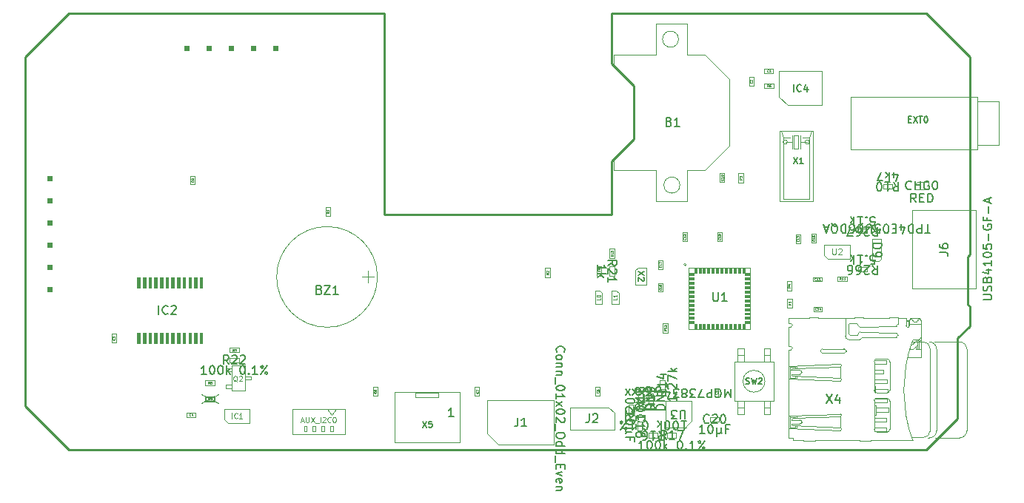
<source format=gbr>
%TF.GenerationSoftware,KiCad,Pcbnew,9.0.2*%
%TF.CreationDate,2025-08-01T13:44:13+01:00*%
%TF.ProjectId,FED3,46454433-2e6b-4696-9361-645f70636258,rev?*%
%TF.SameCoordinates,Original*%
%TF.FileFunction,AssemblyDrawing,Top*%
%FSLAX46Y46*%
G04 Gerber Fmt 4.6, Leading zero omitted, Abs format (unit mm)*
G04 Created by KiCad (PCBNEW 9.0.2) date 2025-08-01 13:44:13*
%MOMM*%
%LPD*%
G01*
G04 APERTURE LIST*
%ADD10C,0.100000*%
%ADD11C,0.150000*%
%ADD12C,0.040000*%
%ADD13C,0.060000*%
%ADD14C,0.120000*%
%TA.AperFunction,Profile*%
%ADD15C,0.250000*%
%TD*%
G04 APERTURE END LIST*
D10*
X136724300Y-123378900D02*
X144124300Y-123378900D01*
X144124300Y-129128900D01*
X136724300Y-129128900D01*
X136724300Y-123378900D01*
X170077500Y-108759500D02*
G75*
G02*
X169758500Y-108759500I-159500J0D01*
G01*
X169758500Y-108759500D02*
G75*
G02*
X170077500Y-108759500I159500J0D01*
G01*
X139124300Y-123436400D02*
X141724300Y-123436400D01*
X141724300Y-123936400D01*
X139124300Y-123936400D01*
X139124300Y-123436400D01*
D11*
X155270419Y-118757141D02*
X155222800Y-118709522D01*
X155222800Y-118709522D02*
X155175180Y-118566665D01*
X155175180Y-118566665D02*
X155175180Y-118471427D01*
X155175180Y-118471427D02*
X155222800Y-118328570D01*
X155222800Y-118328570D02*
X155318038Y-118233332D01*
X155318038Y-118233332D02*
X155413276Y-118185713D01*
X155413276Y-118185713D02*
X155603752Y-118138094D01*
X155603752Y-118138094D02*
X155746609Y-118138094D01*
X155746609Y-118138094D02*
X155937085Y-118185713D01*
X155937085Y-118185713D02*
X156032323Y-118233332D01*
X156032323Y-118233332D02*
X156127561Y-118328570D01*
X156127561Y-118328570D02*
X156175180Y-118471427D01*
X156175180Y-118471427D02*
X156175180Y-118566665D01*
X156175180Y-118566665D02*
X156127561Y-118709522D01*
X156127561Y-118709522D02*
X156079942Y-118757141D01*
X155175180Y-119328570D02*
X155222800Y-119233332D01*
X155222800Y-119233332D02*
X155270419Y-119185713D01*
X155270419Y-119185713D02*
X155365657Y-119138094D01*
X155365657Y-119138094D02*
X155651371Y-119138094D01*
X155651371Y-119138094D02*
X155746609Y-119185713D01*
X155746609Y-119185713D02*
X155794228Y-119233332D01*
X155794228Y-119233332D02*
X155841847Y-119328570D01*
X155841847Y-119328570D02*
X155841847Y-119471427D01*
X155841847Y-119471427D02*
X155794228Y-119566665D01*
X155794228Y-119566665D02*
X155746609Y-119614284D01*
X155746609Y-119614284D02*
X155651371Y-119661903D01*
X155651371Y-119661903D02*
X155365657Y-119661903D01*
X155365657Y-119661903D02*
X155270419Y-119614284D01*
X155270419Y-119614284D02*
X155222800Y-119566665D01*
X155222800Y-119566665D02*
X155175180Y-119471427D01*
X155175180Y-119471427D02*
X155175180Y-119328570D01*
X155841847Y-120090475D02*
X155175180Y-120090475D01*
X155746609Y-120090475D02*
X155794228Y-120138094D01*
X155794228Y-120138094D02*
X155841847Y-120233332D01*
X155841847Y-120233332D02*
X155841847Y-120376189D01*
X155841847Y-120376189D02*
X155794228Y-120471427D01*
X155794228Y-120471427D02*
X155698990Y-120519046D01*
X155698990Y-120519046D02*
X155175180Y-120519046D01*
X155841847Y-120995237D02*
X155175180Y-120995237D01*
X155746609Y-120995237D02*
X155794228Y-121042856D01*
X155794228Y-121042856D02*
X155841847Y-121138094D01*
X155841847Y-121138094D02*
X155841847Y-121280951D01*
X155841847Y-121280951D02*
X155794228Y-121376189D01*
X155794228Y-121376189D02*
X155698990Y-121423808D01*
X155698990Y-121423808D02*
X155175180Y-121423808D01*
X155079942Y-121661904D02*
X155079942Y-122423808D01*
X156175180Y-122852380D02*
X156175180Y-122947618D01*
X156175180Y-122947618D02*
X156127561Y-123042856D01*
X156127561Y-123042856D02*
X156079942Y-123090475D01*
X156079942Y-123090475D02*
X155984704Y-123138094D01*
X155984704Y-123138094D02*
X155794228Y-123185713D01*
X155794228Y-123185713D02*
X155556133Y-123185713D01*
X155556133Y-123185713D02*
X155365657Y-123138094D01*
X155365657Y-123138094D02*
X155270419Y-123090475D01*
X155270419Y-123090475D02*
X155222800Y-123042856D01*
X155222800Y-123042856D02*
X155175180Y-122947618D01*
X155175180Y-122947618D02*
X155175180Y-122852380D01*
X155175180Y-122852380D02*
X155222800Y-122757142D01*
X155222800Y-122757142D02*
X155270419Y-122709523D01*
X155270419Y-122709523D02*
X155365657Y-122661904D01*
X155365657Y-122661904D02*
X155556133Y-122614285D01*
X155556133Y-122614285D02*
X155794228Y-122614285D01*
X155794228Y-122614285D02*
X155984704Y-122661904D01*
X155984704Y-122661904D02*
X156079942Y-122709523D01*
X156079942Y-122709523D02*
X156127561Y-122757142D01*
X156127561Y-122757142D02*
X156175180Y-122852380D01*
X155175180Y-124138094D02*
X155175180Y-123566666D01*
X155175180Y-123852380D02*
X156175180Y-123852380D01*
X156175180Y-123852380D02*
X156032323Y-123757142D01*
X156032323Y-123757142D02*
X155937085Y-123661904D01*
X155937085Y-123661904D02*
X155889466Y-123566666D01*
X155175180Y-124471428D02*
X155841847Y-124995237D01*
X155841847Y-124471428D02*
X155175180Y-124995237D01*
X156175180Y-125566666D02*
X156175180Y-125661904D01*
X156175180Y-125661904D02*
X156127561Y-125757142D01*
X156127561Y-125757142D02*
X156079942Y-125804761D01*
X156079942Y-125804761D02*
X155984704Y-125852380D01*
X155984704Y-125852380D02*
X155794228Y-125899999D01*
X155794228Y-125899999D02*
X155556133Y-125899999D01*
X155556133Y-125899999D02*
X155365657Y-125852380D01*
X155365657Y-125852380D02*
X155270419Y-125804761D01*
X155270419Y-125804761D02*
X155222800Y-125757142D01*
X155222800Y-125757142D02*
X155175180Y-125661904D01*
X155175180Y-125661904D02*
X155175180Y-125566666D01*
X155175180Y-125566666D02*
X155222800Y-125471428D01*
X155222800Y-125471428D02*
X155270419Y-125423809D01*
X155270419Y-125423809D02*
X155365657Y-125376190D01*
X155365657Y-125376190D02*
X155556133Y-125328571D01*
X155556133Y-125328571D02*
X155794228Y-125328571D01*
X155794228Y-125328571D02*
X155984704Y-125376190D01*
X155984704Y-125376190D02*
X156079942Y-125423809D01*
X156079942Y-125423809D02*
X156127561Y-125471428D01*
X156127561Y-125471428D02*
X156175180Y-125566666D01*
X156079942Y-126280952D02*
X156127561Y-126328571D01*
X156127561Y-126328571D02*
X156175180Y-126423809D01*
X156175180Y-126423809D02*
X156175180Y-126661904D01*
X156175180Y-126661904D02*
X156127561Y-126757142D01*
X156127561Y-126757142D02*
X156079942Y-126804761D01*
X156079942Y-126804761D02*
X155984704Y-126852380D01*
X155984704Y-126852380D02*
X155889466Y-126852380D01*
X155889466Y-126852380D02*
X155746609Y-126804761D01*
X155746609Y-126804761D02*
X155175180Y-126233333D01*
X155175180Y-126233333D02*
X155175180Y-126852380D01*
X155079942Y-127042857D02*
X155079942Y-127804761D01*
X156175180Y-128233333D02*
X156175180Y-128423809D01*
X156175180Y-128423809D02*
X156127561Y-128519047D01*
X156127561Y-128519047D02*
X156032323Y-128614285D01*
X156032323Y-128614285D02*
X155841847Y-128661904D01*
X155841847Y-128661904D02*
X155508514Y-128661904D01*
X155508514Y-128661904D02*
X155318038Y-128614285D01*
X155318038Y-128614285D02*
X155222800Y-128519047D01*
X155222800Y-128519047D02*
X155175180Y-128423809D01*
X155175180Y-128423809D02*
X155175180Y-128233333D01*
X155175180Y-128233333D02*
X155222800Y-128138095D01*
X155222800Y-128138095D02*
X155318038Y-128042857D01*
X155318038Y-128042857D02*
X155508514Y-127995238D01*
X155508514Y-127995238D02*
X155841847Y-127995238D01*
X155841847Y-127995238D02*
X156032323Y-128042857D01*
X156032323Y-128042857D02*
X156127561Y-128138095D01*
X156127561Y-128138095D02*
X156175180Y-128233333D01*
X155175180Y-129519047D02*
X156175180Y-129519047D01*
X155222800Y-129519047D02*
X155175180Y-129423809D01*
X155175180Y-129423809D02*
X155175180Y-129233333D01*
X155175180Y-129233333D02*
X155222800Y-129138095D01*
X155222800Y-129138095D02*
X155270419Y-129090476D01*
X155270419Y-129090476D02*
X155365657Y-129042857D01*
X155365657Y-129042857D02*
X155651371Y-129042857D01*
X155651371Y-129042857D02*
X155746609Y-129090476D01*
X155746609Y-129090476D02*
X155794228Y-129138095D01*
X155794228Y-129138095D02*
X155841847Y-129233333D01*
X155841847Y-129233333D02*
X155841847Y-129423809D01*
X155841847Y-129423809D02*
X155794228Y-129519047D01*
X155175180Y-130423809D02*
X156175180Y-130423809D01*
X155222800Y-130423809D02*
X155175180Y-130328571D01*
X155175180Y-130328571D02*
X155175180Y-130138095D01*
X155175180Y-130138095D02*
X155222800Y-130042857D01*
X155222800Y-130042857D02*
X155270419Y-129995238D01*
X155270419Y-129995238D02*
X155365657Y-129947619D01*
X155365657Y-129947619D02*
X155651371Y-129947619D01*
X155651371Y-129947619D02*
X155746609Y-129995238D01*
X155746609Y-129995238D02*
X155794228Y-130042857D01*
X155794228Y-130042857D02*
X155841847Y-130138095D01*
X155841847Y-130138095D02*
X155841847Y-130328571D01*
X155841847Y-130328571D02*
X155794228Y-130423809D01*
X155079942Y-130661905D02*
X155079942Y-131423809D01*
X155698990Y-131661905D02*
X155698990Y-131995238D01*
X155175180Y-132138095D02*
X155175180Y-131661905D01*
X155175180Y-131661905D02*
X156175180Y-131661905D01*
X156175180Y-131661905D02*
X156175180Y-132138095D01*
X155841847Y-132471429D02*
X155175180Y-132709524D01*
X155175180Y-132709524D02*
X155841847Y-132947619D01*
X155222800Y-133709524D02*
X155175180Y-133614286D01*
X155175180Y-133614286D02*
X155175180Y-133423810D01*
X155175180Y-133423810D02*
X155222800Y-133328572D01*
X155222800Y-133328572D02*
X155318038Y-133280953D01*
X155318038Y-133280953D02*
X155698990Y-133280953D01*
X155698990Y-133280953D02*
X155794228Y-133328572D01*
X155794228Y-133328572D02*
X155841847Y-133423810D01*
X155841847Y-133423810D02*
X155841847Y-133614286D01*
X155841847Y-133614286D02*
X155794228Y-133709524D01*
X155794228Y-133709524D02*
X155698990Y-133757143D01*
X155698990Y-133757143D02*
X155603752Y-133757143D01*
X155603752Y-133757143D02*
X155508514Y-133280953D01*
X155841847Y-134185715D02*
X155175180Y-134185715D01*
X155746609Y-134185715D02*
X155794228Y-134233334D01*
X155794228Y-134233334D02*
X155841847Y-134328572D01*
X155841847Y-134328572D02*
X155841847Y-134471429D01*
X155841847Y-134471429D02*
X155794228Y-134566667D01*
X155794228Y-134566667D02*
X155698990Y-134614286D01*
X155698990Y-134614286D02*
X155175180Y-134614286D01*
X158946666Y-125854819D02*
X158946666Y-126569104D01*
X158946666Y-126569104D02*
X158899047Y-126711961D01*
X158899047Y-126711961D02*
X158803809Y-126807200D01*
X158803809Y-126807200D02*
X158660952Y-126854819D01*
X158660952Y-126854819D02*
X158565714Y-126854819D01*
X159375238Y-125950057D02*
X159422857Y-125902438D01*
X159422857Y-125902438D02*
X159518095Y-125854819D01*
X159518095Y-125854819D02*
X159756190Y-125854819D01*
X159756190Y-125854819D02*
X159851428Y-125902438D01*
X159851428Y-125902438D02*
X159899047Y-125950057D01*
X159899047Y-125950057D02*
X159946666Y-126045295D01*
X159946666Y-126045295D02*
X159946666Y-126140533D01*
X159946666Y-126140533D02*
X159899047Y-126283390D01*
X159899047Y-126283390D02*
X159327619Y-126854819D01*
X159327619Y-126854819D02*
X159946666Y-126854819D01*
X176866666Y-122407700D02*
X176966666Y-122441033D01*
X176966666Y-122441033D02*
X177133333Y-122441033D01*
X177133333Y-122441033D02*
X177199999Y-122407700D01*
X177199999Y-122407700D02*
X177233333Y-122374366D01*
X177233333Y-122374366D02*
X177266666Y-122307700D01*
X177266666Y-122307700D02*
X177266666Y-122241033D01*
X177266666Y-122241033D02*
X177233333Y-122174366D01*
X177233333Y-122174366D02*
X177199999Y-122141033D01*
X177199999Y-122141033D02*
X177133333Y-122107700D01*
X177133333Y-122107700D02*
X176999999Y-122074366D01*
X176999999Y-122074366D02*
X176933333Y-122041033D01*
X176933333Y-122041033D02*
X176899999Y-122007700D01*
X176899999Y-122007700D02*
X176866666Y-121941033D01*
X176866666Y-121941033D02*
X176866666Y-121874366D01*
X176866666Y-121874366D02*
X176899999Y-121807700D01*
X176899999Y-121807700D02*
X176933333Y-121774366D01*
X176933333Y-121774366D02*
X176999999Y-121741033D01*
X176999999Y-121741033D02*
X177166666Y-121741033D01*
X177166666Y-121741033D02*
X177266666Y-121774366D01*
X177500000Y-121741033D02*
X177666666Y-122441033D01*
X177666666Y-122441033D02*
X177800000Y-121941033D01*
X177800000Y-121941033D02*
X177933333Y-122441033D01*
X177933333Y-122441033D02*
X178100000Y-121741033D01*
X178333333Y-121807700D02*
X178366666Y-121774366D01*
X178366666Y-121774366D02*
X178433333Y-121741033D01*
X178433333Y-121741033D02*
X178600000Y-121741033D01*
X178600000Y-121741033D02*
X178666666Y-121774366D01*
X178666666Y-121774366D02*
X178700000Y-121807700D01*
X178700000Y-121807700D02*
X178733333Y-121874366D01*
X178733333Y-121874366D02*
X178733333Y-121941033D01*
X178733333Y-121941033D02*
X178700000Y-122041033D01*
X178700000Y-122041033D02*
X178300000Y-122441033D01*
X178300000Y-122441033D02*
X178733333Y-122441033D01*
D12*
X167199765Y-111548214D02*
X167211670Y-111560118D01*
X167211670Y-111560118D02*
X167223574Y-111595833D01*
X167223574Y-111595833D02*
X167223574Y-111619642D01*
X167223574Y-111619642D02*
X167211670Y-111655356D01*
X167211670Y-111655356D02*
X167187860Y-111679166D01*
X167187860Y-111679166D02*
X167164050Y-111691071D01*
X167164050Y-111691071D02*
X167116431Y-111702975D01*
X167116431Y-111702975D02*
X167080717Y-111702975D01*
X167080717Y-111702975D02*
X167033098Y-111691071D01*
X167033098Y-111691071D02*
X167009289Y-111679166D01*
X167009289Y-111679166D02*
X166985479Y-111655356D01*
X166985479Y-111655356D02*
X166973574Y-111619642D01*
X166973574Y-111619642D02*
X166973574Y-111595833D01*
X166973574Y-111595833D02*
X166985479Y-111560118D01*
X166985479Y-111560118D02*
X166997384Y-111548214D01*
X167223574Y-111310118D02*
X167223574Y-111452975D01*
X167223574Y-111381547D02*
X166973574Y-111381547D01*
X166973574Y-111381547D02*
X167009289Y-111405356D01*
X167009289Y-111405356D02*
X167033098Y-111429166D01*
X167033098Y-111429166D02*
X167045003Y-111452975D01*
X167080717Y-111167261D02*
X167068812Y-111191071D01*
X167068812Y-111191071D02*
X167056908Y-111202976D01*
X167056908Y-111202976D02*
X167033098Y-111214880D01*
X167033098Y-111214880D02*
X167021193Y-111214880D01*
X167021193Y-111214880D02*
X166997384Y-111202976D01*
X166997384Y-111202976D02*
X166985479Y-111191071D01*
X166985479Y-111191071D02*
X166973574Y-111167261D01*
X166973574Y-111167261D02*
X166973574Y-111119642D01*
X166973574Y-111119642D02*
X166985479Y-111095833D01*
X166985479Y-111095833D02*
X166997384Y-111083928D01*
X166997384Y-111083928D02*
X167021193Y-111072023D01*
X167021193Y-111072023D02*
X167033098Y-111072023D01*
X167033098Y-111072023D02*
X167056908Y-111083928D01*
X167056908Y-111083928D02*
X167068812Y-111095833D01*
X167068812Y-111095833D02*
X167080717Y-111119642D01*
X167080717Y-111119642D02*
X167080717Y-111167261D01*
X167080717Y-111167261D02*
X167092622Y-111191071D01*
X167092622Y-111191071D02*
X167104527Y-111202976D01*
X167104527Y-111202976D02*
X167128336Y-111214880D01*
X167128336Y-111214880D02*
X167175955Y-111214880D01*
X167175955Y-111214880D02*
X167199765Y-111202976D01*
X167199765Y-111202976D02*
X167211670Y-111191071D01*
X167211670Y-111191071D02*
X167223574Y-111167261D01*
X167223574Y-111167261D02*
X167223574Y-111119642D01*
X167223574Y-111119642D02*
X167211670Y-111095833D01*
X167211670Y-111095833D02*
X167199765Y-111083928D01*
X167199765Y-111083928D02*
X167175955Y-111072023D01*
X167175955Y-111072023D02*
X167128336Y-111072023D01*
X167128336Y-111072023D02*
X167104527Y-111083928D01*
X167104527Y-111083928D02*
X167092622Y-111095833D01*
X167092622Y-111095833D02*
X167080717Y-111119642D01*
X167189765Y-108933214D02*
X167201670Y-108945118D01*
X167201670Y-108945118D02*
X167213574Y-108980833D01*
X167213574Y-108980833D02*
X167213574Y-109004642D01*
X167213574Y-109004642D02*
X167201670Y-109040356D01*
X167201670Y-109040356D02*
X167177860Y-109064166D01*
X167177860Y-109064166D02*
X167154050Y-109076071D01*
X167154050Y-109076071D02*
X167106431Y-109087975D01*
X167106431Y-109087975D02*
X167070717Y-109087975D01*
X167070717Y-109087975D02*
X167023098Y-109076071D01*
X167023098Y-109076071D02*
X166999289Y-109064166D01*
X166999289Y-109064166D02*
X166975479Y-109040356D01*
X166975479Y-109040356D02*
X166963574Y-109004642D01*
X166963574Y-109004642D02*
X166963574Y-108980833D01*
X166963574Y-108980833D02*
X166975479Y-108945118D01*
X166975479Y-108945118D02*
X166987384Y-108933214D01*
X167213574Y-108695118D02*
X167213574Y-108837975D01*
X167213574Y-108766547D02*
X166963574Y-108766547D01*
X166963574Y-108766547D02*
X166999289Y-108790356D01*
X166999289Y-108790356D02*
X167023098Y-108814166D01*
X167023098Y-108814166D02*
X167035003Y-108837975D01*
X166963574Y-108611785D02*
X166963574Y-108445119D01*
X166963574Y-108445119D02*
X167213574Y-108552261D01*
D11*
X165185714Y-129924819D02*
X164614286Y-129924819D01*
X164900000Y-129924819D02*
X164900000Y-128924819D01*
X164900000Y-128924819D02*
X164804762Y-129067676D01*
X164804762Y-129067676D02*
X164709524Y-129162914D01*
X164709524Y-129162914D02*
X164614286Y-129210533D01*
X165804762Y-128924819D02*
X165900000Y-128924819D01*
X165900000Y-128924819D02*
X165995238Y-128972438D01*
X165995238Y-128972438D02*
X166042857Y-129020057D01*
X166042857Y-129020057D02*
X166090476Y-129115295D01*
X166090476Y-129115295D02*
X166138095Y-129305771D01*
X166138095Y-129305771D02*
X166138095Y-129543866D01*
X166138095Y-129543866D02*
X166090476Y-129734342D01*
X166090476Y-129734342D02*
X166042857Y-129829580D01*
X166042857Y-129829580D02*
X165995238Y-129877200D01*
X165995238Y-129877200D02*
X165900000Y-129924819D01*
X165900000Y-129924819D02*
X165804762Y-129924819D01*
X165804762Y-129924819D02*
X165709524Y-129877200D01*
X165709524Y-129877200D02*
X165661905Y-129829580D01*
X165661905Y-129829580D02*
X165614286Y-129734342D01*
X165614286Y-129734342D02*
X165566667Y-129543866D01*
X165566667Y-129543866D02*
X165566667Y-129305771D01*
X165566667Y-129305771D02*
X165614286Y-129115295D01*
X165614286Y-129115295D02*
X165661905Y-129020057D01*
X165661905Y-129020057D02*
X165709524Y-128972438D01*
X165709524Y-128972438D02*
X165804762Y-128924819D01*
X166757143Y-128924819D02*
X166852381Y-128924819D01*
X166852381Y-128924819D02*
X166947619Y-128972438D01*
X166947619Y-128972438D02*
X166995238Y-129020057D01*
X166995238Y-129020057D02*
X167042857Y-129115295D01*
X167042857Y-129115295D02*
X167090476Y-129305771D01*
X167090476Y-129305771D02*
X167090476Y-129543866D01*
X167090476Y-129543866D02*
X167042857Y-129734342D01*
X167042857Y-129734342D02*
X166995238Y-129829580D01*
X166995238Y-129829580D02*
X166947619Y-129877200D01*
X166947619Y-129877200D02*
X166852381Y-129924819D01*
X166852381Y-129924819D02*
X166757143Y-129924819D01*
X166757143Y-129924819D02*
X166661905Y-129877200D01*
X166661905Y-129877200D02*
X166614286Y-129829580D01*
X166614286Y-129829580D02*
X166566667Y-129734342D01*
X166566667Y-129734342D02*
X166519048Y-129543866D01*
X166519048Y-129543866D02*
X166519048Y-129305771D01*
X166519048Y-129305771D02*
X166566667Y-129115295D01*
X166566667Y-129115295D02*
X166614286Y-129020057D01*
X166614286Y-129020057D02*
X166661905Y-128972438D01*
X166661905Y-128972438D02*
X166757143Y-128924819D01*
X167519048Y-129924819D02*
X167519048Y-128924819D01*
X167614286Y-129543866D02*
X167900000Y-129924819D01*
X167900000Y-129258152D02*
X167519048Y-129639104D01*
X169280953Y-128924819D02*
X169376191Y-128924819D01*
X169376191Y-128924819D02*
X169471429Y-128972438D01*
X169471429Y-128972438D02*
X169519048Y-129020057D01*
X169519048Y-129020057D02*
X169566667Y-129115295D01*
X169566667Y-129115295D02*
X169614286Y-129305771D01*
X169614286Y-129305771D02*
X169614286Y-129543866D01*
X169614286Y-129543866D02*
X169566667Y-129734342D01*
X169566667Y-129734342D02*
X169519048Y-129829580D01*
X169519048Y-129829580D02*
X169471429Y-129877200D01*
X169471429Y-129877200D02*
X169376191Y-129924819D01*
X169376191Y-129924819D02*
X169280953Y-129924819D01*
X169280953Y-129924819D02*
X169185715Y-129877200D01*
X169185715Y-129877200D02*
X169138096Y-129829580D01*
X169138096Y-129829580D02*
X169090477Y-129734342D01*
X169090477Y-129734342D02*
X169042858Y-129543866D01*
X169042858Y-129543866D02*
X169042858Y-129305771D01*
X169042858Y-129305771D02*
X169090477Y-129115295D01*
X169090477Y-129115295D02*
X169138096Y-129020057D01*
X169138096Y-129020057D02*
X169185715Y-128972438D01*
X169185715Y-128972438D02*
X169280953Y-128924819D01*
X170042858Y-129829580D02*
X170090477Y-129877200D01*
X170090477Y-129877200D02*
X170042858Y-129924819D01*
X170042858Y-129924819D02*
X169995239Y-129877200D01*
X169995239Y-129877200D02*
X170042858Y-129829580D01*
X170042858Y-129829580D02*
X170042858Y-129924819D01*
X171042857Y-129924819D02*
X170471429Y-129924819D01*
X170757143Y-129924819D02*
X170757143Y-128924819D01*
X170757143Y-128924819D02*
X170661905Y-129067676D01*
X170661905Y-129067676D02*
X170566667Y-129162914D01*
X170566667Y-129162914D02*
X170471429Y-129210533D01*
X171423810Y-129924819D02*
X172185714Y-128924819D01*
X171566667Y-128924819D02*
X171661905Y-128972438D01*
X171661905Y-128972438D02*
X171709524Y-129067676D01*
X171709524Y-129067676D02*
X171661905Y-129162914D01*
X171661905Y-129162914D02*
X171566667Y-129210533D01*
X171566667Y-129210533D02*
X171471429Y-129162914D01*
X171471429Y-129162914D02*
X171423810Y-129067676D01*
X171423810Y-129067676D02*
X171471429Y-128972438D01*
X171471429Y-128972438D02*
X171566667Y-128924819D01*
X172138095Y-129877200D02*
X172185714Y-129781961D01*
X172185714Y-129781961D02*
X172138095Y-129686723D01*
X172138095Y-129686723D02*
X172042857Y-129639104D01*
X172042857Y-129639104D02*
X171947619Y-129686723D01*
X171947619Y-129686723D02*
X171900000Y-129781961D01*
X171900000Y-129781961D02*
X171947619Y-129877200D01*
X171947619Y-129877200D02*
X172042857Y-129924819D01*
X172042857Y-129924819D02*
X172138095Y-129877200D01*
X167757142Y-128754819D02*
X167423809Y-128278628D01*
X167185714Y-128754819D02*
X167185714Y-127754819D01*
X167185714Y-127754819D02*
X167566666Y-127754819D01*
X167566666Y-127754819D02*
X167661904Y-127802438D01*
X167661904Y-127802438D02*
X167709523Y-127850057D01*
X167709523Y-127850057D02*
X167757142Y-127945295D01*
X167757142Y-127945295D02*
X167757142Y-128088152D01*
X167757142Y-128088152D02*
X167709523Y-128183390D01*
X167709523Y-128183390D02*
X167661904Y-128231009D01*
X167661904Y-128231009D02*
X167566666Y-128278628D01*
X167566666Y-128278628D02*
X167185714Y-128278628D01*
X168709523Y-128754819D02*
X168138095Y-128754819D01*
X168423809Y-128754819D02*
X168423809Y-127754819D01*
X168423809Y-127754819D02*
X168328571Y-127897676D01*
X168328571Y-127897676D02*
X168233333Y-127992914D01*
X168233333Y-127992914D02*
X168138095Y-128040533D01*
X169042857Y-127754819D02*
X169709523Y-127754819D01*
X169709523Y-127754819D02*
X169280952Y-128754819D01*
X165253966Y-109530833D02*
X164553966Y-109997499D01*
X165253966Y-109997499D02*
X164553966Y-109530833D01*
X165187300Y-110230833D02*
X165220633Y-110264166D01*
X165220633Y-110264166D02*
X165253966Y-110330833D01*
X165253966Y-110330833D02*
X165253966Y-110497500D01*
X165253966Y-110497500D02*
X165220633Y-110564166D01*
X165220633Y-110564166D02*
X165187300Y-110597500D01*
X165187300Y-110597500D02*
X165120633Y-110630833D01*
X165120633Y-110630833D02*
X165053966Y-110630833D01*
X165053966Y-110630833D02*
X164953966Y-110597500D01*
X164953966Y-110597500D02*
X164553966Y-110197500D01*
X164553966Y-110197500D02*
X164553966Y-110630833D01*
X191126952Y-104302580D02*
X191603142Y-104302580D01*
X191603142Y-104302580D02*
X191650761Y-103826390D01*
X191650761Y-103826390D02*
X191603142Y-103874009D01*
X191603142Y-103874009D02*
X191507904Y-103921628D01*
X191507904Y-103921628D02*
X191269809Y-103921628D01*
X191269809Y-103921628D02*
X191174571Y-103874009D01*
X191174571Y-103874009D02*
X191126952Y-103826390D01*
X191126952Y-103826390D02*
X191079333Y-103731152D01*
X191079333Y-103731152D02*
X191079333Y-103493057D01*
X191079333Y-103493057D02*
X191126952Y-103397819D01*
X191126952Y-103397819D02*
X191174571Y-103350200D01*
X191174571Y-103350200D02*
X191269809Y-103302580D01*
X191269809Y-103302580D02*
X191507904Y-103302580D01*
X191507904Y-103302580D02*
X191603142Y-103350200D01*
X191603142Y-103350200D02*
X191650761Y-103397819D01*
X190650761Y-103397819D02*
X190603142Y-103350200D01*
X190603142Y-103350200D02*
X190650761Y-103302580D01*
X190650761Y-103302580D02*
X190698380Y-103350200D01*
X190698380Y-103350200D02*
X190650761Y-103397819D01*
X190650761Y-103397819D02*
X190650761Y-103302580D01*
X189650762Y-103302580D02*
X190222190Y-103302580D01*
X189936476Y-103302580D02*
X189936476Y-104302580D01*
X189936476Y-104302580D02*
X190031714Y-104159723D01*
X190031714Y-104159723D02*
X190126952Y-104064485D01*
X190126952Y-104064485D02*
X190222190Y-104016866D01*
X189222190Y-103302580D02*
X189222190Y-104302580D01*
X189126952Y-103683533D02*
X188841238Y-103302580D01*
X188841238Y-103969247D02*
X189222190Y-103588295D01*
X191365047Y-104472580D02*
X191698380Y-104948771D01*
X191936475Y-104472580D02*
X191936475Y-105472580D01*
X191936475Y-105472580D02*
X191555523Y-105472580D01*
X191555523Y-105472580D02*
X191460285Y-105424961D01*
X191460285Y-105424961D02*
X191412666Y-105377342D01*
X191412666Y-105377342D02*
X191365047Y-105282104D01*
X191365047Y-105282104D02*
X191365047Y-105139247D01*
X191365047Y-105139247D02*
X191412666Y-105044009D01*
X191412666Y-105044009D02*
X191460285Y-104996390D01*
X191460285Y-104996390D02*
X191555523Y-104948771D01*
X191555523Y-104948771D02*
X191936475Y-104948771D01*
X190984094Y-105377342D02*
X190936475Y-105424961D01*
X190936475Y-105424961D02*
X190841237Y-105472580D01*
X190841237Y-105472580D02*
X190603142Y-105472580D01*
X190603142Y-105472580D02*
X190507904Y-105424961D01*
X190507904Y-105424961D02*
X190460285Y-105377342D01*
X190460285Y-105377342D02*
X190412666Y-105282104D01*
X190412666Y-105282104D02*
X190412666Y-105186866D01*
X190412666Y-105186866D02*
X190460285Y-105044009D01*
X190460285Y-105044009D02*
X191031713Y-104472580D01*
X191031713Y-104472580D02*
X190412666Y-104472580D01*
X189555523Y-105472580D02*
X189745999Y-105472580D01*
X189745999Y-105472580D02*
X189841237Y-105424961D01*
X189841237Y-105424961D02*
X189888856Y-105377342D01*
X189888856Y-105377342D02*
X189984094Y-105234485D01*
X189984094Y-105234485D02*
X190031713Y-105044009D01*
X190031713Y-105044009D02*
X190031713Y-104663057D01*
X190031713Y-104663057D02*
X189984094Y-104567819D01*
X189984094Y-104567819D02*
X189936475Y-104520200D01*
X189936475Y-104520200D02*
X189841237Y-104472580D01*
X189841237Y-104472580D02*
X189650761Y-104472580D01*
X189650761Y-104472580D02*
X189555523Y-104520200D01*
X189555523Y-104520200D02*
X189507904Y-104567819D01*
X189507904Y-104567819D02*
X189460285Y-104663057D01*
X189460285Y-104663057D02*
X189460285Y-104901152D01*
X189460285Y-104901152D02*
X189507904Y-104996390D01*
X189507904Y-104996390D02*
X189555523Y-105044009D01*
X189555523Y-105044009D02*
X189650761Y-105091628D01*
X189650761Y-105091628D02*
X189841237Y-105091628D01*
X189841237Y-105091628D02*
X189936475Y-105044009D01*
X189936475Y-105044009D02*
X189984094Y-104996390D01*
X189984094Y-104996390D02*
X190031713Y-104901152D01*
X189126951Y-105472580D02*
X188460285Y-105472580D01*
X188460285Y-105472580D02*
X188888856Y-104472580D01*
D12*
X179476667Y-88418200D02*
X179390000Y-88294391D01*
X179328095Y-88418200D02*
X179328095Y-88158200D01*
X179328095Y-88158200D02*
X179427143Y-88158200D01*
X179427143Y-88158200D02*
X179451905Y-88170581D01*
X179451905Y-88170581D02*
X179464286Y-88182962D01*
X179464286Y-88182962D02*
X179476667Y-88207724D01*
X179476667Y-88207724D02*
X179476667Y-88244867D01*
X179476667Y-88244867D02*
X179464286Y-88269629D01*
X179464286Y-88269629D02*
X179451905Y-88282010D01*
X179451905Y-88282010D02*
X179427143Y-88294391D01*
X179427143Y-88294391D02*
X179328095Y-88294391D01*
X179699524Y-88158200D02*
X179650000Y-88158200D01*
X179650000Y-88158200D02*
X179625238Y-88170581D01*
X179625238Y-88170581D02*
X179612857Y-88182962D01*
X179612857Y-88182962D02*
X179588095Y-88220105D01*
X179588095Y-88220105D02*
X179575714Y-88269629D01*
X179575714Y-88269629D02*
X179575714Y-88368677D01*
X179575714Y-88368677D02*
X179588095Y-88393439D01*
X179588095Y-88393439D02*
X179600476Y-88405820D01*
X179600476Y-88405820D02*
X179625238Y-88418200D01*
X179625238Y-88418200D02*
X179674762Y-88418200D01*
X179674762Y-88418200D02*
X179699524Y-88405820D01*
X179699524Y-88405820D02*
X179711905Y-88393439D01*
X179711905Y-88393439D02*
X179724286Y-88368677D01*
X179724286Y-88368677D02*
X179724286Y-88306772D01*
X179724286Y-88306772D02*
X179711905Y-88282010D01*
X179711905Y-88282010D02*
X179699524Y-88269629D01*
X179699524Y-88269629D02*
X179674762Y-88257248D01*
X179674762Y-88257248D02*
X179625238Y-88257248D01*
X179625238Y-88257248D02*
X179600476Y-88269629D01*
X179600476Y-88269629D02*
X179588095Y-88282010D01*
X179588095Y-88282010D02*
X179575714Y-88306772D01*
X174245265Y-98973114D02*
X174257170Y-98985018D01*
X174257170Y-98985018D02*
X174269074Y-99020733D01*
X174269074Y-99020733D02*
X174269074Y-99044542D01*
X174269074Y-99044542D02*
X174257170Y-99080256D01*
X174257170Y-99080256D02*
X174233360Y-99104066D01*
X174233360Y-99104066D02*
X174209550Y-99115971D01*
X174209550Y-99115971D02*
X174161931Y-99127875D01*
X174161931Y-99127875D02*
X174126217Y-99127875D01*
X174126217Y-99127875D02*
X174078598Y-99115971D01*
X174078598Y-99115971D02*
X174054789Y-99104066D01*
X174054789Y-99104066D02*
X174030979Y-99080256D01*
X174030979Y-99080256D02*
X174019074Y-99044542D01*
X174019074Y-99044542D02*
X174019074Y-99020733D01*
X174019074Y-99020733D02*
X174030979Y-98985018D01*
X174030979Y-98985018D02*
X174042884Y-98973114D01*
X174269074Y-98735018D02*
X174269074Y-98877875D01*
X174269074Y-98806447D02*
X174019074Y-98806447D01*
X174019074Y-98806447D02*
X174054789Y-98830256D01*
X174054789Y-98830256D02*
X174078598Y-98854066D01*
X174078598Y-98854066D02*
X174090503Y-98877875D01*
X174019074Y-98580257D02*
X174019074Y-98556447D01*
X174019074Y-98556447D02*
X174030979Y-98532638D01*
X174030979Y-98532638D02*
X174042884Y-98520733D01*
X174042884Y-98520733D02*
X174066693Y-98508828D01*
X174066693Y-98508828D02*
X174114312Y-98496923D01*
X174114312Y-98496923D02*
X174173836Y-98496923D01*
X174173836Y-98496923D02*
X174221455Y-98508828D01*
X174221455Y-98508828D02*
X174245265Y-98520733D01*
X174245265Y-98520733D02*
X174257170Y-98532638D01*
X174257170Y-98532638D02*
X174269074Y-98556447D01*
X174269074Y-98556447D02*
X174269074Y-98580257D01*
X174269074Y-98580257D02*
X174257170Y-98604066D01*
X174257170Y-98604066D02*
X174245265Y-98615971D01*
X174245265Y-98615971D02*
X174221455Y-98627876D01*
X174221455Y-98627876D02*
X174173836Y-98639780D01*
X174173836Y-98639780D02*
X174114312Y-98639780D01*
X174114312Y-98639780D02*
X174066693Y-98627876D01*
X174066693Y-98627876D02*
X174042884Y-98615971D01*
X174042884Y-98615971D02*
X174030979Y-98604066D01*
X174030979Y-98604066D02*
X174019074Y-98580257D01*
X179458333Y-86689765D02*
X179446429Y-86701670D01*
X179446429Y-86701670D02*
X179410714Y-86713574D01*
X179410714Y-86713574D02*
X179386905Y-86713574D01*
X179386905Y-86713574D02*
X179351191Y-86701670D01*
X179351191Y-86701670D02*
X179327381Y-86677860D01*
X179327381Y-86677860D02*
X179315476Y-86654050D01*
X179315476Y-86654050D02*
X179303572Y-86606431D01*
X179303572Y-86606431D02*
X179303572Y-86570717D01*
X179303572Y-86570717D02*
X179315476Y-86523098D01*
X179315476Y-86523098D02*
X179327381Y-86499289D01*
X179327381Y-86499289D02*
X179351191Y-86475479D01*
X179351191Y-86475479D02*
X179386905Y-86463574D01*
X179386905Y-86463574D02*
X179410714Y-86463574D01*
X179410714Y-86463574D02*
X179446429Y-86475479D01*
X179446429Y-86475479D02*
X179458333Y-86487384D01*
X179696429Y-86713574D02*
X179553572Y-86713574D01*
X179625000Y-86713574D02*
X179625000Y-86463574D01*
X179625000Y-86463574D02*
X179601191Y-86499289D01*
X179601191Y-86499289D02*
X179577381Y-86523098D01*
X179577381Y-86523098D02*
X179553572Y-86535003D01*
D11*
X168078984Y-92413749D02*
X168221841Y-92461368D01*
X168221841Y-92461368D02*
X168269460Y-92508987D01*
X168269460Y-92508987D02*
X168317079Y-92604225D01*
X168317079Y-92604225D02*
X168317079Y-92747082D01*
X168317079Y-92747082D02*
X168269460Y-92842320D01*
X168269460Y-92842320D02*
X168221841Y-92889940D01*
X168221841Y-92889940D02*
X168126603Y-92937559D01*
X168126603Y-92937559D02*
X167745651Y-92937559D01*
X167745651Y-92937559D02*
X167745651Y-91937559D01*
X167745651Y-91937559D02*
X168078984Y-91937559D01*
X168078984Y-91937559D02*
X168174222Y-91985178D01*
X168174222Y-91985178D02*
X168221841Y-92032797D01*
X168221841Y-92032797D02*
X168269460Y-92128035D01*
X168269460Y-92128035D02*
X168269460Y-92223273D01*
X168269460Y-92223273D02*
X168221841Y-92318511D01*
X168221841Y-92318511D02*
X168174222Y-92366130D01*
X168174222Y-92366130D02*
X168078984Y-92413749D01*
X168078984Y-92413749D02*
X167745651Y-92413749D01*
X169269460Y-92937559D02*
X168698032Y-92937559D01*
X168983746Y-92937559D02*
X168983746Y-91937559D01*
X168983746Y-91937559D02*
X168888508Y-92080416D01*
X168888508Y-92080416D02*
X168793270Y-92175654D01*
X168793270Y-92175654D02*
X168698032Y-92223273D01*
X196334142Y-101630619D02*
X196000809Y-101154428D01*
X195762714Y-101630619D02*
X195762714Y-100630619D01*
X195762714Y-100630619D02*
X196143666Y-100630619D01*
X196143666Y-100630619D02*
X196238904Y-100678238D01*
X196238904Y-100678238D02*
X196286523Y-100725857D01*
X196286523Y-100725857D02*
X196334142Y-100821095D01*
X196334142Y-100821095D02*
X196334142Y-100963952D01*
X196334142Y-100963952D02*
X196286523Y-101059190D01*
X196286523Y-101059190D02*
X196238904Y-101106809D01*
X196238904Y-101106809D02*
X196143666Y-101154428D01*
X196143666Y-101154428D02*
X195762714Y-101154428D01*
X196762714Y-101106809D02*
X197096047Y-101106809D01*
X197238904Y-101630619D02*
X196762714Y-101630619D01*
X196762714Y-101630619D02*
X196762714Y-100630619D01*
X196762714Y-100630619D02*
X197238904Y-100630619D01*
X197667476Y-101630619D02*
X197667476Y-100630619D01*
X197667476Y-100630619D02*
X197905571Y-100630619D01*
X197905571Y-100630619D02*
X198048428Y-100678238D01*
X198048428Y-100678238D02*
X198143666Y-100773476D01*
X198143666Y-100773476D02*
X198191285Y-100868714D01*
X198191285Y-100868714D02*
X198238904Y-101059190D01*
X198238904Y-101059190D02*
X198238904Y-101202047D01*
X198238904Y-101202047D02*
X198191285Y-101392523D01*
X198191285Y-101392523D02*
X198143666Y-101487761D01*
X198143666Y-101487761D02*
X198048428Y-101583000D01*
X198048428Y-101583000D02*
X197905571Y-101630619D01*
X197905571Y-101630619D02*
X197667476Y-101630619D01*
X195786523Y-100105380D02*
X195738904Y-100153000D01*
X195738904Y-100153000D02*
X195596047Y-100200619D01*
X195596047Y-100200619D02*
X195500809Y-100200619D01*
X195500809Y-100200619D02*
X195357952Y-100153000D01*
X195357952Y-100153000D02*
X195262714Y-100057761D01*
X195262714Y-100057761D02*
X195215095Y-99962523D01*
X195215095Y-99962523D02*
X195167476Y-99772047D01*
X195167476Y-99772047D02*
X195167476Y-99629190D01*
X195167476Y-99629190D02*
X195215095Y-99438714D01*
X195215095Y-99438714D02*
X195262714Y-99343476D01*
X195262714Y-99343476D02*
X195357952Y-99248238D01*
X195357952Y-99248238D02*
X195500809Y-99200619D01*
X195500809Y-99200619D02*
X195596047Y-99200619D01*
X195596047Y-99200619D02*
X195738904Y-99248238D01*
X195738904Y-99248238D02*
X195786523Y-99295857D01*
X196215095Y-100200619D02*
X196215095Y-99200619D01*
X196215095Y-99676809D02*
X196786523Y-99676809D01*
X196786523Y-100200619D02*
X196786523Y-99200619D01*
X197786523Y-99248238D02*
X197691285Y-99200619D01*
X197691285Y-99200619D02*
X197548428Y-99200619D01*
X197548428Y-99200619D02*
X197405571Y-99248238D01*
X197405571Y-99248238D02*
X197310333Y-99343476D01*
X197310333Y-99343476D02*
X197262714Y-99438714D01*
X197262714Y-99438714D02*
X197215095Y-99629190D01*
X197215095Y-99629190D02*
X197215095Y-99772047D01*
X197215095Y-99772047D02*
X197262714Y-99962523D01*
X197262714Y-99962523D02*
X197310333Y-100057761D01*
X197310333Y-100057761D02*
X197405571Y-100153000D01*
X197405571Y-100153000D02*
X197548428Y-100200619D01*
X197548428Y-100200619D02*
X197643666Y-100200619D01*
X197643666Y-100200619D02*
X197786523Y-100153000D01*
X197786523Y-100153000D02*
X197834142Y-100105380D01*
X197834142Y-100105380D02*
X197834142Y-99772047D01*
X197834142Y-99772047D02*
X197643666Y-99772047D01*
X198453190Y-99200619D02*
X198548428Y-99200619D01*
X198548428Y-99200619D02*
X198643666Y-99248238D01*
X198643666Y-99248238D02*
X198691285Y-99295857D01*
X198691285Y-99295857D02*
X198738904Y-99391095D01*
X198738904Y-99391095D02*
X198786523Y-99581571D01*
X198786523Y-99581571D02*
X198786523Y-99819666D01*
X198786523Y-99819666D02*
X198738904Y-100010142D01*
X198738904Y-100010142D02*
X198691285Y-100105380D01*
X198691285Y-100105380D02*
X198643666Y-100153000D01*
X198643666Y-100153000D02*
X198548428Y-100200619D01*
X198548428Y-100200619D02*
X198453190Y-100200619D01*
X198453190Y-100200619D02*
X198357952Y-100153000D01*
X198357952Y-100153000D02*
X198310333Y-100105380D01*
X198310333Y-100105380D02*
X198262714Y-100010142D01*
X198262714Y-100010142D02*
X198215095Y-99819666D01*
X198215095Y-99819666D02*
X198215095Y-99581571D01*
X198215095Y-99581571D02*
X198262714Y-99391095D01*
X198262714Y-99391095D02*
X198310333Y-99295857D01*
X198310333Y-99295857D02*
X198357952Y-99248238D01*
X198357952Y-99248238D02*
X198453190Y-99200619D01*
D13*
X162121927Y-112586666D02*
X162121927Y-112777142D01*
X162121927Y-112777142D02*
X161721927Y-112777142D01*
X162121927Y-112243809D02*
X162121927Y-112472380D01*
X162121927Y-112358094D02*
X161721927Y-112358094D01*
X161721927Y-112358094D02*
X161779070Y-112396190D01*
X161779070Y-112396190D02*
X161817165Y-112434285D01*
X161817165Y-112434285D02*
X161836213Y-112472380D01*
D12*
X182018200Y-113243332D02*
X181894391Y-113329999D01*
X182018200Y-113391904D02*
X181758200Y-113391904D01*
X181758200Y-113391904D02*
X181758200Y-113292856D01*
X181758200Y-113292856D02*
X181770581Y-113268094D01*
X181770581Y-113268094D02*
X181782962Y-113255713D01*
X181782962Y-113255713D02*
X181807724Y-113243332D01*
X181807724Y-113243332D02*
X181844867Y-113243332D01*
X181844867Y-113243332D02*
X181869629Y-113255713D01*
X181869629Y-113255713D02*
X181882010Y-113268094D01*
X181882010Y-113268094D02*
X181894391Y-113292856D01*
X181894391Y-113292856D02*
X181894391Y-113391904D01*
X181758200Y-113008094D02*
X181758200Y-113131904D01*
X181758200Y-113131904D02*
X181882010Y-113144285D01*
X181882010Y-113144285D02*
X181869629Y-113131904D01*
X181869629Y-113131904D02*
X181857248Y-113107142D01*
X181857248Y-113107142D02*
X181857248Y-113045237D01*
X181857248Y-113045237D02*
X181869629Y-113020475D01*
X181869629Y-113020475D02*
X181882010Y-113008094D01*
X181882010Y-113008094D02*
X181906772Y-112995713D01*
X181906772Y-112995713D02*
X181968677Y-112995713D01*
X181968677Y-112995713D02*
X181993439Y-113008094D01*
X181993439Y-113008094D02*
X182005820Y-113020475D01*
X182005820Y-113020475D02*
X182018200Y-113045237D01*
X182018200Y-113045237D02*
X182018200Y-113107142D01*
X182018200Y-113107142D02*
X182005820Y-113131904D01*
X182005820Y-113131904D02*
X181993439Y-113144285D01*
D11*
X168934619Y-123837923D02*
X168934619Y-124409351D01*
X168934619Y-124123637D02*
X167934619Y-124123637D01*
X167934619Y-124123637D02*
X168077476Y-124218875D01*
X168077476Y-124218875D02*
X168172714Y-124314113D01*
X168172714Y-124314113D02*
X168220333Y-124409351D01*
X168839380Y-123409351D02*
X168887000Y-123361732D01*
X168887000Y-123361732D02*
X168934619Y-123409351D01*
X168934619Y-123409351D02*
X168887000Y-123456970D01*
X168887000Y-123456970D02*
X168839380Y-123409351D01*
X168839380Y-123409351D02*
X168934619Y-123409351D01*
X168029857Y-122980780D02*
X167982238Y-122933161D01*
X167982238Y-122933161D02*
X167934619Y-122837923D01*
X167934619Y-122837923D02*
X167934619Y-122599828D01*
X167934619Y-122599828D02*
X167982238Y-122504590D01*
X167982238Y-122504590D02*
X168029857Y-122456971D01*
X168029857Y-122456971D02*
X168125095Y-122409352D01*
X168125095Y-122409352D02*
X168220333Y-122409352D01*
X168220333Y-122409352D02*
X168363190Y-122456971D01*
X168363190Y-122456971D02*
X168934619Y-123028399D01*
X168934619Y-123028399D02*
X168934619Y-122409352D01*
X167934619Y-122076018D02*
X167934619Y-121409352D01*
X167934619Y-121409352D02*
X168934619Y-121837923D01*
X168934619Y-121028399D02*
X167934619Y-121028399D01*
X168553666Y-120933161D02*
X168934619Y-120647447D01*
X168267952Y-120647447D02*
X168648904Y-121028399D01*
X167764619Y-123171257D02*
X167288428Y-123504590D01*
X167764619Y-123742685D02*
X166764619Y-123742685D01*
X166764619Y-123742685D02*
X166764619Y-123361733D01*
X166764619Y-123361733D02*
X166812238Y-123266495D01*
X166812238Y-123266495D02*
X166859857Y-123218876D01*
X166859857Y-123218876D02*
X166955095Y-123171257D01*
X166955095Y-123171257D02*
X167097952Y-123171257D01*
X167097952Y-123171257D02*
X167193190Y-123218876D01*
X167193190Y-123218876D02*
X167240809Y-123266495D01*
X167240809Y-123266495D02*
X167288428Y-123361733D01*
X167288428Y-123361733D02*
X167288428Y-123742685D01*
X167764619Y-122218876D02*
X167764619Y-122790304D01*
X167764619Y-122504590D02*
X166764619Y-122504590D01*
X166764619Y-122504590D02*
X166907476Y-122599828D01*
X166907476Y-122599828D02*
X167002714Y-122695066D01*
X167002714Y-122695066D02*
X167050333Y-122790304D01*
X167097952Y-121361733D02*
X167764619Y-121361733D01*
X166717000Y-121599828D02*
X167431285Y-121837923D01*
X167431285Y-121837923D02*
X167431285Y-121218876D01*
D12*
X134589765Y-123341666D02*
X134601670Y-123353570D01*
X134601670Y-123353570D02*
X134613574Y-123389285D01*
X134613574Y-123389285D02*
X134613574Y-123413094D01*
X134613574Y-123413094D02*
X134601670Y-123448808D01*
X134601670Y-123448808D02*
X134577860Y-123472618D01*
X134577860Y-123472618D02*
X134554050Y-123484523D01*
X134554050Y-123484523D02*
X134506431Y-123496427D01*
X134506431Y-123496427D02*
X134470717Y-123496427D01*
X134470717Y-123496427D02*
X134423098Y-123484523D01*
X134423098Y-123484523D02*
X134399289Y-123472618D01*
X134399289Y-123472618D02*
X134375479Y-123448808D01*
X134375479Y-123448808D02*
X134363574Y-123413094D01*
X134363574Y-123413094D02*
X134363574Y-123389285D01*
X134363574Y-123389285D02*
X134375479Y-123353570D01*
X134375479Y-123353570D02*
X134387384Y-123341666D01*
X134470717Y-123198808D02*
X134458812Y-123222618D01*
X134458812Y-123222618D02*
X134446908Y-123234523D01*
X134446908Y-123234523D02*
X134423098Y-123246427D01*
X134423098Y-123246427D02*
X134411193Y-123246427D01*
X134411193Y-123246427D02*
X134387384Y-123234523D01*
X134387384Y-123234523D02*
X134375479Y-123222618D01*
X134375479Y-123222618D02*
X134363574Y-123198808D01*
X134363574Y-123198808D02*
X134363574Y-123151189D01*
X134363574Y-123151189D02*
X134375479Y-123127380D01*
X134375479Y-123127380D02*
X134387384Y-123115475D01*
X134387384Y-123115475D02*
X134411193Y-123103570D01*
X134411193Y-123103570D02*
X134423098Y-123103570D01*
X134423098Y-123103570D02*
X134446908Y-123115475D01*
X134446908Y-123115475D02*
X134458812Y-123127380D01*
X134458812Y-123127380D02*
X134470717Y-123151189D01*
X134470717Y-123151189D02*
X134470717Y-123198808D01*
X134470717Y-123198808D02*
X134482622Y-123222618D01*
X134482622Y-123222618D02*
X134494527Y-123234523D01*
X134494527Y-123234523D02*
X134518336Y-123246427D01*
X134518336Y-123246427D02*
X134565955Y-123246427D01*
X134565955Y-123246427D02*
X134589765Y-123234523D01*
X134589765Y-123234523D02*
X134601670Y-123222618D01*
X134601670Y-123222618D02*
X134613574Y-123198808D01*
X134613574Y-123198808D02*
X134613574Y-123151189D01*
X134613574Y-123151189D02*
X134601670Y-123127380D01*
X134601670Y-123127380D02*
X134589765Y-123115475D01*
X134589765Y-123115475D02*
X134565955Y-123103570D01*
X134565955Y-123103570D02*
X134518336Y-123103570D01*
X134518336Y-123103570D02*
X134494527Y-123115475D01*
X134494527Y-123115475D02*
X134482622Y-123127380D01*
X134482622Y-123127380D02*
X134470717Y-123151189D01*
D14*
X118721804Y-122177474D02*
X118664661Y-122148902D01*
X118664661Y-122148902D02*
X118607518Y-122091760D01*
X118607518Y-122091760D02*
X118521804Y-122006045D01*
X118521804Y-122006045D02*
X118464661Y-121977474D01*
X118464661Y-121977474D02*
X118407518Y-121977474D01*
X118436089Y-122120331D02*
X118378947Y-122091760D01*
X118378947Y-122091760D02*
X118321804Y-122034617D01*
X118321804Y-122034617D02*
X118293232Y-121920331D01*
X118293232Y-121920331D02*
X118293232Y-121720331D01*
X118293232Y-121720331D02*
X118321804Y-121606045D01*
X118321804Y-121606045D02*
X118378947Y-121548902D01*
X118378947Y-121548902D02*
X118436089Y-121520331D01*
X118436089Y-121520331D02*
X118550375Y-121520331D01*
X118550375Y-121520331D02*
X118607518Y-121548902D01*
X118607518Y-121548902D02*
X118664661Y-121606045D01*
X118664661Y-121606045D02*
X118693232Y-121720331D01*
X118693232Y-121720331D02*
X118693232Y-121920331D01*
X118693232Y-121920331D02*
X118664661Y-122034617D01*
X118664661Y-122034617D02*
X118607518Y-122091760D01*
X118607518Y-122091760D02*
X118550375Y-122120331D01*
X118550375Y-122120331D02*
X118436089Y-122120331D01*
X118921803Y-121577474D02*
X118950375Y-121548902D01*
X118950375Y-121548902D02*
X119007518Y-121520331D01*
X119007518Y-121520331D02*
X119150375Y-121520331D01*
X119150375Y-121520331D02*
X119207518Y-121548902D01*
X119207518Y-121548902D02*
X119236089Y-121577474D01*
X119236089Y-121577474D02*
X119264660Y-121634617D01*
X119264660Y-121634617D02*
X119264660Y-121691760D01*
X119264660Y-121691760D02*
X119236089Y-121777474D01*
X119236089Y-121777474D02*
X118893232Y-122120331D01*
X118893232Y-122120331D02*
X119264660Y-122120331D01*
D11*
X150788716Y-126294562D02*
X150788716Y-127008847D01*
X150788716Y-127008847D02*
X150741097Y-127151704D01*
X150741097Y-127151704D02*
X150645859Y-127246943D01*
X150645859Y-127246943D02*
X150503002Y-127294562D01*
X150503002Y-127294562D02*
X150407764Y-127294562D01*
X151788716Y-127294562D02*
X151217288Y-127294562D01*
X151503002Y-127294562D02*
X151503002Y-126294562D01*
X151503002Y-126294562D02*
X151407764Y-126437419D01*
X151407764Y-126437419D02*
X151312526Y-126532657D01*
X151312526Y-126532657D02*
X151217288Y-126580276D01*
X197919147Y-105166380D02*
X197347719Y-105166380D01*
X197633433Y-104166380D02*
X197633433Y-105166380D01*
X197014385Y-104166380D02*
X197014385Y-105166380D01*
X197014385Y-105166380D02*
X196633433Y-105166380D01*
X196633433Y-105166380D02*
X196538195Y-105118761D01*
X196538195Y-105118761D02*
X196490576Y-105071142D01*
X196490576Y-105071142D02*
X196442957Y-104975904D01*
X196442957Y-104975904D02*
X196442957Y-104833047D01*
X196442957Y-104833047D02*
X196490576Y-104737809D01*
X196490576Y-104737809D02*
X196538195Y-104690190D01*
X196538195Y-104690190D02*
X196633433Y-104642571D01*
X196633433Y-104642571D02*
X197014385Y-104642571D01*
X196014385Y-104166380D02*
X196014385Y-105166380D01*
X196014385Y-105166380D02*
X195776290Y-105166380D01*
X195776290Y-105166380D02*
X195633433Y-105118761D01*
X195633433Y-105118761D02*
X195538195Y-105023523D01*
X195538195Y-105023523D02*
X195490576Y-104928285D01*
X195490576Y-104928285D02*
X195442957Y-104737809D01*
X195442957Y-104737809D02*
X195442957Y-104594952D01*
X195442957Y-104594952D02*
X195490576Y-104404476D01*
X195490576Y-104404476D02*
X195538195Y-104309238D01*
X195538195Y-104309238D02*
X195633433Y-104214000D01*
X195633433Y-104214000D02*
X195776290Y-104166380D01*
X195776290Y-104166380D02*
X196014385Y-104166380D01*
X194585814Y-104833047D02*
X194585814Y-104166380D01*
X194823909Y-105214000D02*
X195062004Y-104499714D01*
X195062004Y-104499714D02*
X194442957Y-104499714D01*
X194062004Y-104690190D02*
X193728671Y-104690190D01*
X193585814Y-104166380D02*
X194062004Y-104166380D01*
X194062004Y-104166380D02*
X194062004Y-105166380D01*
X194062004Y-105166380D02*
X193585814Y-105166380D01*
X192966766Y-105166380D02*
X192871528Y-105166380D01*
X192871528Y-105166380D02*
X192776290Y-105118761D01*
X192776290Y-105118761D02*
X192728671Y-105071142D01*
X192728671Y-105071142D02*
X192681052Y-104975904D01*
X192681052Y-104975904D02*
X192633433Y-104785428D01*
X192633433Y-104785428D02*
X192633433Y-104547333D01*
X192633433Y-104547333D02*
X192681052Y-104356857D01*
X192681052Y-104356857D02*
X192728671Y-104261619D01*
X192728671Y-104261619D02*
X192776290Y-104214000D01*
X192776290Y-104214000D02*
X192871528Y-104166380D01*
X192871528Y-104166380D02*
X192966766Y-104166380D01*
X192966766Y-104166380D02*
X193062004Y-104214000D01*
X193062004Y-104214000D02*
X193109623Y-104261619D01*
X193109623Y-104261619D02*
X193157242Y-104356857D01*
X193157242Y-104356857D02*
X193204861Y-104547333D01*
X193204861Y-104547333D02*
X193204861Y-104785428D01*
X193204861Y-104785428D02*
X193157242Y-104975904D01*
X193157242Y-104975904D02*
X193109623Y-105071142D01*
X193109623Y-105071142D02*
X193062004Y-105118761D01*
X193062004Y-105118761D02*
X192966766Y-105166380D01*
X191728671Y-105166380D02*
X192204861Y-105166380D01*
X192204861Y-105166380D02*
X192252480Y-104690190D01*
X192252480Y-104690190D02*
X192204861Y-104737809D01*
X192204861Y-104737809D02*
X192109623Y-104785428D01*
X192109623Y-104785428D02*
X191871528Y-104785428D01*
X191871528Y-104785428D02*
X191776290Y-104737809D01*
X191776290Y-104737809D02*
X191728671Y-104690190D01*
X191728671Y-104690190D02*
X191681052Y-104594952D01*
X191681052Y-104594952D02*
X191681052Y-104356857D01*
X191681052Y-104356857D02*
X191728671Y-104261619D01*
X191728671Y-104261619D02*
X191776290Y-104214000D01*
X191776290Y-104214000D02*
X191871528Y-104166380D01*
X191871528Y-104166380D02*
X192109623Y-104166380D01*
X192109623Y-104166380D02*
X192204861Y-104214000D01*
X192204861Y-104214000D02*
X192252480Y-104261619D01*
X191252480Y-105166380D02*
X191252480Y-104356857D01*
X191252480Y-104356857D02*
X191204861Y-104261619D01*
X191204861Y-104261619D02*
X191157242Y-104214000D01*
X191157242Y-104214000D02*
X191062004Y-104166380D01*
X191062004Y-104166380D02*
X190871528Y-104166380D01*
X190871528Y-104166380D02*
X190776290Y-104214000D01*
X190776290Y-104214000D02*
X190728671Y-104261619D01*
X190728671Y-104261619D02*
X190681052Y-104356857D01*
X190681052Y-104356857D02*
X190681052Y-105166380D01*
X190014385Y-105166380D02*
X189919147Y-105166380D01*
X189919147Y-105166380D02*
X189823909Y-105118761D01*
X189823909Y-105118761D02*
X189776290Y-105071142D01*
X189776290Y-105071142D02*
X189728671Y-104975904D01*
X189728671Y-104975904D02*
X189681052Y-104785428D01*
X189681052Y-104785428D02*
X189681052Y-104547333D01*
X189681052Y-104547333D02*
X189728671Y-104356857D01*
X189728671Y-104356857D02*
X189776290Y-104261619D01*
X189776290Y-104261619D02*
X189823909Y-104214000D01*
X189823909Y-104214000D02*
X189919147Y-104166380D01*
X189919147Y-104166380D02*
X190014385Y-104166380D01*
X190014385Y-104166380D02*
X190109623Y-104214000D01*
X190109623Y-104214000D02*
X190157242Y-104261619D01*
X190157242Y-104261619D02*
X190204861Y-104356857D01*
X190204861Y-104356857D02*
X190252480Y-104547333D01*
X190252480Y-104547333D02*
X190252480Y-104785428D01*
X190252480Y-104785428D02*
X190204861Y-104975904D01*
X190204861Y-104975904D02*
X190157242Y-105071142D01*
X190157242Y-105071142D02*
X190109623Y-105118761D01*
X190109623Y-105118761D02*
X190014385Y-105166380D01*
X188823909Y-105166380D02*
X189014385Y-105166380D01*
X189014385Y-105166380D02*
X189109623Y-105118761D01*
X189109623Y-105118761D02*
X189157242Y-105071142D01*
X189157242Y-105071142D02*
X189252480Y-104928285D01*
X189252480Y-104928285D02*
X189300099Y-104737809D01*
X189300099Y-104737809D02*
X189300099Y-104356857D01*
X189300099Y-104356857D02*
X189252480Y-104261619D01*
X189252480Y-104261619D02*
X189204861Y-104214000D01*
X189204861Y-104214000D02*
X189109623Y-104166380D01*
X189109623Y-104166380D02*
X188919147Y-104166380D01*
X188919147Y-104166380D02*
X188823909Y-104214000D01*
X188823909Y-104214000D02*
X188776290Y-104261619D01*
X188776290Y-104261619D02*
X188728671Y-104356857D01*
X188728671Y-104356857D02*
X188728671Y-104594952D01*
X188728671Y-104594952D02*
X188776290Y-104690190D01*
X188776290Y-104690190D02*
X188823909Y-104737809D01*
X188823909Y-104737809D02*
X188919147Y-104785428D01*
X188919147Y-104785428D02*
X189109623Y-104785428D01*
X189109623Y-104785428D02*
X189204861Y-104737809D01*
X189204861Y-104737809D02*
X189252480Y-104690190D01*
X189252480Y-104690190D02*
X189300099Y-104594952D01*
X188300099Y-104166380D02*
X188300099Y-105166380D01*
X188300099Y-105166380D02*
X188062004Y-105166380D01*
X188062004Y-105166380D02*
X187919147Y-105118761D01*
X187919147Y-105118761D02*
X187823909Y-105023523D01*
X187823909Y-105023523D02*
X187776290Y-104928285D01*
X187776290Y-104928285D02*
X187728671Y-104737809D01*
X187728671Y-104737809D02*
X187728671Y-104594952D01*
X187728671Y-104594952D02*
X187776290Y-104404476D01*
X187776290Y-104404476D02*
X187823909Y-104309238D01*
X187823909Y-104309238D02*
X187919147Y-104214000D01*
X187919147Y-104214000D02*
X188062004Y-104166380D01*
X188062004Y-104166380D02*
X188300099Y-104166380D01*
X186633433Y-104071142D02*
X186728671Y-104118761D01*
X186728671Y-104118761D02*
X186823909Y-104214000D01*
X186823909Y-104214000D02*
X186966766Y-104356857D01*
X186966766Y-104356857D02*
X187062004Y-104404476D01*
X187062004Y-104404476D02*
X187157242Y-104404476D01*
X187109623Y-104166380D02*
X187204861Y-104214000D01*
X187204861Y-104214000D02*
X187300099Y-104309238D01*
X187300099Y-104309238D02*
X187347718Y-104499714D01*
X187347718Y-104499714D02*
X187347718Y-104833047D01*
X187347718Y-104833047D02*
X187300099Y-105023523D01*
X187300099Y-105023523D02*
X187204861Y-105118761D01*
X187204861Y-105118761D02*
X187109623Y-105166380D01*
X187109623Y-105166380D02*
X186919147Y-105166380D01*
X186919147Y-105166380D02*
X186823909Y-105118761D01*
X186823909Y-105118761D02*
X186728671Y-105023523D01*
X186728671Y-105023523D02*
X186681052Y-104833047D01*
X186681052Y-104833047D02*
X186681052Y-104499714D01*
X186681052Y-104499714D02*
X186728671Y-104309238D01*
X186728671Y-104309238D02*
X186823909Y-104214000D01*
X186823909Y-104214000D02*
X186919147Y-104166380D01*
X186919147Y-104166380D02*
X187109623Y-104166380D01*
X186300099Y-104452095D02*
X185823909Y-104452095D01*
X186395337Y-104166380D02*
X186062004Y-105166380D01*
X186062004Y-105166380D02*
X185728671Y-104166380D01*
X191387380Y-106383105D02*
X192387380Y-106383105D01*
X192387380Y-106383105D02*
X192387380Y-106621200D01*
X192387380Y-106621200D02*
X192339761Y-106764057D01*
X192339761Y-106764057D02*
X192244523Y-106859295D01*
X192244523Y-106859295D02*
X192149285Y-106906914D01*
X192149285Y-106906914D02*
X191958809Y-106954533D01*
X191958809Y-106954533D02*
X191815952Y-106954533D01*
X191815952Y-106954533D02*
X191625476Y-106906914D01*
X191625476Y-106906914D02*
X191530238Y-106859295D01*
X191530238Y-106859295D02*
X191435000Y-106764057D01*
X191435000Y-106764057D02*
X191387380Y-106621200D01*
X191387380Y-106621200D02*
X191387380Y-106383105D01*
X191387380Y-107430724D02*
X191387380Y-107621200D01*
X191387380Y-107621200D02*
X191435000Y-107716438D01*
X191435000Y-107716438D02*
X191482619Y-107764057D01*
X191482619Y-107764057D02*
X191625476Y-107859295D01*
X191625476Y-107859295D02*
X191815952Y-107906914D01*
X191815952Y-107906914D02*
X192196904Y-107906914D01*
X192196904Y-107906914D02*
X192292142Y-107859295D01*
X192292142Y-107859295D02*
X192339761Y-107811676D01*
X192339761Y-107811676D02*
X192387380Y-107716438D01*
X192387380Y-107716438D02*
X192387380Y-107525962D01*
X192387380Y-107525962D02*
X192339761Y-107430724D01*
X192339761Y-107430724D02*
X192292142Y-107383105D01*
X192292142Y-107383105D02*
X192196904Y-107335486D01*
X192196904Y-107335486D02*
X191958809Y-107335486D01*
X191958809Y-107335486D02*
X191863571Y-107383105D01*
X191863571Y-107383105D02*
X191815952Y-107430724D01*
X191815952Y-107430724D02*
X191768333Y-107525962D01*
X191768333Y-107525962D02*
X191768333Y-107716438D01*
X191768333Y-107716438D02*
X191815952Y-107811676D01*
X191815952Y-107811676D02*
X191863571Y-107859295D01*
X191863571Y-107859295D02*
X191958809Y-107906914D01*
D12*
X160039765Y-123291666D02*
X160051670Y-123303570D01*
X160051670Y-123303570D02*
X160063574Y-123339285D01*
X160063574Y-123339285D02*
X160063574Y-123363094D01*
X160063574Y-123363094D02*
X160051670Y-123398808D01*
X160051670Y-123398808D02*
X160027860Y-123422618D01*
X160027860Y-123422618D02*
X160004050Y-123434523D01*
X160004050Y-123434523D02*
X159956431Y-123446427D01*
X159956431Y-123446427D02*
X159920717Y-123446427D01*
X159920717Y-123446427D02*
X159873098Y-123434523D01*
X159873098Y-123434523D02*
X159849289Y-123422618D01*
X159849289Y-123422618D02*
X159825479Y-123398808D01*
X159825479Y-123398808D02*
X159813574Y-123363094D01*
X159813574Y-123363094D02*
X159813574Y-123339285D01*
X159813574Y-123339285D02*
X159825479Y-123303570D01*
X159825479Y-123303570D02*
X159837384Y-123291666D01*
X159813574Y-123077380D02*
X159813574Y-123124999D01*
X159813574Y-123124999D02*
X159825479Y-123148808D01*
X159825479Y-123148808D02*
X159837384Y-123160713D01*
X159837384Y-123160713D02*
X159873098Y-123184523D01*
X159873098Y-123184523D02*
X159920717Y-123196427D01*
X159920717Y-123196427D02*
X160015955Y-123196427D01*
X160015955Y-123196427D02*
X160039765Y-123184523D01*
X160039765Y-123184523D02*
X160051670Y-123172618D01*
X160051670Y-123172618D02*
X160063574Y-123148808D01*
X160063574Y-123148808D02*
X160063574Y-123101189D01*
X160063574Y-123101189D02*
X160051670Y-123077380D01*
X160051670Y-123077380D02*
X160039765Y-123065475D01*
X160039765Y-123065475D02*
X160015955Y-123053570D01*
X160015955Y-123053570D02*
X159956431Y-123053570D01*
X159956431Y-123053570D02*
X159932622Y-123065475D01*
X159932622Y-123065475D02*
X159920717Y-123077380D01*
X159920717Y-123077380D02*
X159908812Y-123101189D01*
X159908812Y-123101189D02*
X159908812Y-123148808D01*
X159908812Y-123148808D02*
X159920717Y-123172618D01*
X159920717Y-123172618D02*
X159932622Y-123184523D01*
X159932622Y-123184523D02*
X159956431Y-123196427D01*
X104689765Y-117241666D02*
X104701670Y-117253570D01*
X104701670Y-117253570D02*
X104713574Y-117289285D01*
X104713574Y-117289285D02*
X104713574Y-117313094D01*
X104713574Y-117313094D02*
X104701670Y-117348808D01*
X104701670Y-117348808D02*
X104677860Y-117372618D01*
X104677860Y-117372618D02*
X104654050Y-117384523D01*
X104654050Y-117384523D02*
X104606431Y-117396427D01*
X104606431Y-117396427D02*
X104570717Y-117396427D01*
X104570717Y-117396427D02*
X104523098Y-117384523D01*
X104523098Y-117384523D02*
X104499289Y-117372618D01*
X104499289Y-117372618D02*
X104475479Y-117348808D01*
X104475479Y-117348808D02*
X104463574Y-117313094D01*
X104463574Y-117313094D02*
X104463574Y-117289285D01*
X104463574Y-117289285D02*
X104475479Y-117253570D01*
X104475479Y-117253570D02*
X104487384Y-117241666D01*
X104463574Y-117158332D02*
X104463574Y-117003570D01*
X104463574Y-117003570D02*
X104558812Y-117086904D01*
X104558812Y-117086904D02*
X104558812Y-117051189D01*
X104558812Y-117051189D02*
X104570717Y-117027380D01*
X104570717Y-117027380D02*
X104582622Y-117015475D01*
X104582622Y-117015475D02*
X104606431Y-117003570D01*
X104606431Y-117003570D02*
X104665955Y-117003570D01*
X104665955Y-117003570D02*
X104689765Y-117015475D01*
X104689765Y-117015475D02*
X104701670Y-117027380D01*
X104701670Y-117027380D02*
X104713574Y-117051189D01*
X104713574Y-117051189D02*
X104713574Y-117122618D01*
X104713574Y-117122618D02*
X104701670Y-117146427D01*
X104701670Y-117146427D02*
X104689765Y-117158332D01*
D11*
X163135180Y-126107142D02*
X163135180Y-125535714D01*
X163135180Y-125821428D02*
X164135180Y-125821428D01*
X164135180Y-125821428D02*
X163992323Y-125726190D01*
X163992323Y-125726190D02*
X163897085Y-125630952D01*
X163897085Y-125630952D02*
X163849466Y-125535714D01*
X164135180Y-126726190D02*
X164135180Y-126821428D01*
X164135180Y-126821428D02*
X164087561Y-126916666D01*
X164087561Y-126916666D02*
X164039942Y-126964285D01*
X164039942Y-126964285D02*
X163944704Y-127011904D01*
X163944704Y-127011904D02*
X163754228Y-127059523D01*
X163754228Y-127059523D02*
X163516133Y-127059523D01*
X163516133Y-127059523D02*
X163325657Y-127011904D01*
X163325657Y-127011904D02*
X163230419Y-126964285D01*
X163230419Y-126964285D02*
X163182800Y-126916666D01*
X163182800Y-126916666D02*
X163135180Y-126821428D01*
X163135180Y-126821428D02*
X163135180Y-126726190D01*
X163135180Y-126726190D02*
X163182800Y-126630952D01*
X163182800Y-126630952D02*
X163230419Y-126583333D01*
X163230419Y-126583333D02*
X163325657Y-126535714D01*
X163325657Y-126535714D02*
X163516133Y-126488095D01*
X163516133Y-126488095D02*
X163754228Y-126488095D01*
X163754228Y-126488095D02*
X163944704Y-126535714D01*
X163944704Y-126535714D02*
X164039942Y-126583333D01*
X164039942Y-126583333D02*
X164087561Y-126630952D01*
X164087561Y-126630952D02*
X164135180Y-126726190D01*
X163801847Y-127488095D02*
X162801847Y-127488095D01*
X163278038Y-127964285D02*
X163182800Y-128011904D01*
X163182800Y-128011904D02*
X163135180Y-128107142D01*
X163278038Y-127488095D02*
X163182800Y-127535714D01*
X163182800Y-127535714D02*
X163135180Y-127630952D01*
X163135180Y-127630952D02*
X163135180Y-127821428D01*
X163135180Y-127821428D02*
X163182800Y-127916666D01*
X163182800Y-127916666D02*
X163278038Y-127964285D01*
X163278038Y-127964285D02*
X163801847Y-127964285D01*
X163658990Y-128869047D02*
X163658990Y-128535714D01*
X163135180Y-128535714D02*
X164135180Y-128535714D01*
X164135180Y-128535714D02*
X164135180Y-129011904D01*
X164390419Y-126607142D02*
X164342800Y-126559523D01*
X164342800Y-126559523D02*
X164295180Y-126416666D01*
X164295180Y-126416666D02*
X164295180Y-126321428D01*
X164295180Y-126321428D02*
X164342800Y-126178571D01*
X164342800Y-126178571D02*
X164438038Y-126083333D01*
X164438038Y-126083333D02*
X164533276Y-126035714D01*
X164533276Y-126035714D02*
X164723752Y-125988095D01*
X164723752Y-125988095D02*
X164866609Y-125988095D01*
X164866609Y-125988095D02*
X165057085Y-126035714D01*
X165057085Y-126035714D02*
X165152323Y-126083333D01*
X165152323Y-126083333D02*
X165247561Y-126178571D01*
X165247561Y-126178571D02*
X165295180Y-126321428D01*
X165295180Y-126321428D02*
X165295180Y-126416666D01*
X165295180Y-126416666D02*
X165247561Y-126559523D01*
X165247561Y-126559523D02*
X165199942Y-126607142D01*
X164295180Y-127559523D02*
X164295180Y-126988095D01*
X164295180Y-127273809D02*
X165295180Y-127273809D01*
X165295180Y-127273809D02*
X165152323Y-127178571D01*
X165152323Y-127178571D02*
X165057085Y-127083333D01*
X165057085Y-127083333D02*
X165009466Y-126988095D01*
X165295180Y-128416666D02*
X165295180Y-128226190D01*
X165295180Y-128226190D02*
X165247561Y-128130952D01*
X165247561Y-128130952D02*
X165199942Y-128083333D01*
X165199942Y-128083333D02*
X165057085Y-127988095D01*
X165057085Y-127988095D02*
X164866609Y-127940476D01*
X164866609Y-127940476D02*
X164485657Y-127940476D01*
X164485657Y-127940476D02*
X164390419Y-127988095D01*
X164390419Y-127988095D02*
X164342800Y-128035714D01*
X164342800Y-128035714D02*
X164295180Y-128130952D01*
X164295180Y-128130952D02*
X164295180Y-128321428D01*
X164295180Y-128321428D02*
X164342800Y-128416666D01*
X164342800Y-128416666D02*
X164390419Y-128464285D01*
X164390419Y-128464285D02*
X164485657Y-128511904D01*
X164485657Y-128511904D02*
X164723752Y-128511904D01*
X164723752Y-128511904D02*
X164818990Y-128464285D01*
X164818990Y-128464285D02*
X164866609Y-128416666D01*
X164866609Y-128416666D02*
X164914228Y-128321428D01*
X164914228Y-128321428D02*
X164914228Y-128130952D01*
X164914228Y-128130952D02*
X164866609Y-128035714D01*
X164866609Y-128035714D02*
X164818990Y-127988095D01*
X164818990Y-127988095D02*
X164723752Y-127940476D01*
D12*
X167788200Y-116192142D02*
X167664391Y-116278809D01*
X167788200Y-116340714D02*
X167528200Y-116340714D01*
X167528200Y-116340714D02*
X167528200Y-116241666D01*
X167528200Y-116241666D02*
X167540581Y-116216904D01*
X167540581Y-116216904D02*
X167552962Y-116204523D01*
X167552962Y-116204523D02*
X167577724Y-116192142D01*
X167577724Y-116192142D02*
X167614867Y-116192142D01*
X167614867Y-116192142D02*
X167639629Y-116204523D01*
X167639629Y-116204523D02*
X167652010Y-116216904D01*
X167652010Y-116216904D02*
X167664391Y-116241666D01*
X167664391Y-116241666D02*
X167664391Y-116340714D01*
X167788200Y-115944523D02*
X167788200Y-116093095D01*
X167788200Y-116018809D02*
X167528200Y-116018809D01*
X167528200Y-116018809D02*
X167565343Y-116043571D01*
X167565343Y-116043571D02*
X167590105Y-116068333D01*
X167590105Y-116068333D02*
X167602486Y-116093095D01*
X167552962Y-115845476D02*
X167540581Y-115833095D01*
X167540581Y-115833095D02*
X167528200Y-115808333D01*
X167528200Y-115808333D02*
X167528200Y-115746428D01*
X167528200Y-115746428D02*
X167540581Y-115721666D01*
X167540581Y-115721666D02*
X167552962Y-115709285D01*
X167552962Y-115709285D02*
X167577724Y-115696904D01*
X167577724Y-115696904D02*
X167602486Y-115696904D01*
X167602486Y-115696904D02*
X167639629Y-115709285D01*
X167639629Y-115709285D02*
X167788200Y-115857857D01*
X167788200Y-115857857D02*
X167788200Y-115696904D01*
D11*
X109736779Y-114469819D02*
X109736779Y-113469819D01*
X110784397Y-114374580D02*
X110736778Y-114422200D01*
X110736778Y-114422200D02*
X110593921Y-114469819D01*
X110593921Y-114469819D02*
X110498683Y-114469819D01*
X110498683Y-114469819D02*
X110355826Y-114422200D01*
X110355826Y-114422200D02*
X110260588Y-114326961D01*
X110260588Y-114326961D02*
X110212969Y-114231723D01*
X110212969Y-114231723D02*
X110165350Y-114041247D01*
X110165350Y-114041247D02*
X110165350Y-113898390D01*
X110165350Y-113898390D02*
X110212969Y-113707914D01*
X110212969Y-113707914D02*
X110260588Y-113612676D01*
X110260588Y-113612676D02*
X110355826Y-113517438D01*
X110355826Y-113517438D02*
X110498683Y-113469819D01*
X110498683Y-113469819D02*
X110593921Y-113469819D01*
X110593921Y-113469819D02*
X110736778Y-113517438D01*
X110736778Y-113517438D02*
X110784397Y-113565057D01*
X111165350Y-113565057D02*
X111212969Y-113517438D01*
X111212969Y-113517438D02*
X111308207Y-113469819D01*
X111308207Y-113469819D02*
X111546302Y-113469819D01*
X111546302Y-113469819D02*
X111641540Y-113517438D01*
X111641540Y-113517438D02*
X111689159Y-113565057D01*
X111689159Y-113565057D02*
X111736778Y-113660295D01*
X111736778Y-113660295D02*
X111736778Y-113755533D01*
X111736778Y-113755533D02*
X111689159Y-113898390D01*
X111689159Y-113898390D02*
X111117731Y-114469819D01*
X111117731Y-114469819D02*
X111736778Y-114469819D01*
X191126952Y-108696780D02*
X191603142Y-108696780D01*
X191603142Y-108696780D02*
X191650761Y-108220590D01*
X191650761Y-108220590D02*
X191603142Y-108268209D01*
X191603142Y-108268209D02*
X191507904Y-108315828D01*
X191507904Y-108315828D02*
X191269809Y-108315828D01*
X191269809Y-108315828D02*
X191174571Y-108268209D01*
X191174571Y-108268209D02*
X191126952Y-108220590D01*
X191126952Y-108220590D02*
X191079333Y-108125352D01*
X191079333Y-108125352D02*
X191079333Y-107887257D01*
X191079333Y-107887257D02*
X191126952Y-107792019D01*
X191126952Y-107792019D02*
X191174571Y-107744400D01*
X191174571Y-107744400D02*
X191269809Y-107696780D01*
X191269809Y-107696780D02*
X191507904Y-107696780D01*
X191507904Y-107696780D02*
X191603142Y-107744400D01*
X191603142Y-107744400D02*
X191650761Y-107792019D01*
X190650761Y-107792019D02*
X190603142Y-107744400D01*
X190603142Y-107744400D02*
X190650761Y-107696780D01*
X190650761Y-107696780D02*
X190698380Y-107744400D01*
X190698380Y-107744400D02*
X190650761Y-107792019D01*
X190650761Y-107792019D02*
X190650761Y-107696780D01*
X189650762Y-107696780D02*
X190222190Y-107696780D01*
X189936476Y-107696780D02*
X189936476Y-108696780D01*
X189936476Y-108696780D02*
X190031714Y-108553923D01*
X190031714Y-108553923D02*
X190126952Y-108458685D01*
X190126952Y-108458685D02*
X190222190Y-108411066D01*
X189222190Y-107696780D02*
X189222190Y-108696780D01*
X189126952Y-108077733D02*
X188841238Y-107696780D01*
X188841238Y-108363447D02*
X189222190Y-107982495D01*
X191365047Y-108866780D02*
X191698380Y-109342971D01*
X191936475Y-108866780D02*
X191936475Y-109866780D01*
X191936475Y-109866780D02*
X191555523Y-109866780D01*
X191555523Y-109866780D02*
X191460285Y-109819161D01*
X191460285Y-109819161D02*
X191412666Y-109771542D01*
X191412666Y-109771542D02*
X191365047Y-109676304D01*
X191365047Y-109676304D02*
X191365047Y-109533447D01*
X191365047Y-109533447D02*
X191412666Y-109438209D01*
X191412666Y-109438209D02*
X191460285Y-109390590D01*
X191460285Y-109390590D02*
X191555523Y-109342971D01*
X191555523Y-109342971D02*
X191936475Y-109342971D01*
X190984094Y-109771542D02*
X190936475Y-109819161D01*
X190936475Y-109819161D02*
X190841237Y-109866780D01*
X190841237Y-109866780D02*
X190603142Y-109866780D01*
X190603142Y-109866780D02*
X190507904Y-109819161D01*
X190507904Y-109819161D02*
X190460285Y-109771542D01*
X190460285Y-109771542D02*
X190412666Y-109676304D01*
X190412666Y-109676304D02*
X190412666Y-109581066D01*
X190412666Y-109581066D02*
X190460285Y-109438209D01*
X190460285Y-109438209D02*
X191031713Y-108866780D01*
X191031713Y-108866780D02*
X190412666Y-108866780D01*
X189555523Y-109866780D02*
X189745999Y-109866780D01*
X189745999Y-109866780D02*
X189841237Y-109819161D01*
X189841237Y-109819161D02*
X189888856Y-109771542D01*
X189888856Y-109771542D02*
X189984094Y-109628685D01*
X189984094Y-109628685D02*
X190031713Y-109438209D01*
X190031713Y-109438209D02*
X190031713Y-109057257D01*
X190031713Y-109057257D02*
X189984094Y-108962019D01*
X189984094Y-108962019D02*
X189936475Y-108914400D01*
X189936475Y-108914400D02*
X189841237Y-108866780D01*
X189841237Y-108866780D02*
X189650761Y-108866780D01*
X189650761Y-108866780D02*
X189555523Y-108914400D01*
X189555523Y-108914400D02*
X189507904Y-108962019D01*
X189507904Y-108962019D02*
X189460285Y-109057257D01*
X189460285Y-109057257D02*
X189460285Y-109295352D01*
X189460285Y-109295352D02*
X189507904Y-109390590D01*
X189507904Y-109390590D02*
X189555523Y-109438209D01*
X189555523Y-109438209D02*
X189650761Y-109485828D01*
X189650761Y-109485828D02*
X189841237Y-109485828D01*
X189841237Y-109485828D02*
X189936475Y-109438209D01*
X189936475Y-109438209D02*
X189984094Y-109390590D01*
X189984094Y-109390590D02*
X190031713Y-109295352D01*
X188603142Y-109866780D02*
X188793618Y-109866780D01*
X188793618Y-109866780D02*
X188888856Y-109819161D01*
X188888856Y-109819161D02*
X188936475Y-109771542D01*
X188936475Y-109771542D02*
X189031713Y-109628685D01*
X189031713Y-109628685D02*
X189079332Y-109438209D01*
X189079332Y-109438209D02*
X189079332Y-109057257D01*
X189079332Y-109057257D02*
X189031713Y-108962019D01*
X189031713Y-108962019D02*
X188984094Y-108914400D01*
X188984094Y-108914400D02*
X188888856Y-108866780D01*
X188888856Y-108866780D02*
X188698380Y-108866780D01*
X188698380Y-108866780D02*
X188603142Y-108914400D01*
X188603142Y-108914400D02*
X188555523Y-108962019D01*
X188555523Y-108962019D02*
X188507904Y-109057257D01*
X188507904Y-109057257D02*
X188507904Y-109295352D01*
X188507904Y-109295352D02*
X188555523Y-109390590D01*
X188555523Y-109390590D02*
X188603142Y-109438209D01*
X188603142Y-109438209D02*
X188698380Y-109485828D01*
X188698380Y-109485828D02*
X188888856Y-109485828D01*
X188888856Y-109485828D02*
X188984094Y-109438209D01*
X188984094Y-109438209D02*
X189031713Y-109390590D01*
X189031713Y-109390590D02*
X189079332Y-109295352D01*
X175122980Y-122995180D02*
X175122980Y-123995180D01*
X175122980Y-123995180D02*
X174789647Y-123280895D01*
X174789647Y-123280895D02*
X174456314Y-123995180D01*
X174456314Y-123995180D02*
X174456314Y-122995180D01*
X173408695Y-123090419D02*
X173456314Y-123042800D01*
X173456314Y-123042800D02*
X173599171Y-122995180D01*
X173599171Y-122995180D02*
X173694409Y-122995180D01*
X173694409Y-122995180D02*
X173837266Y-123042800D01*
X173837266Y-123042800D02*
X173932504Y-123138038D01*
X173932504Y-123138038D02*
X173980123Y-123233276D01*
X173980123Y-123233276D02*
X174027742Y-123423752D01*
X174027742Y-123423752D02*
X174027742Y-123566609D01*
X174027742Y-123566609D02*
X173980123Y-123757085D01*
X173980123Y-123757085D02*
X173932504Y-123852323D01*
X173932504Y-123852323D02*
X173837266Y-123947561D01*
X173837266Y-123947561D02*
X173694409Y-123995180D01*
X173694409Y-123995180D02*
X173599171Y-123995180D01*
X173599171Y-123995180D02*
X173456314Y-123947561D01*
X173456314Y-123947561D02*
X173408695Y-123899942D01*
X172980123Y-122995180D02*
X172980123Y-123995180D01*
X172980123Y-123995180D02*
X172599171Y-123995180D01*
X172599171Y-123995180D02*
X172503933Y-123947561D01*
X172503933Y-123947561D02*
X172456314Y-123899942D01*
X172456314Y-123899942D02*
X172408695Y-123804704D01*
X172408695Y-123804704D02*
X172408695Y-123661847D01*
X172408695Y-123661847D02*
X172456314Y-123566609D01*
X172456314Y-123566609D02*
X172503933Y-123518990D01*
X172503933Y-123518990D02*
X172599171Y-123471371D01*
X172599171Y-123471371D02*
X172980123Y-123471371D01*
X172075361Y-123995180D02*
X171408695Y-123995180D01*
X171408695Y-123995180D02*
X171837266Y-122995180D01*
X171122980Y-123995180D02*
X170503933Y-123995180D01*
X170503933Y-123995180D02*
X170837266Y-123614228D01*
X170837266Y-123614228D02*
X170694409Y-123614228D01*
X170694409Y-123614228D02*
X170599171Y-123566609D01*
X170599171Y-123566609D02*
X170551552Y-123518990D01*
X170551552Y-123518990D02*
X170503933Y-123423752D01*
X170503933Y-123423752D02*
X170503933Y-123185657D01*
X170503933Y-123185657D02*
X170551552Y-123090419D01*
X170551552Y-123090419D02*
X170599171Y-123042800D01*
X170599171Y-123042800D02*
X170694409Y-122995180D01*
X170694409Y-122995180D02*
X170980123Y-122995180D01*
X170980123Y-122995180D02*
X171075361Y-123042800D01*
X171075361Y-123042800D02*
X171122980Y-123090419D01*
X169932504Y-123566609D02*
X170027742Y-123614228D01*
X170027742Y-123614228D02*
X170075361Y-123661847D01*
X170075361Y-123661847D02*
X170122980Y-123757085D01*
X170122980Y-123757085D02*
X170122980Y-123804704D01*
X170122980Y-123804704D02*
X170075361Y-123899942D01*
X170075361Y-123899942D02*
X170027742Y-123947561D01*
X170027742Y-123947561D02*
X169932504Y-123995180D01*
X169932504Y-123995180D02*
X169742028Y-123995180D01*
X169742028Y-123995180D02*
X169646790Y-123947561D01*
X169646790Y-123947561D02*
X169599171Y-123899942D01*
X169599171Y-123899942D02*
X169551552Y-123804704D01*
X169551552Y-123804704D02*
X169551552Y-123757085D01*
X169551552Y-123757085D02*
X169599171Y-123661847D01*
X169599171Y-123661847D02*
X169646790Y-123614228D01*
X169646790Y-123614228D02*
X169742028Y-123566609D01*
X169742028Y-123566609D02*
X169932504Y-123566609D01*
X169932504Y-123566609D02*
X170027742Y-123518990D01*
X170027742Y-123518990D02*
X170075361Y-123471371D01*
X170075361Y-123471371D02*
X170122980Y-123376133D01*
X170122980Y-123376133D02*
X170122980Y-123185657D01*
X170122980Y-123185657D02*
X170075361Y-123090419D01*
X170075361Y-123090419D02*
X170027742Y-123042800D01*
X170027742Y-123042800D02*
X169932504Y-122995180D01*
X169932504Y-122995180D02*
X169742028Y-122995180D01*
X169742028Y-122995180D02*
X169646790Y-123042800D01*
X169646790Y-123042800D02*
X169599171Y-123090419D01*
X169599171Y-123090419D02*
X169551552Y-123185657D01*
X169551552Y-123185657D02*
X169551552Y-123376133D01*
X169551552Y-123376133D02*
X169599171Y-123471371D01*
X169599171Y-123471371D02*
X169646790Y-123518990D01*
X169646790Y-123518990D02*
X169742028Y-123566609D01*
X169218218Y-123995180D02*
X168599171Y-123995180D01*
X168599171Y-123995180D02*
X168932504Y-123614228D01*
X168932504Y-123614228D02*
X168789647Y-123614228D01*
X168789647Y-123614228D02*
X168694409Y-123566609D01*
X168694409Y-123566609D02*
X168646790Y-123518990D01*
X168646790Y-123518990D02*
X168599171Y-123423752D01*
X168599171Y-123423752D02*
X168599171Y-123185657D01*
X168599171Y-123185657D02*
X168646790Y-123090419D01*
X168646790Y-123090419D02*
X168694409Y-123042800D01*
X168694409Y-123042800D02*
X168789647Y-122995180D01*
X168789647Y-122995180D02*
X169075361Y-122995180D01*
X169075361Y-122995180D02*
X169170599Y-123042800D01*
X169170599Y-123042800D02*
X169218218Y-123090419D01*
X167742028Y-123661847D02*
X167742028Y-122995180D01*
X167980123Y-124042800D02*
X168218218Y-123328514D01*
X168218218Y-123328514D02*
X167599171Y-123328514D01*
X167218218Y-123376133D02*
X166456314Y-123376133D01*
X166075361Y-122995180D02*
X165551552Y-123661847D01*
X166075361Y-123661847D02*
X165551552Y-122995180D01*
X165265837Y-122995180D02*
X164742028Y-123661847D01*
X165265837Y-123661847D02*
X164742028Y-122995180D01*
X164456313Y-122995180D02*
X163932504Y-123661847D01*
X164456313Y-123661847D02*
X163932504Y-122995180D01*
X163646789Y-122995180D02*
X163122980Y-123661847D01*
X163646789Y-123661847D02*
X163122980Y-122995180D01*
X169932504Y-126445180D02*
X169932504Y-125635657D01*
X169932504Y-125635657D02*
X169884885Y-125540419D01*
X169884885Y-125540419D02*
X169837266Y-125492800D01*
X169837266Y-125492800D02*
X169742028Y-125445180D01*
X169742028Y-125445180D02*
X169551552Y-125445180D01*
X169551552Y-125445180D02*
X169456314Y-125492800D01*
X169456314Y-125492800D02*
X169408695Y-125540419D01*
X169408695Y-125540419D02*
X169361076Y-125635657D01*
X169361076Y-125635657D02*
X169361076Y-126445180D01*
X168980123Y-126445180D02*
X168361076Y-126445180D01*
X168361076Y-126445180D02*
X168694409Y-126064228D01*
X168694409Y-126064228D02*
X168551552Y-126064228D01*
X168551552Y-126064228D02*
X168456314Y-126016609D01*
X168456314Y-126016609D02*
X168408695Y-125968990D01*
X168408695Y-125968990D02*
X168361076Y-125873752D01*
X168361076Y-125873752D02*
X168361076Y-125635657D01*
X168361076Y-125635657D02*
X168408695Y-125540419D01*
X168408695Y-125540419D02*
X168456314Y-125492800D01*
X168456314Y-125492800D02*
X168551552Y-125445180D01*
X168551552Y-125445180D02*
X168837266Y-125445180D01*
X168837266Y-125445180D02*
X168932504Y-125492800D01*
X168932504Y-125492800D02*
X168980123Y-125540419D01*
X182337784Y-96506533D02*
X182804450Y-97206533D01*
X182804450Y-96506533D02*
X182337784Y-97206533D01*
X183437784Y-97206533D02*
X183037784Y-97206533D01*
X183237784Y-97206533D02*
X183237784Y-96506533D01*
X183237784Y-96506533D02*
X183171117Y-96606533D01*
X183171117Y-96606533D02*
X183104451Y-96673200D01*
X183104451Y-96673200D02*
X183037784Y-96706533D01*
D12*
X115556667Y-122418200D02*
X115470000Y-122294391D01*
X115408095Y-122418200D02*
X115408095Y-122158200D01*
X115408095Y-122158200D02*
X115507143Y-122158200D01*
X115507143Y-122158200D02*
X115531905Y-122170581D01*
X115531905Y-122170581D02*
X115544286Y-122182962D01*
X115544286Y-122182962D02*
X115556667Y-122207724D01*
X115556667Y-122207724D02*
X115556667Y-122244867D01*
X115556667Y-122244867D02*
X115544286Y-122269629D01*
X115544286Y-122269629D02*
X115531905Y-122282010D01*
X115531905Y-122282010D02*
X115507143Y-122294391D01*
X115507143Y-122294391D02*
X115408095Y-122294391D01*
X115705238Y-122269629D02*
X115680476Y-122257248D01*
X115680476Y-122257248D02*
X115668095Y-122244867D01*
X115668095Y-122244867D02*
X115655714Y-122220105D01*
X115655714Y-122220105D02*
X115655714Y-122207724D01*
X115655714Y-122207724D02*
X115668095Y-122182962D01*
X115668095Y-122182962D02*
X115680476Y-122170581D01*
X115680476Y-122170581D02*
X115705238Y-122158200D01*
X115705238Y-122158200D02*
X115754762Y-122158200D01*
X115754762Y-122158200D02*
X115779524Y-122170581D01*
X115779524Y-122170581D02*
X115791905Y-122182962D01*
X115791905Y-122182962D02*
X115804286Y-122207724D01*
X115804286Y-122207724D02*
X115804286Y-122220105D01*
X115804286Y-122220105D02*
X115791905Y-122244867D01*
X115791905Y-122244867D02*
X115779524Y-122257248D01*
X115779524Y-122257248D02*
X115754762Y-122269629D01*
X115754762Y-122269629D02*
X115705238Y-122269629D01*
X115705238Y-122269629D02*
X115680476Y-122282010D01*
X115680476Y-122282010D02*
X115668095Y-122294391D01*
X115668095Y-122294391D02*
X115655714Y-122319153D01*
X115655714Y-122319153D02*
X115655714Y-122368677D01*
X115655714Y-122368677D02*
X115668095Y-122393439D01*
X115668095Y-122393439D02*
X115680476Y-122405820D01*
X115680476Y-122405820D02*
X115705238Y-122418200D01*
X115705238Y-122418200D02*
X115754762Y-122418200D01*
X115754762Y-122418200D02*
X115779524Y-122405820D01*
X115779524Y-122405820D02*
X115791905Y-122393439D01*
X115791905Y-122393439D02*
X115804286Y-122368677D01*
X115804286Y-122368677D02*
X115804286Y-122319153D01*
X115804286Y-122319153D02*
X115791905Y-122294391D01*
X115791905Y-122294391D02*
X115779524Y-122282010D01*
X115779524Y-122282010D02*
X115754762Y-122269629D01*
D14*
X118114286Y-126371331D02*
X118114286Y-125771331D01*
X118742857Y-126314188D02*
X118714285Y-126342760D01*
X118714285Y-126342760D02*
X118628571Y-126371331D01*
X118628571Y-126371331D02*
X118571428Y-126371331D01*
X118571428Y-126371331D02*
X118485714Y-126342760D01*
X118485714Y-126342760D02*
X118428571Y-126285617D01*
X118428571Y-126285617D02*
X118400000Y-126228474D01*
X118400000Y-126228474D02*
X118371428Y-126114188D01*
X118371428Y-126114188D02*
X118371428Y-126028474D01*
X118371428Y-126028474D02*
X118400000Y-125914188D01*
X118400000Y-125914188D02*
X118428571Y-125857045D01*
X118428571Y-125857045D02*
X118485714Y-125799902D01*
X118485714Y-125799902D02*
X118571428Y-125771331D01*
X118571428Y-125771331D02*
X118628571Y-125771331D01*
X118628571Y-125771331D02*
X118714285Y-125799902D01*
X118714285Y-125799902D02*
X118742857Y-125828474D01*
X119314285Y-126371331D02*
X118971428Y-126371331D01*
X119142857Y-126371331D02*
X119142857Y-125771331D01*
X119142857Y-125771331D02*
X119085714Y-125857045D01*
X119085714Y-125857045D02*
X119028571Y-125914188D01*
X119028571Y-125914188D02*
X118971428Y-125942760D01*
D12*
X173969765Y-105748214D02*
X173981670Y-105760118D01*
X173981670Y-105760118D02*
X173993574Y-105795833D01*
X173993574Y-105795833D02*
X173993574Y-105819642D01*
X173993574Y-105819642D02*
X173981670Y-105855356D01*
X173981670Y-105855356D02*
X173957860Y-105879166D01*
X173957860Y-105879166D02*
X173934050Y-105891071D01*
X173934050Y-105891071D02*
X173886431Y-105902975D01*
X173886431Y-105902975D02*
X173850717Y-105902975D01*
X173850717Y-105902975D02*
X173803098Y-105891071D01*
X173803098Y-105891071D02*
X173779289Y-105879166D01*
X173779289Y-105879166D02*
X173755479Y-105855356D01*
X173755479Y-105855356D02*
X173743574Y-105819642D01*
X173743574Y-105819642D02*
X173743574Y-105795833D01*
X173743574Y-105795833D02*
X173755479Y-105760118D01*
X173755479Y-105760118D02*
X173767384Y-105748214D01*
X173993574Y-105510118D02*
X173993574Y-105652975D01*
X173993574Y-105581547D02*
X173743574Y-105581547D01*
X173743574Y-105581547D02*
X173779289Y-105605356D01*
X173779289Y-105605356D02*
X173803098Y-105629166D01*
X173803098Y-105629166D02*
X173815003Y-105652975D01*
X173993574Y-105391071D02*
X173993574Y-105343452D01*
X173993574Y-105343452D02*
X173981670Y-105319642D01*
X173981670Y-105319642D02*
X173969765Y-105307738D01*
X173969765Y-105307738D02*
X173934050Y-105283928D01*
X173934050Y-105283928D02*
X173886431Y-105272023D01*
X173886431Y-105272023D02*
X173791193Y-105272023D01*
X173791193Y-105272023D02*
X173767384Y-105283928D01*
X173767384Y-105283928D02*
X173755479Y-105295833D01*
X173755479Y-105295833D02*
X173743574Y-105319642D01*
X173743574Y-105319642D02*
X173743574Y-105367261D01*
X173743574Y-105367261D02*
X173755479Y-105391071D01*
X173755479Y-105391071D02*
X173767384Y-105402976D01*
X173767384Y-105402976D02*
X173791193Y-105414880D01*
X173791193Y-105414880D02*
X173850717Y-105414880D01*
X173850717Y-105414880D02*
X173874527Y-105402976D01*
X173874527Y-105402976D02*
X173886431Y-105391071D01*
X173886431Y-105391071D02*
X173898336Y-105367261D01*
X173898336Y-105367261D02*
X173898336Y-105319642D01*
X173898336Y-105319642D02*
X173886431Y-105295833D01*
X173886431Y-105295833D02*
X173874527Y-105283928D01*
X173874527Y-105283928D02*
X173850717Y-105272023D01*
D11*
X186090476Y-123654819D02*
X186757142Y-124654819D01*
X186757142Y-123654819D02*
X186090476Y-124654819D01*
X187566666Y-123988152D02*
X187566666Y-124654819D01*
X187328571Y-123607200D02*
X187090476Y-124321485D01*
X187090476Y-124321485D02*
X187709523Y-124321485D01*
D12*
X160198200Y-109687142D02*
X160074391Y-109773809D01*
X160198200Y-109835714D02*
X159938200Y-109835714D01*
X159938200Y-109835714D02*
X159938200Y-109736666D01*
X159938200Y-109736666D02*
X159950581Y-109711904D01*
X159950581Y-109711904D02*
X159962962Y-109699523D01*
X159962962Y-109699523D02*
X159987724Y-109687142D01*
X159987724Y-109687142D02*
X160024867Y-109687142D01*
X160024867Y-109687142D02*
X160049629Y-109699523D01*
X160049629Y-109699523D02*
X160062010Y-109711904D01*
X160062010Y-109711904D02*
X160074391Y-109736666D01*
X160074391Y-109736666D02*
X160074391Y-109835714D01*
X160198200Y-109439523D02*
X160198200Y-109588095D01*
X160198200Y-109513809D02*
X159938200Y-109513809D01*
X159938200Y-109513809D02*
X159975343Y-109538571D01*
X159975343Y-109538571D02*
X160000105Y-109563333D01*
X160000105Y-109563333D02*
X160012486Y-109588095D01*
X159938200Y-109204285D02*
X159938200Y-109328095D01*
X159938200Y-109328095D02*
X160062010Y-109340476D01*
X160062010Y-109340476D02*
X160049629Y-109328095D01*
X160049629Y-109328095D02*
X160037248Y-109303333D01*
X160037248Y-109303333D02*
X160037248Y-109241428D01*
X160037248Y-109241428D02*
X160049629Y-109216666D01*
X160049629Y-109216666D02*
X160062010Y-109204285D01*
X160062010Y-109204285D02*
X160086772Y-109191904D01*
X160086772Y-109191904D02*
X160148677Y-109191904D01*
X160148677Y-109191904D02*
X160173439Y-109204285D01*
X160173439Y-109204285D02*
X160185820Y-109216666D01*
X160185820Y-109216666D02*
X160198200Y-109241428D01*
X160198200Y-109241428D02*
X160198200Y-109303333D01*
X160198200Y-109303333D02*
X160185820Y-109328095D01*
X160185820Y-109328095D02*
X160173439Y-109340476D01*
X187732857Y-110518200D02*
X187646190Y-110394391D01*
X187584285Y-110518200D02*
X187584285Y-110258200D01*
X187584285Y-110258200D02*
X187683333Y-110258200D01*
X187683333Y-110258200D02*
X187708095Y-110270581D01*
X187708095Y-110270581D02*
X187720476Y-110282962D01*
X187720476Y-110282962D02*
X187732857Y-110307724D01*
X187732857Y-110307724D02*
X187732857Y-110344867D01*
X187732857Y-110344867D02*
X187720476Y-110369629D01*
X187720476Y-110369629D02*
X187708095Y-110382010D01*
X187708095Y-110382010D02*
X187683333Y-110394391D01*
X187683333Y-110394391D02*
X187584285Y-110394391D01*
X187980476Y-110518200D02*
X187831904Y-110518200D01*
X187906190Y-110518200D02*
X187906190Y-110258200D01*
X187906190Y-110258200D02*
X187881428Y-110295343D01*
X187881428Y-110295343D02*
X187856666Y-110320105D01*
X187856666Y-110320105D02*
X187831904Y-110332486D01*
X188228095Y-110518200D02*
X188079523Y-110518200D01*
X188153809Y-110518200D02*
X188153809Y-110258200D01*
X188153809Y-110258200D02*
X188129047Y-110295343D01*
X188129047Y-110295343D02*
X188104285Y-110320105D01*
X188104285Y-110320105D02*
X188079523Y-110332486D01*
D13*
X160231927Y-112586666D02*
X160231927Y-112777142D01*
X160231927Y-112777142D02*
X159831927Y-112777142D01*
X159831927Y-112377142D02*
X159831927Y-112339047D01*
X159831927Y-112339047D02*
X159850975Y-112300951D01*
X159850975Y-112300951D02*
X159870022Y-112281904D01*
X159870022Y-112281904D02*
X159908118Y-112262856D01*
X159908118Y-112262856D02*
X159984308Y-112243809D01*
X159984308Y-112243809D02*
X160079546Y-112243809D01*
X160079546Y-112243809D02*
X160155737Y-112262856D01*
X160155737Y-112262856D02*
X160193832Y-112281904D01*
X160193832Y-112281904D02*
X160212880Y-112300951D01*
X160212880Y-112300951D02*
X160231927Y-112339047D01*
X160231927Y-112339047D02*
X160231927Y-112377142D01*
X160231927Y-112377142D02*
X160212880Y-112415237D01*
X160212880Y-112415237D02*
X160193832Y-112434285D01*
X160193832Y-112434285D02*
X160155737Y-112453332D01*
X160155737Y-112453332D02*
X160079546Y-112472380D01*
X160079546Y-112472380D02*
X159984308Y-112472380D01*
X159984308Y-112472380D02*
X159908118Y-112453332D01*
X159908118Y-112453332D02*
X159870022Y-112434285D01*
X159870022Y-112434285D02*
X159850975Y-112415237D01*
X159850975Y-112415237D02*
X159831927Y-112377142D01*
D11*
X182366148Y-88963895D02*
X182366148Y-88163895D01*
X183204243Y-88887704D02*
X183166147Y-88925800D01*
X183166147Y-88925800D02*
X183051862Y-88963895D01*
X183051862Y-88963895D02*
X182975671Y-88963895D01*
X182975671Y-88963895D02*
X182861385Y-88925800D01*
X182861385Y-88925800D02*
X182785195Y-88849609D01*
X182785195Y-88849609D02*
X182747100Y-88773419D01*
X182747100Y-88773419D02*
X182709004Y-88621038D01*
X182709004Y-88621038D02*
X182709004Y-88506752D01*
X182709004Y-88506752D02*
X182747100Y-88354371D01*
X182747100Y-88354371D02*
X182785195Y-88278180D01*
X182785195Y-88278180D02*
X182861385Y-88201990D01*
X182861385Y-88201990D02*
X182975671Y-88163895D01*
X182975671Y-88163895D02*
X183051862Y-88163895D01*
X183051862Y-88163895D02*
X183166147Y-88201990D01*
X183166147Y-88201990D02*
X183204243Y-88240085D01*
X183889957Y-88430561D02*
X183889957Y-88963895D01*
X183699481Y-88125800D02*
X183509004Y-88697228D01*
X183509004Y-88697228D02*
X184004243Y-88697228D01*
D12*
X184714765Y-105910714D02*
X184726670Y-105922618D01*
X184726670Y-105922618D02*
X184738574Y-105958333D01*
X184738574Y-105958333D02*
X184738574Y-105982142D01*
X184738574Y-105982142D02*
X184726670Y-106017856D01*
X184726670Y-106017856D02*
X184702860Y-106041666D01*
X184702860Y-106041666D02*
X184679050Y-106053571D01*
X184679050Y-106053571D02*
X184631431Y-106065475D01*
X184631431Y-106065475D02*
X184595717Y-106065475D01*
X184595717Y-106065475D02*
X184548098Y-106053571D01*
X184548098Y-106053571D02*
X184524289Y-106041666D01*
X184524289Y-106041666D02*
X184500479Y-106017856D01*
X184500479Y-106017856D02*
X184488574Y-105982142D01*
X184488574Y-105982142D02*
X184488574Y-105958333D01*
X184488574Y-105958333D02*
X184500479Y-105922618D01*
X184500479Y-105922618D02*
X184512384Y-105910714D01*
X184738574Y-105672618D02*
X184738574Y-105815475D01*
X184738574Y-105744047D02*
X184488574Y-105744047D01*
X184488574Y-105744047D02*
X184524289Y-105767856D01*
X184524289Y-105767856D02*
X184548098Y-105791666D01*
X184548098Y-105791666D02*
X184560003Y-105815475D01*
X184488574Y-105446428D02*
X184488574Y-105565476D01*
X184488574Y-105565476D02*
X184607622Y-105577380D01*
X184607622Y-105577380D02*
X184595717Y-105565476D01*
X184595717Y-105565476D02*
X184583812Y-105541666D01*
X184583812Y-105541666D02*
X184583812Y-105482142D01*
X184583812Y-105482142D02*
X184595717Y-105458333D01*
X184595717Y-105458333D02*
X184607622Y-105446428D01*
X184607622Y-105446428D02*
X184631431Y-105434523D01*
X184631431Y-105434523D02*
X184690955Y-105434523D01*
X184690955Y-105434523D02*
X184714765Y-105446428D01*
X184714765Y-105446428D02*
X184726670Y-105458333D01*
X184726670Y-105458333D02*
X184738574Y-105482142D01*
X184738574Y-105482142D02*
X184738574Y-105541666D01*
X184738574Y-105541666D02*
X184726670Y-105565476D01*
X184726670Y-105565476D02*
X184714765Y-105577380D01*
X146239765Y-123341666D02*
X146251670Y-123353570D01*
X146251670Y-123353570D02*
X146263574Y-123389285D01*
X146263574Y-123389285D02*
X146263574Y-123413094D01*
X146263574Y-123413094D02*
X146251670Y-123448808D01*
X146251670Y-123448808D02*
X146227860Y-123472618D01*
X146227860Y-123472618D02*
X146204050Y-123484523D01*
X146204050Y-123484523D02*
X146156431Y-123496427D01*
X146156431Y-123496427D02*
X146120717Y-123496427D01*
X146120717Y-123496427D02*
X146073098Y-123484523D01*
X146073098Y-123484523D02*
X146049289Y-123472618D01*
X146049289Y-123472618D02*
X146025479Y-123448808D01*
X146025479Y-123448808D02*
X146013574Y-123413094D01*
X146013574Y-123413094D02*
X146013574Y-123389285D01*
X146013574Y-123389285D02*
X146025479Y-123353570D01*
X146025479Y-123353570D02*
X146037384Y-123341666D01*
X146013574Y-123258332D02*
X146013574Y-123091666D01*
X146013574Y-123091666D02*
X146263574Y-123198808D01*
D14*
X126014285Y-126649902D02*
X126300000Y-126649902D01*
X125957142Y-126821331D02*
X126157142Y-126221331D01*
X126157142Y-126221331D02*
X126357142Y-126821331D01*
X126557143Y-126221331D02*
X126557143Y-126707045D01*
X126557143Y-126707045D02*
X126585714Y-126764188D01*
X126585714Y-126764188D02*
X126614286Y-126792760D01*
X126614286Y-126792760D02*
X126671428Y-126821331D01*
X126671428Y-126821331D02*
X126785714Y-126821331D01*
X126785714Y-126821331D02*
X126842857Y-126792760D01*
X126842857Y-126792760D02*
X126871428Y-126764188D01*
X126871428Y-126764188D02*
X126900000Y-126707045D01*
X126900000Y-126707045D02*
X126900000Y-126221331D01*
X127128571Y-126221331D02*
X127528571Y-126821331D01*
X127528571Y-126221331D02*
X127128571Y-126821331D01*
X127614286Y-126878474D02*
X128071428Y-126878474D01*
X128214286Y-126821331D02*
X128214286Y-126221331D01*
X128471428Y-126278474D02*
X128500000Y-126249902D01*
X128500000Y-126249902D02*
X128557143Y-126221331D01*
X128557143Y-126221331D02*
X128700000Y-126221331D01*
X128700000Y-126221331D02*
X128757143Y-126249902D01*
X128757143Y-126249902D02*
X128785714Y-126278474D01*
X128785714Y-126278474D02*
X128814285Y-126335617D01*
X128814285Y-126335617D02*
X128814285Y-126392760D01*
X128814285Y-126392760D02*
X128785714Y-126478474D01*
X128785714Y-126478474D02*
X128442857Y-126821331D01*
X128442857Y-126821331D02*
X128814285Y-126821331D01*
X129414286Y-126764188D02*
X129385714Y-126792760D01*
X129385714Y-126792760D02*
X129300000Y-126821331D01*
X129300000Y-126821331D02*
X129242857Y-126821331D01*
X129242857Y-126821331D02*
X129157143Y-126792760D01*
X129157143Y-126792760D02*
X129100000Y-126735617D01*
X129100000Y-126735617D02*
X129071429Y-126678474D01*
X129071429Y-126678474D02*
X129042857Y-126564188D01*
X129042857Y-126564188D02*
X129042857Y-126478474D01*
X129042857Y-126478474D02*
X129071429Y-126364188D01*
X129071429Y-126364188D02*
X129100000Y-126307045D01*
X129100000Y-126307045D02*
X129157143Y-126249902D01*
X129157143Y-126249902D02*
X129242857Y-126221331D01*
X129242857Y-126221331D02*
X129300000Y-126221331D01*
X129300000Y-126221331D02*
X129385714Y-126249902D01*
X129385714Y-126249902D02*
X129414286Y-126278474D01*
X129785714Y-126221331D02*
X129842857Y-126221331D01*
X129842857Y-126221331D02*
X129900000Y-126249902D01*
X129900000Y-126249902D02*
X129928572Y-126278474D01*
X129928572Y-126278474D02*
X129957143Y-126335617D01*
X129957143Y-126335617D02*
X129985714Y-126449902D01*
X129985714Y-126449902D02*
X129985714Y-126592760D01*
X129985714Y-126592760D02*
X129957143Y-126707045D01*
X129957143Y-126707045D02*
X129928572Y-126764188D01*
X129928572Y-126764188D02*
X129900000Y-126792760D01*
X129900000Y-126792760D02*
X129842857Y-126821331D01*
X129842857Y-126821331D02*
X129785714Y-126821331D01*
X129785714Y-126821331D02*
X129728572Y-126792760D01*
X129728572Y-126792760D02*
X129700000Y-126764188D01*
X129700000Y-126764188D02*
X129671429Y-126707045D01*
X129671429Y-126707045D02*
X129642857Y-126592760D01*
X129642857Y-126592760D02*
X129642857Y-126449902D01*
X129642857Y-126449902D02*
X129671429Y-126335617D01*
X129671429Y-126335617D02*
X129700000Y-126278474D01*
X129700000Y-126278474D02*
X129728572Y-126249902D01*
X129728572Y-126249902D02*
X129785714Y-126221331D01*
D12*
X113383333Y-126039765D02*
X113371429Y-126051670D01*
X113371429Y-126051670D02*
X113335714Y-126063574D01*
X113335714Y-126063574D02*
X113311905Y-126063574D01*
X113311905Y-126063574D02*
X113276191Y-126051670D01*
X113276191Y-126051670D02*
X113252381Y-126027860D01*
X113252381Y-126027860D02*
X113240476Y-126004050D01*
X113240476Y-126004050D02*
X113228572Y-125956431D01*
X113228572Y-125956431D02*
X113228572Y-125920717D01*
X113228572Y-125920717D02*
X113240476Y-125873098D01*
X113240476Y-125873098D02*
X113252381Y-125849289D01*
X113252381Y-125849289D02*
X113276191Y-125825479D01*
X113276191Y-125825479D02*
X113311905Y-125813574D01*
X113311905Y-125813574D02*
X113335714Y-125813574D01*
X113335714Y-125813574D02*
X113371429Y-125825479D01*
X113371429Y-125825479D02*
X113383333Y-125837384D01*
X113597619Y-125896908D02*
X113597619Y-126063574D01*
X113538095Y-125801670D02*
X113478572Y-125980241D01*
X113478572Y-125980241D02*
X113633333Y-125980241D01*
X169969765Y-105748214D02*
X169981670Y-105760118D01*
X169981670Y-105760118D02*
X169993574Y-105795833D01*
X169993574Y-105795833D02*
X169993574Y-105819642D01*
X169993574Y-105819642D02*
X169981670Y-105855356D01*
X169981670Y-105855356D02*
X169957860Y-105879166D01*
X169957860Y-105879166D02*
X169934050Y-105891071D01*
X169934050Y-105891071D02*
X169886431Y-105902975D01*
X169886431Y-105902975D02*
X169850717Y-105902975D01*
X169850717Y-105902975D02*
X169803098Y-105891071D01*
X169803098Y-105891071D02*
X169779289Y-105879166D01*
X169779289Y-105879166D02*
X169755479Y-105855356D01*
X169755479Y-105855356D02*
X169743574Y-105819642D01*
X169743574Y-105819642D02*
X169743574Y-105795833D01*
X169743574Y-105795833D02*
X169755479Y-105760118D01*
X169755479Y-105760118D02*
X169767384Y-105748214D01*
X169993574Y-105510118D02*
X169993574Y-105652975D01*
X169993574Y-105581547D02*
X169743574Y-105581547D01*
X169743574Y-105581547D02*
X169779289Y-105605356D01*
X169779289Y-105605356D02*
X169803098Y-105629166D01*
X169803098Y-105629166D02*
X169815003Y-105652975D01*
X169767384Y-105414880D02*
X169755479Y-105402976D01*
X169755479Y-105402976D02*
X169743574Y-105379166D01*
X169743574Y-105379166D02*
X169743574Y-105319642D01*
X169743574Y-105319642D02*
X169755479Y-105295833D01*
X169755479Y-105295833D02*
X169767384Y-105283928D01*
X169767384Y-105283928D02*
X169791193Y-105272023D01*
X169791193Y-105272023D02*
X169815003Y-105272023D01*
X169815003Y-105272023D02*
X169850717Y-105283928D01*
X169850717Y-105283928D02*
X169993574Y-105426785D01*
X169993574Y-105426785D02*
X169993574Y-105272023D01*
D11*
X169499685Y-126675180D02*
X170071113Y-126675180D01*
X169785399Y-126675180D02*
X169785399Y-127675180D01*
X169785399Y-127675180D02*
X169880637Y-127532323D01*
X169880637Y-127532323D02*
X169975875Y-127437085D01*
X169975875Y-127437085D02*
X170071113Y-127389466D01*
X168880637Y-127675180D02*
X168785399Y-127675180D01*
X168785399Y-127675180D02*
X168690161Y-127627561D01*
X168690161Y-127627561D02*
X168642542Y-127579942D01*
X168642542Y-127579942D02*
X168594923Y-127484704D01*
X168594923Y-127484704D02*
X168547304Y-127294228D01*
X168547304Y-127294228D02*
X168547304Y-127056133D01*
X168547304Y-127056133D02*
X168594923Y-126865657D01*
X168594923Y-126865657D02*
X168642542Y-126770419D01*
X168642542Y-126770419D02*
X168690161Y-126722800D01*
X168690161Y-126722800D02*
X168785399Y-126675180D01*
X168785399Y-126675180D02*
X168880637Y-126675180D01*
X168880637Y-126675180D02*
X168975875Y-126722800D01*
X168975875Y-126722800D02*
X169023494Y-126770419D01*
X169023494Y-126770419D02*
X169071113Y-126865657D01*
X169071113Y-126865657D02*
X169118732Y-127056133D01*
X169118732Y-127056133D02*
X169118732Y-127294228D01*
X169118732Y-127294228D02*
X169071113Y-127484704D01*
X169071113Y-127484704D02*
X169023494Y-127579942D01*
X169023494Y-127579942D02*
X168975875Y-127627561D01*
X168975875Y-127627561D02*
X168880637Y-127675180D01*
X167928256Y-127675180D02*
X167833018Y-127675180D01*
X167833018Y-127675180D02*
X167737780Y-127627561D01*
X167737780Y-127627561D02*
X167690161Y-127579942D01*
X167690161Y-127579942D02*
X167642542Y-127484704D01*
X167642542Y-127484704D02*
X167594923Y-127294228D01*
X167594923Y-127294228D02*
X167594923Y-127056133D01*
X167594923Y-127056133D02*
X167642542Y-126865657D01*
X167642542Y-126865657D02*
X167690161Y-126770419D01*
X167690161Y-126770419D02*
X167737780Y-126722800D01*
X167737780Y-126722800D02*
X167833018Y-126675180D01*
X167833018Y-126675180D02*
X167928256Y-126675180D01*
X167928256Y-126675180D02*
X168023494Y-126722800D01*
X168023494Y-126722800D02*
X168071113Y-126770419D01*
X168071113Y-126770419D02*
X168118732Y-126865657D01*
X168118732Y-126865657D02*
X168166351Y-127056133D01*
X168166351Y-127056133D02*
X168166351Y-127294228D01*
X168166351Y-127294228D02*
X168118732Y-127484704D01*
X168118732Y-127484704D02*
X168071113Y-127579942D01*
X168071113Y-127579942D02*
X168023494Y-127627561D01*
X168023494Y-127627561D02*
X167928256Y-127675180D01*
X167166351Y-126675180D02*
X167166351Y-127675180D01*
X167071113Y-127056133D02*
X166785399Y-126675180D01*
X166785399Y-127341847D02*
X167166351Y-126960895D01*
X165404446Y-127675180D02*
X165309208Y-127675180D01*
X165309208Y-127675180D02*
X165213970Y-127627561D01*
X165213970Y-127627561D02*
X165166351Y-127579942D01*
X165166351Y-127579942D02*
X165118732Y-127484704D01*
X165118732Y-127484704D02*
X165071113Y-127294228D01*
X165071113Y-127294228D02*
X165071113Y-127056133D01*
X165071113Y-127056133D02*
X165118732Y-126865657D01*
X165118732Y-126865657D02*
X165166351Y-126770419D01*
X165166351Y-126770419D02*
X165213970Y-126722800D01*
X165213970Y-126722800D02*
X165309208Y-126675180D01*
X165309208Y-126675180D02*
X165404446Y-126675180D01*
X165404446Y-126675180D02*
X165499684Y-126722800D01*
X165499684Y-126722800D02*
X165547303Y-126770419D01*
X165547303Y-126770419D02*
X165594922Y-126865657D01*
X165594922Y-126865657D02*
X165642541Y-127056133D01*
X165642541Y-127056133D02*
X165642541Y-127294228D01*
X165642541Y-127294228D02*
X165594922Y-127484704D01*
X165594922Y-127484704D02*
X165547303Y-127579942D01*
X165547303Y-127579942D02*
X165499684Y-127627561D01*
X165499684Y-127627561D02*
X165404446Y-127675180D01*
X164642541Y-126770419D02*
X164594922Y-126722800D01*
X164594922Y-126722800D02*
X164642541Y-126675180D01*
X164642541Y-126675180D02*
X164690160Y-126722800D01*
X164690160Y-126722800D02*
X164642541Y-126770419D01*
X164642541Y-126770419D02*
X164642541Y-126675180D01*
X163642542Y-126675180D02*
X164213970Y-126675180D01*
X163928256Y-126675180D02*
X163928256Y-127675180D01*
X163928256Y-127675180D02*
X164023494Y-127532323D01*
X164023494Y-127532323D02*
X164118732Y-127437085D01*
X164118732Y-127437085D02*
X164213970Y-127389466D01*
X163261589Y-126675180D02*
X162499685Y-127675180D01*
X163118732Y-127675180D02*
X163023494Y-127627561D01*
X163023494Y-127627561D02*
X162975875Y-127532323D01*
X162975875Y-127532323D02*
X163023494Y-127437085D01*
X163023494Y-127437085D02*
X163118732Y-127389466D01*
X163118732Y-127389466D02*
X163213970Y-127437085D01*
X163213970Y-127437085D02*
X163261589Y-127532323D01*
X163261589Y-127532323D02*
X163213970Y-127627561D01*
X163213970Y-127627561D02*
X163118732Y-127675180D01*
X162547304Y-126722800D02*
X162499685Y-126818038D01*
X162499685Y-126818038D02*
X162547304Y-126913276D01*
X162547304Y-126913276D02*
X162642542Y-126960895D01*
X162642542Y-126960895D02*
X162737780Y-126913276D01*
X162737780Y-126913276D02*
X162785399Y-126818038D01*
X162785399Y-126818038D02*
X162737780Y-126722800D01*
X162737780Y-126722800D02*
X162642542Y-126675180D01*
X162642542Y-126675180D02*
X162547304Y-126722800D01*
X166928257Y-127845180D02*
X167261590Y-128321371D01*
X167499685Y-127845180D02*
X167499685Y-128845180D01*
X167499685Y-128845180D02*
X167118733Y-128845180D01*
X167118733Y-128845180D02*
X167023495Y-128797561D01*
X167023495Y-128797561D02*
X166975876Y-128749942D01*
X166975876Y-128749942D02*
X166928257Y-128654704D01*
X166928257Y-128654704D02*
X166928257Y-128511847D01*
X166928257Y-128511847D02*
X166975876Y-128416609D01*
X166975876Y-128416609D02*
X167023495Y-128368990D01*
X167023495Y-128368990D02*
X167118733Y-128321371D01*
X167118733Y-128321371D02*
X167499685Y-128321371D01*
X165975876Y-127845180D02*
X166547304Y-127845180D01*
X166261590Y-127845180D02*
X166261590Y-128845180D01*
X166261590Y-128845180D02*
X166356828Y-128702323D01*
X166356828Y-128702323D02*
X166452066Y-128607085D01*
X166452066Y-128607085D02*
X166547304Y-128559466D01*
X165118733Y-128845180D02*
X165309209Y-128845180D01*
X165309209Y-128845180D02*
X165404447Y-128797561D01*
X165404447Y-128797561D02*
X165452066Y-128749942D01*
X165452066Y-128749942D02*
X165547304Y-128607085D01*
X165547304Y-128607085D02*
X165594923Y-128416609D01*
X165594923Y-128416609D02*
X165594923Y-128035657D01*
X165594923Y-128035657D02*
X165547304Y-127940419D01*
X165547304Y-127940419D02*
X165499685Y-127892800D01*
X165499685Y-127892800D02*
X165404447Y-127845180D01*
X165404447Y-127845180D02*
X165213971Y-127845180D01*
X165213971Y-127845180D02*
X165118733Y-127892800D01*
X165118733Y-127892800D02*
X165071114Y-127940419D01*
X165071114Y-127940419D02*
X165023495Y-128035657D01*
X165023495Y-128035657D02*
X165023495Y-128273752D01*
X165023495Y-128273752D02*
X165071114Y-128368990D01*
X165071114Y-128368990D02*
X165118733Y-128416609D01*
X165118733Y-128416609D02*
X165213971Y-128464228D01*
X165213971Y-128464228D02*
X165404447Y-128464228D01*
X165404447Y-128464228D02*
X165499685Y-128416609D01*
X165499685Y-128416609D02*
X165547304Y-128368990D01*
X165547304Y-128368990D02*
X165594923Y-128273752D01*
D12*
X161668200Y-107667142D02*
X161544391Y-107753809D01*
X161668200Y-107815714D02*
X161408200Y-107815714D01*
X161408200Y-107815714D02*
X161408200Y-107716666D01*
X161408200Y-107716666D02*
X161420581Y-107691904D01*
X161420581Y-107691904D02*
X161432962Y-107679523D01*
X161432962Y-107679523D02*
X161457724Y-107667142D01*
X161457724Y-107667142D02*
X161494867Y-107667142D01*
X161494867Y-107667142D02*
X161519629Y-107679523D01*
X161519629Y-107679523D02*
X161532010Y-107691904D01*
X161532010Y-107691904D02*
X161544391Y-107716666D01*
X161544391Y-107716666D02*
X161544391Y-107815714D01*
X161668200Y-107419523D02*
X161668200Y-107568095D01*
X161668200Y-107493809D02*
X161408200Y-107493809D01*
X161408200Y-107493809D02*
X161445343Y-107518571D01*
X161445343Y-107518571D02*
X161470105Y-107543333D01*
X161470105Y-107543333D02*
X161482486Y-107568095D01*
X161408200Y-107332857D02*
X161408200Y-107171904D01*
X161408200Y-107171904D02*
X161507248Y-107258571D01*
X161507248Y-107258571D02*
X161507248Y-107221428D01*
X161507248Y-107221428D02*
X161519629Y-107196666D01*
X161519629Y-107196666D02*
X161532010Y-107184285D01*
X161532010Y-107184285D02*
X161556772Y-107171904D01*
X161556772Y-107171904D02*
X161618677Y-107171904D01*
X161618677Y-107171904D02*
X161643439Y-107184285D01*
X161643439Y-107184285D02*
X161655820Y-107196666D01*
X161655820Y-107196666D02*
X161668200Y-107221428D01*
X161668200Y-107221428D02*
X161668200Y-107295714D01*
X161668200Y-107295714D02*
X161655820Y-107320476D01*
X161655820Y-107320476D02*
X161643439Y-107332857D01*
D11*
X173136779Y-111969819D02*
X173136779Y-112779342D01*
X173136779Y-112779342D02*
X173184398Y-112874580D01*
X173184398Y-112874580D02*
X173232017Y-112922200D01*
X173232017Y-112922200D02*
X173327255Y-112969819D01*
X173327255Y-112969819D02*
X173517731Y-112969819D01*
X173517731Y-112969819D02*
X173612969Y-112922200D01*
X173612969Y-112922200D02*
X173660588Y-112874580D01*
X173660588Y-112874580D02*
X173708207Y-112779342D01*
X173708207Y-112779342D02*
X173708207Y-111969819D01*
X174708207Y-112969819D02*
X174136779Y-112969819D01*
X174422493Y-112969819D02*
X174422493Y-111969819D01*
X174422493Y-111969819D02*
X174327255Y-112112676D01*
X174327255Y-112112676D02*
X174232017Y-112207914D01*
X174232017Y-112207914D02*
X174136779Y-112255533D01*
D12*
X177589765Y-87841666D02*
X177601670Y-87853570D01*
X177601670Y-87853570D02*
X177613574Y-87889285D01*
X177613574Y-87889285D02*
X177613574Y-87913094D01*
X177613574Y-87913094D02*
X177601670Y-87948808D01*
X177601670Y-87948808D02*
X177577860Y-87972618D01*
X177577860Y-87972618D02*
X177554050Y-87984523D01*
X177554050Y-87984523D02*
X177506431Y-87996427D01*
X177506431Y-87996427D02*
X177470717Y-87996427D01*
X177470717Y-87996427D02*
X177423098Y-87984523D01*
X177423098Y-87984523D02*
X177399289Y-87972618D01*
X177399289Y-87972618D02*
X177375479Y-87948808D01*
X177375479Y-87948808D02*
X177363574Y-87913094D01*
X177363574Y-87913094D02*
X177363574Y-87889285D01*
X177363574Y-87889285D02*
X177375479Y-87853570D01*
X177375479Y-87853570D02*
X177387384Y-87841666D01*
X177387384Y-87746427D02*
X177375479Y-87734523D01*
X177375479Y-87734523D02*
X177363574Y-87710713D01*
X177363574Y-87710713D02*
X177363574Y-87651189D01*
X177363574Y-87651189D02*
X177375479Y-87627380D01*
X177375479Y-87627380D02*
X177387384Y-87615475D01*
X177387384Y-87615475D02*
X177411193Y-87603570D01*
X177411193Y-87603570D02*
X177435003Y-87603570D01*
X177435003Y-87603570D02*
X177470717Y-87615475D01*
X177470717Y-87615475D02*
X177613574Y-87758332D01*
X177613574Y-87758332D02*
X177613574Y-87603570D01*
X184939285Y-113939765D02*
X184927381Y-113951670D01*
X184927381Y-113951670D02*
X184891666Y-113963574D01*
X184891666Y-113963574D02*
X184867857Y-113963574D01*
X184867857Y-113963574D02*
X184832143Y-113951670D01*
X184832143Y-113951670D02*
X184808333Y-113927860D01*
X184808333Y-113927860D02*
X184796428Y-113904050D01*
X184796428Y-113904050D02*
X184784524Y-113856431D01*
X184784524Y-113856431D02*
X184784524Y-113820717D01*
X184784524Y-113820717D02*
X184796428Y-113773098D01*
X184796428Y-113773098D02*
X184808333Y-113749289D01*
X184808333Y-113749289D02*
X184832143Y-113725479D01*
X184832143Y-113725479D02*
X184867857Y-113713574D01*
X184867857Y-113713574D02*
X184891666Y-113713574D01*
X184891666Y-113713574D02*
X184927381Y-113725479D01*
X184927381Y-113725479D02*
X184939285Y-113737384D01*
X185177381Y-113963574D02*
X185034524Y-113963574D01*
X185105952Y-113963574D02*
X185105952Y-113713574D01*
X185105952Y-113713574D02*
X185082143Y-113749289D01*
X185082143Y-113749289D02*
X185058333Y-113773098D01*
X185058333Y-113773098D02*
X185034524Y-113785003D01*
X185391666Y-113796908D02*
X185391666Y-113963574D01*
X185332142Y-113701670D02*
X185272619Y-113880241D01*
X185272619Y-113880241D02*
X185427380Y-113880241D01*
D11*
X143460588Y-126169819D02*
X142889160Y-126169819D01*
X143174874Y-126169819D02*
X143174874Y-125169819D01*
X143174874Y-125169819D02*
X143079636Y-125312676D01*
X143079636Y-125312676D02*
X142984398Y-125407914D01*
X142984398Y-125407914D02*
X142889160Y-125455533D01*
X139898684Y-126706533D02*
X140365350Y-127406533D01*
X140365350Y-126706533D02*
X139898684Y-127406533D01*
X140965351Y-126706533D02*
X140632017Y-126706533D01*
X140632017Y-126706533D02*
X140598684Y-127039866D01*
X140598684Y-127039866D02*
X140632017Y-127006533D01*
X140632017Y-127006533D02*
X140698684Y-126973200D01*
X140698684Y-126973200D02*
X140865351Y-126973200D01*
X140865351Y-126973200D02*
X140932017Y-127006533D01*
X140932017Y-127006533D02*
X140965351Y-127039866D01*
X140965351Y-127039866D02*
X140998684Y-127106533D01*
X140998684Y-127106533D02*
X140998684Y-127273200D01*
X140998684Y-127273200D02*
X140965351Y-127339866D01*
X140965351Y-127339866D02*
X140932017Y-127373200D01*
X140932017Y-127373200D02*
X140865351Y-127406533D01*
X140865351Y-127406533D02*
X140698684Y-127406533D01*
X140698684Y-127406533D02*
X140632017Y-127373200D01*
X140632017Y-127373200D02*
X140598684Y-127339866D01*
D12*
X182914765Y-105960714D02*
X182926670Y-105972618D01*
X182926670Y-105972618D02*
X182938574Y-106008333D01*
X182938574Y-106008333D02*
X182938574Y-106032142D01*
X182938574Y-106032142D02*
X182926670Y-106067856D01*
X182926670Y-106067856D02*
X182902860Y-106091666D01*
X182902860Y-106091666D02*
X182879050Y-106103571D01*
X182879050Y-106103571D02*
X182831431Y-106115475D01*
X182831431Y-106115475D02*
X182795717Y-106115475D01*
X182795717Y-106115475D02*
X182748098Y-106103571D01*
X182748098Y-106103571D02*
X182724289Y-106091666D01*
X182724289Y-106091666D02*
X182700479Y-106067856D01*
X182700479Y-106067856D02*
X182688574Y-106032142D01*
X182688574Y-106032142D02*
X182688574Y-106008333D01*
X182688574Y-106008333D02*
X182700479Y-105972618D01*
X182700479Y-105972618D02*
X182712384Y-105960714D01*
X182938574Y-105722618D02*
X182938574Y-105865475D01*
X182938574Y-105794047D02*
X182688574Y-105794047D01*
X182688574Y-105794047D02*
X182724289Y-105817856D01*
X182724289Y-105817856D02*
X182748098Y-105841666D01*
X182748098Y-105841666D02*
X182760003Y-105865475D01*
X182688574Y-105639285D02*
X182688574Y-105484523D01*
X182688574Y-105484523D02*
X182783812Y-105567857D01*
X182783812Y-105567857D02*
X182783812Y-105532142D01*
X182783812Y-105532142D02*
X182795717Y-105508333D01*
X182795717Y-105508333D02*
X182807622Y-105496428D01*
X182807622Y-105496428D02*
X182831431Y-105484523D01*
X182831431Y-105484523D02*
X182890955Y-105484523D01*
X182890955Y-105484523D02*
X182914765Y-105496428D01*
X182914765Y-105496428D02*
X182926670Y-105508333D01*
X182926670Y-105508333D02*
X182938574Y-105532142D01*
X182938574Y-105532142D02*
X182938574Y-105603571D01*
X182938574Y-105603571D02*
X182926670Y-105627380D01*
X182926670Y-105627380D02*
X182914765Y-105639285D01*
D11*
X193790476Y-98841847D02*
X193790476Y-98175180D01*
X194028571Y-99222800D02*
X194266666Y-98508514D01*
X194266666Y-98508514D02*
X193647619Y-98508514D01*
X193266666Y-98175180D02*
X193266666Y-99175180D01*
X193171428Y-98556133D02*
X192885714Y-98175180D01*
X192885714Y-98841847D02*
X193266666Y-98460895D01*
X192552380Y-99175180D02*
X191885714Y-99175180D01*
X191885714Y-99175180D02*
X192314285Y-98175180D01*
X193742857Y-99345180D02*
X194076190Y-99821371D01*
X194314285Y-99345180D02*
X194314285Y-100345180D01*
X194314285Y-100345180D02*
X193933333Y-100345180D01*
X193933333Y-100345180D02*
X193838095Y-100297561D01*
X193838095Y-100297561D02*
X193790476Y-100249942D01*
X193790476Y-100249942D02*
X193742857Y-100154704D01*
X193742857Y-100154704D02*
X193742857Y-100011847D01*
X193742857Y-100011847D02*
X193790476Y-99916609D01*
X193790476Y-99916609D02*
X193838095Y-99868990D01*
X193838095Y-99868990D02*
X193933333Y-99821371D01*
X193933333Y-99821371D02*
X194314285Y-99821371D01*
X192790476Y-99345180D02*
X193361904Y-99345180D01*
X193076190Y-99345180D02*
X193076190Y-100345180D01*
X193076190Y-100345180D02*
X193171428Y-100202323D01*
X193171428Y-100202323D02*
X193266666Y-100107085D01*
X193266666Y-100107085D02*
X193361904Y-100059466D01*
X192171428Y-100345180D02*
X192076190Y-100345180D01*
X192076190Y-100345180D02*
X191980952Y-100297561D01*
X191980952Y-100297561D02*
X191933333Y-100249942D01*
X191933333Y-100249942D02*
X191885714Y-100154704D01*
X191885714Y-100154704D02*
X191838095Y-99964228D01*
X191838095Y-99964228D02*
X191838095Y-99726133D01*
X191838095Y-99726133D02*
X191885714Y-99535657D01*
X191885714Y-99535657D02*
X191933333Y-99440419D01*
X191933333Y-99440419D02*
X191980952Y-99392800D01*
X191980952Y-99392800D02*
X192076190Y-99345180D01*
X192076190Y-99345180D02*
X192171428Y-99345180D01*
X192171428Y-99345180D02*
X192266666Y-99392800D01*
X192266666Y-99392800D02*
X192314285Y-99440419D01*
X192314285Y-99440419D02*
X192361904Y-99535657D01*
X192361904Y-99535657D02*
X192409523Y-99726133D01*
X192409523Y-99726133D02*
X192409523Y-99964228D01*
X192409523Y-99964228D02*
X192361904Y-100154704D01*
X192361904Y-100154704D02*
X192314285Y-100249942D01*
X192314285Y-100249942D02*
X192266666Y-100297561D01*
X192266666Y-100297561D02*
X192171428Y-100345180D01*
X159925180Y-109400952D02*
X159925180Y-108829524D01*
X159925180Y-109115238D02*
X160925180Y-109115238D01*
X160925180Y-109115238D02*
X160782323Y-109020000D01*
X160782323Y-109020000D02*
X160687085Y-108924762D01*
X160687085Y-108924762D02*
X160639466Y-108829524D01*
X159925180Y-109829524D02*
X160925180Y-109829524D01*
X160306133Y-109924762D02*
X159925180Y-110210476D01*
X160591847Y-110210476D02*
X160210895Y-109829524D01*
X161095180Y-108877142D02*
X161571371Y-108543809D01*
X161095180Y-108305714D02*
X162095180Y-108305714D01*
X162095180Y-108305714D02*
X162095180Y-108686666D01*
X162095180Y-108686666D02*
X162047561Y-108781904D01*
X162047561Y-108781904D02*
X161999942Y-108829523D01*
X161999942Y-108829523D02*
X161904704Y-108877142D01*
X161904704Y-108877142D02*
X161761847Y-108877142D01*
X161761847Y-108877142D02*
X161666609Y-108829523D01*
X161666609Y-108829523D02*
X161618990Y-108781904D01*
X161618990Y-108781904D02*
X161571371Y-108686666D01*
X161571371Y-108686666D02*
X161571371Y-108305714D01*
X161999942Y-109258095D02*
X162047561Y-109305714D01*
X162047561Y-109305714D02*
X162095180Y-109400952D01*
X162095180Y-109400952D02*
X162095180Y-109639047D01*
X162095180Y-109639047D02*
X162047561Y-109734285D01*
X162047561Y-109734285D02*
X161999942Y-109781904D01*
X161999942Y-109781904D02*
X161904704Y-109829523D01*
X161904704Y-109829523D02*
X161809466Y-109829523D01*
X161809466Y-109829523D02*
X161666609Y-109781904D01*
X161666609Y-109781904D02*
X161095180Y-109210476D01*
X161095180Y-109210476D02*
X161095180Y-109829523D01*
X161095180Y-110781904D02*
X161095180Y-110210476D01*
X161095180Y-110496190D02*
X162095180Y-110496190D01*
X162095180Y-110496190D02*
X161952323Y-110400952D01*
X161952323Y-110400952D02*
X161857085Y-110305714D01*
X161857085Y-110305714D02*
X161809466Y-110210476D01*
D12*
X181968200Y-111243332D02*
X181844391Y-111329999D01*
X181968200Y-111391904D02*
X181708200Y-111391904D01*
X181708200Y-111391904D02*
X181708200Y-111292856D01*
X181708200Y-111292856D02*
X181720581Y-111268094D01*
X181720581Y-111268094D02*
X181732962Y-111255713D01*
X181732962Y-111255713D02*
X181757724Y-111243332D01*
X181757724Y-111243332D02*
X181794867Y-111243332D01*
X181794867Y-111243332D02*
X181819629Y-111255713D01*
X181819629Y-111255713D02*
X181832010Y-111268094D01*
X181832010Y-111268094D02*
X181844391Y-111292856D01*
X181844391Y-111292856D02*
X181844391Y-111391904D01*
X181794867Y-111020475D02*
X181968200Y-111020475D01*
X181695820Y-111082380D02*
X181881534Y-111144285D01*
X181881534Y-111144285D02*
X181881534Y-110983332D01*
X118356667Y-118668200D02*
X118270000Y-118544391D01*
X118208095Y-118668200D02*
X118208095Y-118408200D01*
X118208095Y-118408200D02*
X118307143Y-118408200D01*
X118307143Y-118408200D02*
X118331905Y-118420581D01*
X118331905Y-118420581D02*
X118344286Y-118432962D01*
X118344286Y-118432962D02*
X118356667Y-118457724D01*
X118356667Y-118457724D02*
X118356667Y-118494867D01*
X118356667Y-118494867D02*
X118344286Y-118519629D01*
X118344286Y-118519629D02*
X118331905Y-118532010D01*
X118331905Y-118532010D02*
X118307143Y-118544391D01*
X118307143Y-118544391D02*
X118208095Y-118544391D01*
X118480476Y-118668200D02*
X118530000Y-118668200D01*
X118530000Y-118668200D02*
X118554762Y-118655820D01*
X118554762Y-118655820D02*
X118567143Y-118643439D01*
X118567143Y-118643439D02*
X118591905Y-118606296D01*
X118591905Y-118606296D02*
X118604286Y-118556772D01*
X118604286Y-118556772D02*
X118604286Y-118457724D01*
X118604286Y-118457724D02*
X118591905Y-118432962D01*
X118591905Y-118432962D02*
X118579524Y-118420581D01*
X118579524Y-118420581D02*
X118554762Y-118408200D01*
X118554762Y-118408200D02*
X118505238Y-118408200D01*
X118505238Y-118408200D02*
X118480476Y-118420581D01*
X118480476Y-118420581D02*
X118468095Y-118432962D01*
X118468095Y-118432962D02*
X118455714Y-118457724D01*
X118455714Y-118457724D02*
X118455714Y-118519629D01*
X118455714Y-118519629D02*
X118468095Y-118544391D01*
X118468095Y-118544391D02*
X118480476Y-118556772D01*
X118480476Y-118556772D02*
X118505238Y-118569153D01*
X118505238Y-118569153D02*
X118554762Y-118569153D01*
X118554762Y-118569153D02*
X118579524Y-118556772D01*
X118579524Y-118556772D02*
X118591905Y-118544391D01*
X118591905Y-118544391D02*
X118604286Y-118519629D01*
D11*
X165324819Y-125945238D02*
X165324819Y-126516666D01*
X165324819Y-126230952D02*
X164324819Y-126230952D01*
X164324819Y-126230952D02*
X164467676Y-126326190D01*
X164467676Y-126326190D02*
X164562914Y-126421428D01*
X164562914Y-126421428D02*
X164610533Y-126516666D01*
X164324819Y-125326190D02*
X164324819Y-125230952D01*
X164324819Y-125230952D02*
X164372438Y-125135714D01*
X164372438Y-125135714D02*
X164420057Y-125088095D01*
X164420057Y-125088095D02*
X164515295Y-125040476D01*
X164515295Y-125040476D02*
X164705771Y-124992857D01*
X164705771Y-124992857D02*
X164943866Y-124992857D01*
X164943866Y-124992857D02*
X165134342Y-125040476D01*
X165134342Y-125040476D02*
X165229580Y-125088095D01*
X165229580Y-125088095D02*
X165277200Y-125135714D01*
X165277200Y-125135714D02*
X165324819Y-125230952D01*
X165324819Y-125230952D02*
X165324819Y-125326190D01*
X165324819Y-125326190D02*
X165277200Y-125421428D01*
X165277200Y-125421428D02*
X165229580Y-125469047D01*
X165229580Y-125469047D02*
X165134342Y-125516666D01*
X165134342Y-125516666D02*
X164943866Y-125564285D01*
X164943866Y-125564285D02*
X164705771Y-125564285D01*
X164705771Y-125564285D02*
X164515295Y-125516666D01*
X164515295Y-125516666D02*
X164420057Y-125469047D01*
X164420057Y-125469047D02*
X164372438Y-125421428D01*
X164372438Y-125421428D02*
X164324819Y-125326190D01*
X165324819Y-124564285D02*
X164324819Y-124564285D01*
X164943866Y-124469047D02*
X165324819Y-124183333D01*
X164658152Y-124183333D02*
X165039104Y-124564285D01*
X164154819Y-125992857D02*
X163678628Y-126326190D01*
X164154819Y-126564285D02*
X163154819Y-126564285D01*
X163154819Y-126564285D02*
X163154819Y-126183333D01*
X163154819Y-126183333D02*
X163202438Y-126088095D01*
X163202438Y-126088095D02*
X163250057Y-126040476D01*
X163250057Y-126040476D02*
X163345295Y-125992857D01*
X163345295Y-125992857D02*
X163488152Y-125992857D01*
X163488152Y-125992857D02*
X163583390Y-126040476D01*
X163583390Y-126040476D02*
X163631009Y-126088095D01*
X163631009Y-126088095D02*
X163678628Y-126183333D01*
X163678628Y-126183333D02*
X163678628Y-126564285D01*
X163250057Y-125611904D02*
X163202438Y-125564285D01*
X163202438Y-125564285D02*
X163154819Y-125469047D01*
X163154819Y-125469047D02*
X163154819Y-125230952D01*
X163154819Y-125230952D02*
X163202438Y-125135714D01*
X163202438Y-125135714D02*
X163250057Y-125088095D01*
X163250057Y-125088095D02*
X163345295Y-125040476D01*
X163345295Y-125040476D02*
X163440533Y-125040476D01*
X163440533Y-125040476D02*
X163583390Y-125088095D01*
X163583390Y-125088095D02*
X164154819Y-125659523D01*
X164154819Y-125659523D02*
X164154819Y-125040476D01*
X163154819Y-124421428D02*
X163154819Y-124326190D01*
X163154819Y-124326190D02*
X163202438Y-124230952D01*
X163202438Y-124230952D02*
X163250057Y-124183333D01*
X163250057Y-124183333D02*
X163345295Y-124135714D01*
X163345295Y-124135714D02*
X163535771Y-124088095D01*
X163535771Y-124088095D02*
X163773866Y-124088095D01*
X163773866Y-124088095D02*
X163964342Y-124135714D01*
X163964342Y-124135714D02*
X164059580Y-124183333D01*
X164059580Y-124183333D02*
X164107200Y-124230952D01*
X164107200Y-124230952D02*
X164154819Y-124326190D01*
X164154819Y-124326190D02*
X164154819Y-124421428D01*
X164154819Y-124421428D02*
X164107200Y-124516666D01*
X164107200Y-124516666D02*
X164059580Y-124564285D01*
X164059580Y-124564285D02*
X163964342Y-124611904D01*
X163964342Y-124611904D02*
X163773866Y-124659523D01*
X163773866Y-124659523D02*
X163535771Y-124659523D01*
X163535771Y-124659523D02*
X163345295Y-124611904D01*
X163345295Y-124611904D02*
X163250057Y-124564285D01*
X163250057Y-124564285D02*
X163202438Y-124516666D01*
X163202438Y-124516666D02*
X163154819Y-124421428D01*
D12*
X129218200Y-102743332D02*
X129094391Y-102829999D01*
X129218200Y-102891904D02*
X128958200Y-102891904D01*
X128958200Y-102891904D02*
X128958200Y-102792856D01*
X128958200Y-102792856D02*
X128970581Y-102768094D01*
X128970581Y-102768094D02*
X128982962Y-102755713D01*
X128982962Y-102755713D02*
X129007724Y-102743332D01*
X129007724Y-102743332D02*
X129044867Y-102743332D01*
X129044867Y-102743332D02*
X129069629Y-102755713D01*
X129069629Y-102755713D02*
X129082010Y-102768094D01*
X129082010Y-102768094D02*
X129094391Y-102792856D01*
X129094391Y-102792856D02*
X129094391Y-102891904D01*
X129218200Y-102495713D02*
X129218200Y-102644285D01*
X129218200Y-102569999D02*
X128958200Y-102569999D01*
X128958200Y-102569999D02*
X128995343Y-102594761D01*
X128995343Y-102594761D02*
X129020105Y-102619523D01*
X129020105Y-102619523D02*
X129032486Y-102644285D01*
D11*
X166424819Y-125360713D02*
X165424819Y-125360713D01*
X165424819Y-125360713D02*
X165424819Y-125122618D01*
X165424819Y-125122618D02*
X165472438Y-124979761D01*
X165472438Y-124979761D02*
X165567676Y-124884523D01*
X165567676Y-124884523D02*
X165662914Y-124836904D01*
X165662914Y-124836904D02*
X165853390Y-124789285D01*
X165853390Y-124789285D02*
X165996247Y-124789285D01*
X165996247Y-124789285D02*
X166186723Y-124836904D01*
X166186723Y-124836904D02*
X166281961Y-124884523D01*
X166281961Y-124884523D02*
X166377200Y-124979761D01*
X166377200Y-124979761D02*
X166424819Y-125122618D01*
X166424819Y-125122618D02*
X166424819Y-125360713D01*
X166424819Y-124360713D02*
X165424819Y-124360713D01*
X165424819Y-124360713D02*
X166424819Y-123789285D01*
X166424819Y-123789285D02*
X165424819Y-123789285D01*
X166424819Y-123313094D02*
X165424819Y-123313094D01*
X165424819Y-123313094D02*
X165424819Y-122932142D01*
X165424819Y-122932142D02*
X165472438Y-122836904D01*
X165472438Y-122836904D02*
X165520057Y-122789285D01*
X165520057Y-122789285D02*
X165615295Y-122741666D01*
X165615295Y-122741666D02*
X165758152Y-122741666D01*
X165758152Y-122741666D02*
X165853390Y-122789285D01*
X165853390Y-122789285D02*
X165901009Y-122836904D01*
X165901009Y-122836904D02*
X165948628Y-122932142D01*
X165948628Y-122932142D02*
X165948628Y-123313094D01*
X165254819Y-124717857D02*
X164778628Y-125051190D01*
X165254819Y-125289285D02*
X164254819Y-125289285D01*
X164254819Y-125289285D02*
X164254819Y-124908333D01*
X164254819Y-124908333D02*
X164302438Y-124813095D01*
X164302438Y-124813095D02*
X164350057Y-124765476D01*
X164350057Y-124765476D02*
X164445295Y-124717857D01*
X164445295Y-124717857D02*
X164588152Y-124717857D01*
X164588152Y-124717857D02*
X164683390Y-124765476D01*
X164683390Y-124765476D02*
X164731009Y-124813095D01*
X164731009Y-124813095D02*
X164778628Y-124908333D01*
X164778628Y-124908333D02*
X164778628Y-125289285D01*
X165254819Y-123765476D02*
X165254819Y-124336904D01*
X165254819Y-124051190D02*
X164254819Y-124051190D01*
X164254819Y-124051190D02*
X164397676Y-124146428D01*
X164397676Y-124146428D02*
X164492914Y-124241666D01*
X164492914Y-124241666D02*
X164540533Y-124336904D01*
X164683390Y-123194047D02*
X164635771Y-123289285D01*
X164635771Y-123289285D02*
X164588152Y-123336904D01*
X164588152Y-123336904D02*
X164492914Y-123384523D01*
X164492914Y-123384523D02*
X164445295Y-123384523D01*
X164445295Y-123384523D02*
X164350057Y-123336904D01*
X164350057Y-123336904D02*
X164302438Y-123289285D01*
X164302438Y-123289285D02*
X164254819Y-123194047D01*
X164254819Y-123194047D02*
X164254819Y-123003571D01*
X164254819Y-123003571D02*
X164302438Y-122908333D01*
X164302438Y-122908333D02*
X164350057Y-122860714D01*
X164350057Y-122860714D02*
X164445295Y-122813095D01*
X164445295Y-122813095D02*
X164492914Y-122813095D01*
X164492914Y-122813095D02*
X164588152Y-122860714D01*
X164588152Y-122860714D02*
X164635771Y-122908333D01*
X164635771Y-122908333D02*
X164683390Y-123003571D01*
X164683390Y-123003571D02*
X164683390Y-123194047D01*
X164683390Y-123194047D02*
X164731009Y-123289285D01*
X164731009Y-123289285D02*
X164778628Y-123336904D01*
X164778628Y-123336904D02*
X164873866Y-123384523D01*
X164873866Y-123384523D02*
X165064342Y-123384523D01*
X165064342Y-123384523D02*
X165159580Y-123336904D01*
X165159580Y-123336904D02*
X165207200Y-123289285D01*
X165207200Y-123289285D02*
X165254819Y-123194047D01*
X165254819Y-123194047D02*
X165254819Y-123003571D01*
X165254819Y-123003571D02*
X165207200Y-122908333D01*
X165207200Y-122908333D02*
X165159580Y-122860714D01*
X165159580Y-122860714D02*
X165064342Y-122813095D01*
X165064342Y-122813095D02*
X164873866Y-122813095D01*
X164873866Y-122813095D02*
X164778628Y-122860714D01*
X164778628Y-122860714D02*
X164731009Y-122908333D01*
X164731009Y-122908333D02*
X164683390Y-123003571D01*
D12*
X176427300Y-98886932D02*
X176303491Y-98973599D01*
X176427300Y-99035504D02*
X176167300Y-99035504D01*
X176167300Y-99035504D02*
X176167300Y-98936456D01*
X176167300Y-98936456D02*
X176179681Y-98911694D01*
X176179681Y-98911694D02*
X176192062Y-98899313D01*
X176192062Y-98899313D02*
X176216824Y-98886932D01*
X176216824Y-98886932D02*
X176253967Y-98886932D01*
X176253967Y-98886932D02*
X176278729Y-98899313D01*
X176278729Y-98899313D02*
X176291110Y-98911694D01*
X176291110Y-98911694D02*
X176303491Y-98936456D01*
X176303491Y-98936456D02*
X176303491Y-99035504D01*
X176167300Y-98800266D02*
X176167300Y-98639313D01*
X176167300Y-98639313D02*
X176266348Y-98725980D01*
X176266348Y-98725980D02*
X176266348Y-98688837D01*
X176266348Y-98688837D02*
X176278729Y-98664075D01*
X176278729Y-98664075D02*
X176291110Y-98651694D01*
X176291110Y-98651694D02*
X176315872Y-98639313D01*
X176315872Y-98639313D02*
X176377777Y-98639313D01*
X176377777Y-98639313D02*
X176402539Y-98651694D01*
X176402539Y-98651694D02*
X176414920Y-98664075D01*
X176414920Y-98664075D02*
X176427300Y-98688837D01*
X176427300Y-98688837D02*
X176427300Y-98763123D01*
X176427300Y-98763123D02*
X176414920Y-98787885D01*
X176414920Y-98787885D02*
X176402539Y-98800266D01*
X184889285Y-110539765D02*
X184877381Y-110551670D01*
X184877381Y-110551670D02*
X184841666Y-110563574D01*
X184841666Y-110563574D02*
X184817857Y-110563574D01*
X184817857Y-110563574D02*
X184782143Y-110551670D01*
X184782143Y-110551670D02*
X184758333Y-110527860D01*
X184758333Y-110527860D02*
X184746428Y-110504050D01*
X184746428Y-110504050D02*
X184734524Y-110456431D01*
X184734524Y-110456431D02*
X184734524Y-110420717D01*
X184734524Y-110420717D02*
X184746428Y-110373098D01*
X184746428Y-110373098D02*
X184758333Y-110349289D01*
X184758333Y-110349289D02*
X184782143Y-110325479D01*
X184782143Y-110325479D02*
X184817857Y-110313574D01*
X184817857Y-110313574D02*
X184841666Y-110313574D01*
X184841666Y-110313574D02*
X184877381Y-110325479D01*
X184877381Y-110325479D02*
X184889285Y-110337384D01*
X185127381Y-110563574D02*
X184984524Y-110563574D01*
X185055952Y-110563574D02*
X185055952Y-110313574D01*
X185055952Y-110313574D02*
X185032143Y-110349289D01*
X185032143Y-110349289D02*
X185008333Y-110373098D01*
X185008333Y-110373098D02*
X184984524Y-110385003D01*
X185365476Y-110563574D02*
X185222619Y-110563574D01*
X185294047Y-110563574D02*
X185294047Y-110313574D01*
X185294047Y-110313574D02*
X185270238Y-110349289D01*
X185270238Y-110349289D02*
X185246428Y-110373098D01*
X185246428Y-110373098D02*
X185222619Y-110385003D01*
D11*
X203989019Y-112795504D02*
X204798542Y-112795504D01*
X204798542Y-112795504D02*
X204893780Y-112747885D01*
X204893780Y-112747885D02*
X204941400Y-112700266D01*
X204941400Y-112700266D02*
X204989019Y-112605028D01*
X204989019Y-112605028D02*
X204989019Y-112414552D01*
X204989019Y-112414552D02*
X204941400Y-112319314D01*
X204941400Y-112319314D02*
X204893780Y-112271695D01*
X204893780Y-112271695D02*
X204798542Y-112224076D01*
X204798542Y-112224076D02*
X203989019Y-112224076D01*
X204941400Y-111795504D02*
X204989019Y-111652647D01*
X204989019Y-111652647D02*
X204989019Y-111414552D01*
X204989019Y-111414552D02*
X204941400Y-111319314D01*
X204941400Y-111319314D02*
X204893780Y-111271695D01*
X204893780Y-111271695D02*
X204798542Y-111224076D01*
X204798542Y-111224076D02*
X204703304Y-111224076D01*
X204703304Y-111224076D02*
X204608066Y-111271695D01*
X204608066Y-111271695D02*
X204560447Y-111319314D01*
X204560447Y-111319314D02*
X204512828Y-111414552D01*
X204512828Y-111414552D02*
X204465209Y-111605028D01*
X204465209Y-111605028D02*
X204417590Y-111700266D01*
X204417590Y-111700266D02*
X204369971Y-111747885D01*
X204369971Y-111747885D02*
X204274733Y-111795504D01*
X204274733Y-111795504D02*
X204179495Y-111795504D01*
X204179495Y-111795504D02*
X204084257Y-111747885D01*
X204084257Y-111747885D02*
X204036638Y-111700266D01*
X204036638Y-111700266D02*
X203989019Y-111605028D01*
X203989019Y-111605028D02*
X203989019Y-111366933D01*
X203989019Y-111366933D02*
X204036638Y-111224076D01*
X204465209Y-110462171D02*
X204512828Y-110319314D01*
X204512828Y-110319314D02*
X204560447Y-110271695D01*
X204560447Y-110271695D02*
X204655685Y-110224076D01*
X204655685Y-110224076D02*
X204798542Y-110224076D01*
X204798542Y-110224076D02*
X204893780Y-110271695D01*
X204893780Y-110271695D02*
X204941400Y-110319314D01*
X204941400Y-110319314D02*
X204989019Y-110414552D01*
X204989019Y-110414552D02*
X204989019Y-110795504D01*
X204989019Y-110795504D02*
X203989019Y-110795504D01*
X203989019Y-110795504D02*
X203989019Y-110462171D01*
X203989019Y-110462171D02*
X204036638Y-110366933D01*
X204036638Y-110366933D02*
X204084257Y-110319314D01*
X204084257Y-110319314D02*
X204179495Y-110271695D01*
X204179495Y-110271695D02*
X204274733Y-110271695D01*
X204274733Y-110271695D02*
X204369971Y-110319314D01*
X204369971Y-110319314D02*
X204417590Y-110366933D01*
X204417590Y-110366933D02*
X204465209Y-110462171D01*
X204465209Y-110462171D02*
X204465209Y-110795504D01*
X204322352Y-109366933D02*
X204989019Y-109366933D01*
X203941400Y-109605028D02*
X204655685Y-109843123D01*
X204655685Y-109843123D02*
X204655685Y-109224076D01*
X204989019Y-108319314D02*
X204989019Y-108890742D01*
X204989019Y-108605028D02*
X203989019Y-108605028D01*
X203989019Y-108605028D02*
X204131876Y-108700266D01*
X204131876Y-108700266D02*
X204227114Y-108795504D01*
X204227114Y-108795504D02*
X204274733Y-108890742D01*
X203989019Y-107700266D02*
X203989019Y-107605028D01*
X203989019Y-107605028D02*
X204036638Y-107509790D01*
X204036638Y-107509790D02*
X204084257Y-107462171D01*
X204084257Y-107462171D02*
X204179495Y-107414552D01*
X204179495Y-107414552D02*
X204369971Y-107366933D01*
X204369971Y-107366933D02*
X204608066Y-107366933D01*
X204608066Y-107366933D02*
X204798542Y-107414552D01*
X204798542Y-107414552D02*
X204893780Y-107462171D01*
X204893780Y-107462171D02*
X204941400Y-107509790D01*
X204941400Y-107509790D02*
X204989019Y-107605028D01*
X204989019Y-107605028D02*
X204989019Y-107700266D01*
X204989019Y-107700266D02*
X204941400Y-107795504D01*
X204941400Y-107795504D02*
X204893780Y-107843123D01*
X204893780Y-107843123D02*
X204798542Y-107890742D01*
X204798542Y-107890742D02*
X204608066Y-107938361D01*
X204608066Y-107938361D02*
X204369971Y-107938361D01*
X204369971Y-107938361D02*
X204179495Y-107890742D01*
X204179495Y-107890742D02*
X204084257Y-107843123D01*
X204084257Y-107843123D02*
X204036638Y-107795504D01*
X204036638Y-107795504D02*
X203989019Y-107700266D01*
X203989019Y-106462171D02*
X203989019Y-106938361D01*
X203989019Y-106938361D02*
X204465209Y-106985980D01*
X204465209Y-106985980D02*
X204417590Y-106938361D01*
X204417590Y-106938361D02*
X204369971Y-106843123D01*
X204369971Y-106843123D02*
X204369971Y-106605028D01*
X204369971Y-106605028D02*
X204417590Y-106509790D01*
X204417590Y-106509790D02*
X204465209Y-106462171D01*
X204465209Y-106462171D02*
X204560447Y-106414552D01*
X204560447Y-106414552D02*
X204798542Y-106414552D01*
X204798542Y-106414552D02*
X204893780Y-106462171D01*
X204893780Y-106462171D02*
X204941400Y-106509790D01*
X204941400Y-106509790D02*
X204989019Y-106605028D01*
X204989019Y-106605028D02*
X204989019Y-106843123D01*
X204989019Y-106843123D02*
X204941400Y-106938361D01*
X204941400Y-106938361D02*
X204893780Y-106985980D01*
X204608066Y-105985980D02*
X204608066Y-105224076D01*
X204036638Y-104224076D02*
X203989019Y-104319314D01*
X203989019Y-104319314D02*
X203989019Y-104462171D01*
X203989019Y-104462171D02*
X204036638Y-104605028D01*
X204036638Y-104605028D02*
X204131876Y-104700266D01*
X204131876Y-104700266D02*
X204227114Y-104747885D01*
X204227114Y-104747885D02*
X204417590Y-104795504D01*
X204417590Y-104795504D02*
X204560447Y-104795504D01*
X204560447Y-104795504D02*
X204750923Y-104747885D01*
X204750923Y-104747885D02*
X204846161Y-104700266D01*
X204846161Y-104700266D02*
X204941400Y-104605028D01*
X204941400Y-104605028D02*
X204989019Y-104462171D01*
X204989019Y-104462171D02*
X204989019Y-104366933D01*
X204989019Y-104366933D02*
X204941400Y-104224076D01*
X204941400Y-104224076D02*
X204893780Y-104176457D01*
X204893780Y-104176457D02*
X204560447Y-104176457D01*
X204560447Y-104176457D02*
X204560447Y-104366933D01*
X204465209Y-103414552D02*
X204465209Y-103747885D01*
X204989019Y-103747885D02*
X203989019Y-103747885D01*
X203989019Y-103747885D02*
X203989019Y-103271695D01*
X204608066Y-102890742D02*
X204608066Y-102128838D01*
X204703304Y-101700266D02*
X204703304Y-101224076D01*
X204989019Y-101795504D02*
X203989019Y-101462171D01*
X203989019Y-101462171D02*
X204989019Y-101128838D01*
X198989019Y-107366933D02*
X199703304Y-107366933D01*
X199703304Y-107366933D02*
X199846161Y-107414552D01*
X199846161Y-107414552D02*
X199941400Y-107509790D01*
X199941400Y-107509790D02*
X199989019Y-107652647D01*
X199989019Y-107652647D02*
X199989019Y-107747885D01*
X198989019Y-106462171D02*
X198989019Y-106652647D01*
X198989019Y-106652647D02*
X199036638Y-106747885D01*
X199036638Y-106747885D02*
X199084257Y-106795504D01*
X199084257Y-106795504D02*
X199227114Y-106890742D01*
X199227114Y-106890742D02*
X199417590Y-106938361D01*
X199417590Y-106938361D02*
X199798542Y-106938361D01*
X199798542Y-106938361D02*
X199893780Y-106890742D01*
X199893780Y-106890742D02*
X199941400Y-106843123D01*
X199941400Y-106843123D02*
X199989019Y-106747885D01*
X199989019Y-106747885D02*
X199989019Y-106557409D01*
X199989019Y-106557409D02*
X199941400Y-106462171D01*
X199941400Y-106462171D02*
X199893780Y-106414552D01*
X199893780Y-106414552D02*
X199798542Y-106366933D01*
X199798542Y-106366933D02*
X199560447Y-106366933D01*
X199560447Y-106366933D02*
X199465209Y-106414552D01*
X199465209Y-106414552D02*
X199417590Y-106462171D01*
X199417590Y-106462171D02*
X199369971Y-106557409D01*
X199369971Y-106557409D02*
X199369971Y-106747885D01*
X199369971Y-106747885D02*
X199417590Y-106843123D01*
X199417590Y-106843123D02*
X199465209Y-106890742D01*
X199465209Y-106890742D02*
X199560447Y-106938361D01*
X167624819Y-125360713D02*
X166624819Y-125360713D01*
X166624819Y-125360713D02*
X166624819Y-125122618D01*
X166624819Y-125122618D02*
X166672438Y-124979761D01*
X166672438Y-124979761D02*
X166767676Y-124884523D01*
X166767676Y-124884523D02*
X166862914Y-124836904D01*
X166862914Y-124836904D02*
X167053390Y-124789285D01*
X167053390Y-124789285D02*
X167196247Y-124789285D01*
X167196247Y-124789285D02*
X167386723Y-124836904D01*
X167386723Y-124836904D02*
X167481961Y-124884523D01*
X167481961Y-124884523D02*
X167577200Y-124979761D01*
X167577200Y-124979761D02*
X167624819Y-125122618D01*
X167624819Y-125122618D02*
X167624819Y-125360713D01*
X167624819Y-124360713D02*
X166624819Y-124360713D01*
X166624819Y-124360713D02*
X167624819Y-123789285D01*
X167624819Y-123789285D02*
X166624819Y-123789285D01*
X167624819Y-123313094D02*
X166624819Y-123313094D01*
X166624819Y-123313094D02*
X166624819Y-122932142D01*
X166624819Y-122932142D02*
X166672438Y-122836904D01*
X166672438Y-122836904D02*
X166720057Y-122789285D01*
X166720057Y-122789285D02*
X166815295Y-122741666D01*
X166815295Y-122741666D02*
X166958152Y-122741666D01*
X166958152Y-122741666D02*
X167053390Y-122789285D01*
X167053390Y-122789285D02*
X167101009Y-122836904D01*
X167101009Y-122836904D02*
X167148628Y-122932142D01*
X167148628Y-122932142D02*
X167148628Y-123313094D01*
X166454819Y-124717857D02*
X165978628Y-125051190D01*
X166454819Y-125289285D02*
X165454819Y-125289285D01*
X165454819Y-125289285D02*
X165454819Y-124908333D01*
X165454819Y-124908333D02*
X165502438Y-124813095D01*
X165502438Y-124813095D02*
X165550057Y-124765476D01*
X165550057Y-124765476D02*
X165645295Y-124717857D01*
X165645295Y-124717857D02*
X165788152Y-124717857D01*
X165788152Y-124717857D02*
X165883390Y-124765476D01*
X165883390Y-124765476D02*
X165931009Y-124813095D01*
X165931009Y-124813095D02*
X165978628Y-124908333D01*
X165978628Y-124908333D02*
X165978628Y-125289285D01*
X166454819Y-123765476D02*
X166454819Y-124336904D01*
X166454819Y-124051190D02*
X165454819Y-124051190D01*
X165454819Y-124051190D02*
X165597676Y-124146428D01*
X165597676Y-124146428D02*
X165692914Y-124241666D01*
X165692914Y-124241666D02*
X165740533Y-124336904D01*
X166454819Y-123289285D02*
X166454819Y-123098809D01*
X166454819Y-123098809D02*
X166407200Y-123003571D01*
X166407200Y-123003571D02*
X166359580Y-122955952D01*
X166359580Y-122955952D02*
X166216723Y-122860714D01*
X166216723Y-122860714D02*
X166026247Y-122813095D01*
X166026247Y-122813095D02*
X165645295Y-122813095D01*
X165645295Y-122813095D02*
X165550057Y-122860714D01*
X165550057Y-122860714D02*
X165502438Y-122908333D01*
X165502438Y-122908333D02*
X165454819Y-123003571D01*
X165454819Y-123003571D02*
X165454819Y-123194047D01*
X165454819Y-123194047D02*
X165502438Y-123289285D01*
X165502438Y-123289285D02*
X165550057Y-123336904D01*
X165550057Y-123336904D02*
X165645295Y-123384523D01*
X165645295Y-123384523D02*
X165883390Y-123384523D01*
X165883390Y-123384523D02*
X165978628Y-123336904D01*
X165978628Y-123336904D02*
X166026247Y-123289285D01*
X166026247Y-123289285D02*
X166073866Y-123194047D01*
X166073866Y-123194047D02*
X166073866Y-123003571D01*
X166073866Y-123003571D02*
X166026247Y-122908333D01*
X166026247Y-122908333D02*
X165978628Y-122860714D01*
X165978628Y-122860714D02*
X165883390Y-122813095D01*
X128103647Y-111631009D02*
X128246504Y-111678628D01*
X128246504Y-111678628D02*
X128294123Y-111726247D01*
X128294123Y-111726247D02*
X128341742Y-111821485D01*
X128341742Y-111821485D02*
X128341742Y-111964342D01*
X128341742Y-111964342D02*
X128294123Y-112059580D01*
X128294123Y-112059580D02*
X128246504Y-112107200D01*
X128246504Y-112107200D02*
X128151266Y-112154819D01*
X128151266Y-112154819D02*
X127770314Y-112154819D01*
X127770314Y-112154819D02*
X127770314Y-111154819D01*
X127770314Y-111154819D02*
X128103647Y-111154819D01*
X128103647Y-111154819D02*
X128198885Y-111202438D01*
X128198885Y-111202438D02*
X128246504Y-111250057D01*
X128246504Y-111250057D02*
X128294123Y-111345295D01*
X128294123Y-111345295D02*
X128294123Y-111440533D01*
X128294123Y-111440533D02*
X128246504Y-111535771D01*
X128246504Y-111535771D02*
X128198885Y-111583390D01*
X128198885Y-111583390D02*
X128103647Y-111631009D01*
X128103647Y-111631009D02*
X127770314Y-111631009D01*
X128675076Y-111154819D02*
X129341742Y-111154819D01*
X129341742Y-111154819D02*
X128675076Y-112154819D01*
X128675076Y-112154819D02*
X129341742Y-112154819D01*
X130246504Y-112154819D02*
X129675076Y-112154819D01*
X129960790Y-112154819D02*
X129960790Y-111154819D01*
X129960790Y-111154819D02*
X129865552Y-111297676D01*
X129865552Y-111297676D02*
X129770314Y-111392914D01*
X129770314Y-111392914D02*
X129675076Y-111440533D01*
X115175714Y-121324819D02*
X114604286Y-121324819D01*
X114890000Y-121324819D02*
X114890000Y-120324819D01*
X114890000Y-120324819D02*
X114794762Y-120467676D01*
X114794762Y-120467676D02*
X114699524Y-120562914D01*
X114699524Y-120562914D02*
X114604286Y-120610533D01*
X115794762Y-120324819D02*
X115890000Y-120324819D01*
X115890000Y-120324819D02*
X115985238Y-120372438D01*
X115985238Y-120372438D02*
X116032857Y-120420057D01*
X116032857Y-120420057D02*
X116080476Y-120515295D01*
X116080476Y-120515295D02*
X116128095Y-120705771D01*
X116128095Y-120705771D02*
X116128095Y-120943866D01*
X116128095Y-120943866D02*
X116080476Y-121134342D01*
X116080476Y-121134342D02*
X116032857Y-121229580D01*
X116032857Y-121229580D02*
X115985238Y-121277200D01*
X115985238Y-121277200D02*
X115890000Y-121324819D01*
X115890000Y-121324819D02*
X115794762Y-121324819D01*
X115794762Y-121324819D02*
X115699524Y-121277200D01*
X115699524Y-121277200D02*
X115651905Y-121229580D01*
X115651905Y-121229580D02*
X115604286Y-121134342D01*
X115604286Y-121134342D02*
X115556667Y-120943866D01*
X115556667Y-120943866D02*
X115556667Y-120705771D01*
X115556667Y-120705771D02*
X115604286Y-120515295D01*
X115604286Y-120515295D02*
X115651905Y-120420057D01*
X115651905Y-120420057D02*
X115699524Y-120372438D01*
X115699524Y-120372438D02*
X115794762Y-120324819D01*
X116747143Y-120324819D02*
X116842381Y-120324819D01*
X116842381Y-120324819D02*
X116937619Y-120372438D01*
X116937619Y-120372438D02*
X116985238Y-120420057D01*
X116985238Y-120420057D02*
X117032857Y-120515295D01*
X117032857Y-120515295D02*
X117080476Y-120705771D01*
X117080476Y-120705771D02*
X117080476Y-120943866D01*
X117080476Y-120943866D02*
X117032857Y-121134342D01*
X117032857Y-121134342D02*
X116985238Y-121229580D01*
X116985238Y-121229580D02*
X116937619Y-121277200D01*
X116937619Y-121277200D02*
X116842381Y-121324819D01*
X116842381Y-121324819D02*
X116747143Y-121324819D01*
X116747143Y-121324819D02*
X116651905Y-121277200D01*
X116651905Y-121277200D02*
X116604286Y-121229580D01*
X116604286Y-121229580D02*
X116556667Y-121134342D01*
X116556667Y-121134342D02*
X116509048Y-120943866D01*
X116509048Y-120943866D02*
X116509048Y-120705771D01*
X116509048Y-120705771D02*
X116556667Y-120515295D01*
X116556667Y-120515295D02*
X116604286Y-120420057D01*
X116604286Y-120420057D02*
X116651905Y-120372438D01*
X116651905Y-120372438D02*
X116747143Y-120324819D01*
X117509048Y-121324819D02*
X117509048Y-120324819D01*
X117604286Y-120943866D02*
X117890000Y-121324819D01*
X117890000Y-120658152D02*
X117509048Y-121039104D01*
X119270953Y-120324819D02*
X119366191Y-120324819D01*
X119366191Y-120324819D02*
X119461429Y-120372438D01*
X119461429Y-120372438D02*
X119509048Y-120420057D01*
X119509048Y-120420057D02*
X119556667Y-120515295D01*
X119556667Y-120515295D02*
X119604286Y-120705771D01*
X119604286Y-120705771D02*
X119604286Y-120943866D01*
X119604286Y-120943866D02*
X119556667Y-121134342D01*
X119556667Y-121134342D02*
X119509048Y-121229580D01*
X119509048Y-121229580D02*
X119461429Y-121277200D01*
X119461429Y-121277200D02*
X119366191Y-121324819D01*
X119366191Y-121324819D02*
X119270953Y-121324819D01*
X119270953Y-121324819D02*
X119175715Y-121277200D01*
X119175715Y-121277200D02*
X119128096Y-121229580D01*
X119128096Y-121229580D02*
X119080477Y-121134342D01*
X119080477Y-121134342D02*
X119032858Y-120943866D01*
X119032858Y-120943866D02*
X119032858Y-120705771D01*
X119032858Y-120705771D02*
X119080477Y-120515295D01*
X119080477Y-120515295D02*
X119128096Y-120420057D01*
X119128096Y-120420057D02*
X119175715Y-120372438D01*
X119175715Y-120372438D02*
X119270953Y-120324819D01*
X120032858Y-121229580D02*
X120080477Y-121277200D01*
X120080477Y-121277200D02*
X120032858Y-121324819D01*
X120032858Y-121324819D02*
X119985239Y-121277200D01*
X119985239Y-121277200D02*
X120032858Y-121229580D01*
X120032858Y-121229580D02*
X120032858Y-121324819D01*
X121032857Y-121324819D02*
X120461429Y-121324819D01*
X120747143Y-121324819D02*
X120747143Y-120324819D01*
X120747143Y-120324819D02*
X120651905Y-120467676D01*
X120651905Y-120467676D02*
X120556667Y-120562914D01*
X120556667Y-120562914D02*
X120461429Y-120610533D01*
X121413810Y-121324819D02*
X122175714Y-120324819D01*
X121556667Y-120324819D02*
X121651905Y-120372438D01*
X121651905Y-120372438D02*
X121699524Y-120467676D01*
X121699524Y-120467676D02*
X121651905Y-120562914D01*
X121651905Y-120562914D02*
X121556667Y-120610533D01*
X121556667Y-120610533D02*
X121461429Y-120562914D01*
X121461429Y-120562914D02*
X121413810Y-120467676D01*
X121413810Y-120467676D02*
X121461429Y-120372438D01*
X121461429Y-120372438D02*
X121556667Y-120324819D01*
X122128095Y-121277200D02*
X122175714Y-121181961D01*
X122175714Y-121181961D02*
X122128095Y-121086723D01*
X122128095Y-121086723D02*
X122032857Y-121039104D01*
X122032857Y-121039104D02*
X121937619Y-121086723D01*
X121937619Y-121086723D02*
X121890000Y-121181961D01*
X121890000Y-121181961D02*
X121937619Y-121277200D01*
X121937619Y-121277200D02*
X122032857Y-121324819D01*
X122032857Y-121324819D02*
X122128095Y-121277200D01*
X117747142Y-120154819D02*
X117413809Y-119678628D01*
X117175714Y-120154819D02*
X117175714Y-119154819D01*
X117175714Y-119154819D02*
X117556666Y-119154819D01*
X117556666Y-119154819D02*
X117651904Y-119202438D01*
X117651904Y-119202438D02*
X117699523Y-119250057D01*
X117699523Y-119250057D02*
X117747142Y-119345295D01*
X117747142Y-119345295D02*
X117747142Y-119488152D01*
X117747142Y-119488152D02*
X117699523Y-119583390D01*
X117699523Y-119583390D02*
X117651904Y-119631009D01*
X117651904Y-119631009D02*
X117556666Y-119678628D01*
X117556666Y-119678628D02*
X117175714Y-119678628D01*
X118128095Y-119250057D02*
X118175714Y-119202438D01*
X118175714Y-119202438D02*
X118270952Y-119154819D01*
X118270952Y-119154819D02*
X118509047Y-119154819D01*
X118509047Y-119154819D02*
X118604285Y-119202438D01*
X118604285Y-119202438D02*
X118651904Y-119250057D01*
X118651904Y-119250057D02*
X118699523Y-119345295D01*
X118699523Y-119345295D02*
X118699523Y-119440533D01*
X118699523Y-119440533D02*
X118651904Y-119583390D01*
X118651904Y-119583390D02*
X118080476Y-120154819D01*
X118080476Y-120154819D02*
X118699523Y-120154819D01*
X119080476Y-119250057D02*
X119128095Y-119202438D01*
X119128095Y-119202438D02*
X119223333Y-119154819D01*
X119223333Y-119154819D02*
X119461428Y-119154819D01*
X119461428Y-119154819D02*
X119556666Y-119202438D01*
X119556666Y-119202438D02*
X119604285Y-119250057D01*
X119604285Y-119250057D02*
X119651904Y-119345295D01*
X119651904Y-119345295D02*
X119651904Y-119440533D01*
X119651904Y-119440533D02*
X119604285Y-119583390D01*
X119604285Y-119583390D02*
X119032857Y-120154819D01*
X119032857Y-120154819D02*
X119651904Y-120154819D01*
X172157142Y-128089819D02*
X171585714Y-128089819D01*
X171871428Y-128089819D02*
X171871428Y-127089819D01*
X171871428Y-127089819D02*
X171776190Y-127232676D01*
X171776190Y-127232676D02*
X171680952Y-127327914D01*
X171680952Y-127327914D02*
X171585714Y-127375533D01*
X172776190Y-127089819D02*
X172871428Y-127089819D01*
X172871428Y-127089819D02*
X172966666Y-127137438D01*
X172966666Y-127137438D02*
X173014285Y-127185057D01*
X173014285Y-127185057D02*
X173061904Y-127280295D01*
X173061904Y-127280295D02*
X173109523Y-127470771D01*
X173109523Y-127470771D02*
X173109523Y-127708866D01*
X173109523Y-127708866D02*
X173061904Y-127899342D01*
X173061904Y-127899342D02*
X173014285Y-127994580D01*
X173014285Y-127994580D02*
X172966666Y-128042200D01*
X172966666Y-128042200D02*
X172871428Y-128089819D01*
X172871428Y-128089819D02*
X172776190Y-128089819D01*
X172776190Y-128089819D02*
X172680952Y-128042200D01*
X172680952Y-128042200D02*
X172633333Y-127994580D01*
X172633333Y-127994580D02*
X172585714Y-127899342D01*
X172585714Y-127899342D02*
X172538095Y-127708866D01*
X172538095Y-127708866D02*
X172538095Y-127470771D01*
X172538095Y-127470771D02*
X172585714Y-127280295D01*
X172585714Y-127280295D02*
X172633333Y-127185057D01*
X172633333Y-127185057D02*
X172680952Y-127137438D01*
X172680952Y-127137438D02*
X172776190Y-127089819D01*
X173538095Y-127423152D02*
X173538095Y-128423152D01*
X174014285Y-127946961D02*
X174061904Y-128042200D01*
X174061904Y-128042200D02*
X174157142Y-128089819D01*
X173538095Y-127946961D02*
X173585714Y-128042200D01*
X173585714Y-128042200D02*
X173680952Y-128089819D01*
X173680952Y-128089819D02*
X173871428Y-128089819D01*
X173871428Y-128089819D02*
X173966666Y-128042200D01*
X173966666Y-128042200D02*
X174014285Y-127946961D01*
X174014285Y-127946961D02*
X174014285Y-127423152D01*
X174919047Y-127566009D02*
X174585714Y-127566009D01*
X174585714Y-128089819D02*
X174585714Y-127089819D01*
X174585714Y-127089819D02*
X175061904Y-127089819D01*
X172657142Y-126834580D02*
X172609523Y-126882200D01*
X172609523Y-126882200D02*
X172466666Y-126929819D01*
X172466666Y-126929819D02*
X172371428Y-126929819D01*
X172371428Y-126929819D02*
X172228571Y-126882200D01*
X172228571Y-126882200D02*
X172133333Y-126786961D01*
X172133333Y-126786961D02*
X172085714Y-126691723D01*
X172085714Y-126691723D02*
X172038095Y-126501247D01*
X172038095Y-126501247D02*
X172038095Y-126358390D01*
X172038095Y-126358390D02*
X172085714Y-126167914D01*
X172085714Y-126167914D02*
X172133333Y-126072676D01*
X172133333Y-126072676D02*
X172228571Y-125977438D01*
X172228571Y-125977438D02*
X172371428Y-125929819D01*
X172371428Y-125929819D02*
X172466666Y-125929819D01*
X172466666Y-125929819D02*
X172609523Y-125977438D01*
X172609523Y-125977438D02*
X172657142Y-126025057D01*
X173038095Y-126025057D02*
X173085714Y-125977438D01*
X173085714Y-125977438D02*
X173180952Y-125929819D01*
X173180952Y-125929819D02*
X173419047Y-125929819D01*
X173419047Y-125929819D02*
X173514285Y-125977438D01*
X173514285Y-125977438D02*
X173561904Y-126025057D01*
X173561904Y-126025057D02*
X173609523Y-126120295D01*
X173609523Y-126120295D02*
X173609523Y-126215533D01*
X173609523Y-126215533D02*
X173561904Y-126358390D01*
X173561904Y-126358390D02*
X172990476Y-126929819D01*
X172990476Y-126929819D02*
X173609523Y-126929819D01*
X174228571Y-125929819D02*
X174323809Y-125929819D01*
X174323809Y-125929819D02*
X174419047Y-125977438D01*
X174419047Y-125977438D02*
X174466666Y-126025057D01*
X174466666Y-126025057D02*
X174514285Y-126120295D01*
X174514285Y-126120295D02*
X174561904Y-126310771D01*
X174561904Y-126310771D02*
X174561904Y-126548866D01*
X174561904Y-126548866D02*
X174514285Y-126739342D01*
X174514285Y-126739342D02*
X174466666Y-126834580D01*
X174466666Y-126834580D02*
X174419047Y-126882200D01*
X174419047Y-126882200D02*
X174323809Y-126929819D01*
X174323809Y-126929819D02*
X174228571Y-126929819D01*
X174228571Y-126929819D02*
X174133333Y-126882200D01*
X174133333Y-126882200D02*
X174085714Y-126834580D01*
X174085714Y-126834580D02*
X174038095Y-126739342D01*
X174038095Y-126739342D02*
X173990476Y-126548866D01*
X173990476Y-126548866D02*
X173990476Y-126310771D01*
X173990476Y-126310771D02*
X174038095Y-126120295D01*
X174038095Y-126120295D02*
X174085714Y-126025057D01*
X174085714Y-126025057D02*
X174133333Y-125977438D01*
X174133333Y-125977438D02*
X174228571Y-125929819D01*
D12*
X173589765Y-123441666D02*
X173601670Y-123453570D01*
X173601670Y-123453570D02*
X173613574Y-123489285D01*
X173613574Y-123489285D02*
X173613574Y-123513094D01*
X173613574Y-123513094D02*
X173601670Y-123548808D01*
X173601670Y-123548808D02*
X173577860Y-123572618D01*
X173577860Y-123572618D02*
X173554050Y-123584523D01*
X173554050Y-123584523D02*
X173506431Y-123596427D01*
X173506431Y-123596427D02*
X173470717Y-123596427D01*
X173470717Y-123596427D02*
X173423098Y-123584523D01*
X173423098Y-123584523D02*
X173399289Y-123572618D01*
X173399289Y-123572618D02*
X173375479Y-123548808D01*
X173375479Y-123548808D02*
X173363574Y-123513094D01*
X173363574Y-123513094D02*
X173363574Y-123489285D01*
X173363574Y-123489285D02*
X173375479Y-123453570D01*
X173375479Y-123453570D02*
X173387384Y-123441666D01*
X173363574Y-123215475D02*
X173363574Y-123334523D01*
X173363574Y-123334523D02*
X173482622Y-123346427D01*
X173482622Y-123346427D02*
X173470717Y-123334523D01*
X173470717Y-123334523D02*
X173458812Y-123310713D01*
X173458812Y-123310713D02*
X173458812Y-123251189D01*
X173458812Y-123251189D02*
X173470717Y-123227380D01*
X173470717Y-123227380D02*
X173482622Y-123215475D01*
X173482622Y-123215475D02*
X173506431Y-123203570D01*
X173506431Y-123203570D02*
X173565955Y-123203570D01*
X173565955Y-123203570D02*
X173589765Y-123215475D01*
X173589765Y-123215475D02*
X173601670Y-123227380D01*
X173601670Y-123227380D02*
X173613574Y-123251189D01*
X173613574Y-123251189D02*
X173613574Y-123310713D01*
X173613574Y-123310713D02*
X173601670Y-123334523D01*
X173601670Y-123334523D02*
X173589765Y-123346427D01*
X154318200Y-109743332D02*
X154194391Y-109829999D01*
X154318200Y-109891904D02*
X154058200Y-109891904D01*
X154058200Y-109891904D02*
X154058200Y-109792856D01*
X154058200Y-109792856D02*
X154070581Y-109768094D01*
X154070581Y-109768094D02*
X154082962Y-109755713D01*
X154082962Y-109755713D02*
X154107724Y-109743332D01*
X154107724Y-109743332D02*
X154144867Y-109743332D01*
X154144867Y-109743332D02*
X154169629Y-109755713D01*
X154169629Y-109755713D02*
X154182010Y-109768094D01*
X154182010Y-109768094D02*
X154194391Y-109792856D01*
X154194391Y-109792856D02*
X154194391Y-109891904D01*
X154082962Y-109644285D02*
X154070581Y-109631904D01*
X154070581Y-109631904D02*
X154058200Y-109607142D01*
X154058200Y-109607142D02*
X154058200Y-109545237D01*
X154058200Y-109545237D02*
X154070581Y-109520475D01*
X154070581Y-109520475D02*
X154082962Y-109508094D01*
X154082962Y-109508094D02*
X154107724Y-109495713D01*
X154107724Y-109495713D02*
X154132486Y-109495713D01*
X154132486Y-109495713D02*
X154169629Y-109508094D01*
X154169629Y-109508094D02*
X154318200Y-109656666D01*
X154318200Y-109656666D02*
X154318200Y-109495713D01*
X113689765Y-99141666D02*
X113701670Y-99153570D01*
X113701670Y-99153570D02*
X113713574Y-99189285D01*
X113713574Y-99189285D02*
X113713574Y-99213094D01*
X113713574Y-99213094D02*
X113701670Y-99248808D01*
X113701670Y-99248808D02*
X113677860Y-99272618D01*
X113677860Y-99272618D02*
X113654050Y-99284523D01*
X113654050Y-99284523D02*
X113606431Y-99296427D01*
X113606431Y-99296427D02*
X113570717Y-99296427D01*
X113570717Y-99296427D02*
X113523098Y-99284523D01*
X113523098Y-99284523D02*
X113499289Y-99272618D01*
X113499289Y-99272618D02*
X113475479Y-99248808D01*
X113475479Y-99248808D02*
X113463574Y-99213094D01*
X113463574Y-99213094D02*
X113463574Y-99189285D01*
X113463574Y-99189285D02*
X113475479Y-99153570D01*
X113475479Y-99153570D02*
X113487384Y-99141666D01*
X113713574Y-99022618D02*
X113713574Y-98974999D01*
X113713574Y-98974999D02*
X113701670Y-98951189D01*
X113701670Y-98951189D02*
X113689765Y-98939285D01*
X113689765Y-98939285D02*
X113654050Y-98915475D01*
X113654050Y-98915475D02*
X113606431Y-98903570D01*
X113606431Y-98903570D02*
X113511193Y-98903570D01*
X113511193Y-98903570D02*
X113487384Y-98915475D01*
X113487384Y-98915475D02*
X113475479Y-98927380D01*
X113475479Y-98927380D02*
X113463574Y-98951189D01*
X113463574Y-98951189D02*
X113463574Y-98998808D01*
X113463574Y-98998808D02*
X113475479Y-99022618D01*
X113475479Y-99022618D02*
X113487384Y-99034523D01*
X113487384Y-99034523D02*
X113511193Y-99046427D01*
X113511193Y-99046427D02*
X113570717Y-99046427D01*
X113570717Y-99046427D02*
X113594527Y-99034523D01*
X113594527Y-99034523D02*
X113606431Y-99022618D01*
X113606431Y-99022618D02*
X113618336Y-98998808D01*
X113618336Y-98998808D02*
X113618336Y-98951189D01*
X113618336Y-98951189D02*
X113606431Y-98927380D01*
X113606431Y-98927380D02*
X113594527Y-98915475D01*
X113594527Y-98915475D02*
X113570717Y-98903570D01*
X115556667Y-124268200D02*
X115470000Y-124144391D01*
X115408095Y-124268200D02*
X115408095Y-124008200D01*
X115408095Y-124008200D02*
X115507143Y-124008200D01*
X115507143Y-124008200D02*
X115531905Y-124020581D01*
X115531905Y-124020581D02*
X115544286Y-124032962D01*
X115544286Y-124032962D02*
X115556667Y-124057724D01*
X115556667Y-124057724D02*
X115556667Y-124094867D01*
X115556667Y-124094867D02*
X115544286Y-124119629D01*
X115544286Y-124119629D02*
X115531905Y-124132010D01*
X115531905Y-124132010D02*
X115507143Y-124144391D01*
X115507143Y-124144391D02*
X115408095Y-124144391D01*
X115643333Y-124008200D02*
X115816667Y-124008200D01*
X115816667Y-124008200D02*
X115705238Y-124268200D01*
X115348095Y-124138199D02*
X115876666Y-124138199D01*
D11*
X195465350Y-92154666D02*
X195698684Y-92154666D01*
X195798684Y-92521333D02*
X195465350Y-92521333D01*
X195465350Y-92521333D02*
X195465350Y-91821333D01*
X195465350Y-91821333D02*
X195798684Y-91821333D01*
X196032017Y-91821333D02*
X196498683Y-92521333D01*
X196498683Y-91821333D02*
X196032017Y-92521333D01*
X196665350Y-91821333D02*
X197065350Y-91821333D01*
X196865350Y-92521333D02*
X196865350Y-91821333D01*
X197432017Y-91821333D02*
X197498683Y-91821333D01*
X197498683Y-91821333D02*
X197565350Y-91854666D01*
X197565350Y-91854666D02*
X197598683Y-91888000D01*
X197598683Y-91888000D02*
X197632017Y-91954666D01*
X197632017Y-91954666D02*
X197665350Y-92088000D01*
X197665350Y-92088000D02*
X197665350Y-92254666D01*
X197665350Y-92254666D02*
X197632017Y-92388000D01*
X197632017Y-92388000D02*
X197598683Y-92454666D01*
X197598683Y-92454666D02*
X197565350Y-92488000D01*
X197565350Y-92488000D02*
X197498683Y-92521333D01*
X197498683Y-92521333D02*
X197432017Y-92521333D01*
X197432017Y-92521333D02*
X197365350Y-92488000D01*
X197365350Y-92488000D02*
X197332017Y-92454666D01*
X197332017Y-92454666D02*
X197298683Y-92388000D01*
X197298683Y-92388000D02*
X197265350Y-92254666D01*
X197265350Y-92254666D02*
X197265350Y-92088000D01*
X197265350Y-92088000D02*
X197298683Y-91954666D01*
X197298683Y-91954666D02*
X197332017Y-91888000D01*
X197332017Y-91888000D02*
X197365350Y-91854666D01*
X197365350Y-91854666D02*
X197432017Y-91821333D01*
D10*
X186766666Y-106918633D02*
X186766666Y-107485300D01*
X186766666Y-107485300D02*
X186800000Y-107551966D01*
X186800000Y-107551966D02*
X186833333Y-107585300D01*
X186833333Y-107585300D02*
X186900000Y-107618633D01*
X186900000Y-107618633D02*
X187033333Y-107618633D01*
X187033333Y-107618633D02*
X187100000Y-107585300D01*
X187100000Y-107585300D02*
X187133333Y-107551966D01*
X187133333Y-107551966D02*
X187166666Y-107485300D01*
X187166666Y-107485300D02*
X187166666Y-106918633D01*
X187466666Y-106985300D02*
X187499999Y-106951966D01*
X187499999Y-106951966D02*
X187566666Y-106918633D01*
X187566666Y-106918633D02*
X187733333Y-106918633D01*
X187733333Y-106918633D02*
X187799999Y-106951966D01*
X187799999Y-106951966D02*
X187833333Y-106985300D01*
X187833333Y-106985300D02*
X187866666Y-107051966D01*
X187866666Y-107051966D02*
X187866666Y-107118633D01*
X187866666Y-107118633D02*
X187833333Y-107218633D01*
X187833333Y-107218633D02*
X187433333Y-107618633D01*
X187433333Y-107618633D02*
X187866666Y-107618633D01*
%TO.C,J2*%
X161820000Y-127670000D02*
X156740000Y-127670000D01*
X161820000Y-125765000D02*
X161820000Y-127670000D01*
X161185000Y-125130000D02*
X161820000Y-125765000D01*
X156740000Y-127670000D02*
X156740000Y-125130000D01*
X156740000Y-125130000D02*
X161185000Y-125130000D01*
%TO.C,SW2*%
X175550000Y-119875000D02*
X180050000Y-119875000D01*
X175550000Y-124375000D02*
X175550000Y-119875000D01*
X175950000Y-118375000D02*
X175950000Y-119875000D01*
X175950000Y-125875000D02*
X175950000Y-124375000D01*
X176650000Y-118375000D02*
X175950000Y-118375000D01*
X176650000Y-119125000D02*
X175950000Y-119125000D01*
X176650000Y-119875000D02*
X176650000Y-118375000D01*
X176650000Y-124375000D02*
X176650000Y-125875000D01*
X176650000Y-125125000D02*
X175950000Y-125125000D01*
X176650000Y-125875000D02*
X175950000Y-125875000D01*
X178950000Y-118375000D02*
X178950000Y-119875000D01*
X178950000Y-124375000D02*
X178950000Y-125875000D01*
X178950000Y-125875000D02*
X179650000Y-125875000D01*
X179650000Y-118375000D02*
X178950000Y-118375000D01*
X179650000Y-119125000D02*
X178950000Y-119125000D01*
X179650000Y-119875000D02*
X179650000Y-118375000D01*
X179650000Y-125125000D02*
X178950000Y-125125000D01*
X179650000Y-125875000D02*
X179650000Y-124375000D01*
X180050000Y-119875000D02*
X180050000Y-124375000D01*
X180050000Y-124375000D02*
X175550000Y-124375000D01*
X179050000Y-122125000D02*
G75*
G02*
X176550000Y-122125000I-1250000J0D01*
G01*
X176550000Y-122125000D02*
G75*
G02*
X179050000Y-122125000I1250000J0D01*
G01*
%TO.C,SCREEN0*%
X97505100Y-99157600D02*
X96997100Y-99157600D01*
X96997100Y-98649600D01*
X97505100Y-98649600D01*
X97505100Y-99157600D01*
G36*
X97505100Y-99157600D02*
G01*
X96997100Y-99157600D01*
X96997100Y-98649600D01*
X97505100Y-98649600D01*
X97505100Y-99157600D01*
G37*
X97505100Y-101697600D02*
X96997100Y-101697600D01*
X96997100Y-101189600D01*
X97505100Y-101189600D01*
X97505100Y-101697600D01*
G36*
X97505100Y-101697600D02*
G01*
X96997100Y-101697600D01*
X96997100Y-101189600D01*
X97505100Y-101189600D01*
X97505100Y-101697600D01*
G37*
X97505100Y-104237600D02*
X96997100Y-104237600D01*
X96997100Y-103729600D01*
X97505100Y-103729600D01*
X97505100Y-104237600D01*
G36*
X97505100Y-104237600D02*
G01*
X96997100Y-104237600D01*
X96997100Y-103729600D01*
X97505100Y-103729600D01*
X97505100Y-104237600D01*
G37*
X97505100Y-106777600D02*
X96997100Y-106777600D01*
X96997100Y-106269600D01*
X97505100Y-106269600D01*
X97505100Y-106777600D01*
G36*
X97505100Y-106777600D02*
G01*
X96997100Y-106777600D01*
X96997100Y-106269600D01*
X97505100Y-106269600D01*
X97505100Y-106777600D01*
G37*
X97505100Y-109317600D02*
X96997100Y-109317600D01*
X96997100Y-108809600D01*
X97505100Y-108809600D01*
X97505100Y-109317600D01*
G36*
X97505100Y-109317600D02*
G01*
X96997100Y-109317600D01*
X96997100Y-108809600D01*
X97505100Y-108809600D01*
X97505100Y-109317600D01*
G37*
X97505100Y-111857600D02*
X96997100Y-111857600D01*
X96997100Y-111349600D01*
X97505100Y-111349600D01*
X97505100Y-111857600D01*
G36*
X97505100Y-111857600D02*
G01*
X96997100Y-111857600D01*
X96997100Y-111349600D01*
X97505100Y-111349600D01*
X97505100Y-111857600D01*
G37*
%TO.C,C18*%
X166860000Y-110887500D02*
X167360000Y-110887500D01*
X166860000Y-111887500D02*
X166860000Y-110887500D01*
X167360000Y-110887500D02*
X167360000Y-111887500D01*
X167360000Y-111887500D02*
X166860000Y-111887500D01*
%TO.C,C17*%
X166850000Y-108272500D02*
X167350000Y-108272500D01*
X166850000Y-109272500D02*
X166850000Y-108272500D01*
X167350000Y-108272500D02*
X167350000Y-109272500D01*
X167350000Y-109272500D02*
X166850000Y-109272500D01*
%TO.C,R17*%
X167875000Y-128030000D02*
X168925000Y-128030000D01*
X167875000Y-128570000D02*
X167875000Y-128030000D01*
X168925000Y-128030000D02*
X168925000Y-128570000D01*
X168925000Y-128570000D02*
X167875000Y-128570000D01*
%TO.C,X2*%
X165470000Y-111097500D02*
X164270000Y-111097500D01*
X164270000Y-109397500D01*
X164570000Y-109097500D01*
X165470000Y-109097500D01*
X165470000Y-111097500D01*
%TO.C,R267*%
X189721000Y-104657400D02*
X190771000Y-104657400D01*
X189721000Y-105197400D02*
X189721000Y-104657400D01*
X190771000Y-104657400D02*
X190771000Y-105197400D01*
X190771000Y-105197400D02*
X189721000Y-105197400D01*
%TO.C,R6*%
X178995000Y-88030000D02*
X180045000Y-88030000D01*
X178995000Y-88570000D02*
X178995000Y-88030000D01*
X180045000Y-88030000D02*
X180045000Y-88570000D01*
X180045000Y-88570000D02*
X178995000Y-88570000D01*
%TO.C,C10*%
X173905500Y-98312400D02*
X174405500Y-98312400D01*
X173905500Y-99312400D02*
X173905500Y-98312400D01*
X174405500Y-98312400D02*
X174405500Y-99312400D01*
X174405500Y-99312400D02*
X173905500Y-99312400D01*
%TO.C,C1*%
X179000000Y-86350000D02*
X180000000Y-86350000D01*
X179000000Y-86850000D02*
X179000000Y-86350000D01*
X180000000Y-86350000D02*
X180000000Y-86850000D01*
X180000000Y-86850000D02*
X179000000Y-86850000D01*
%TO.C,B1*%
X161811100Y-84791600D02*
X161811100Y-86061600D01*
X161811100Y-86061600D02*
X164097100Y-88347600D01*
X161811100Y-96729600D02*
X161811100Y-97999600D01*
X161811100Y-97999600D02*
X166637100Y-97999600D01*
X164097100Y-88347600D02*
X164097100Y-94443600D01*
X164097100Y-94443600D02*
X161811100Y-96729600D01*
X166637100Y-81235600D02*
X166637100Y-84791600D01*
X166637100Y-84791600D02*
X161811100Y-84791600D01*
X166637100Y-97999600D02*
X166637100Y-101555600D01*
X166637100Y-101555600D02*
X170193100Y-101555600D01*
X170193100Y-81235600D02*
X166637100Y-81235600D01*
X170193100Y-84791600D02*
X170193100Y-81235600D01*
X170193100Y-97999600D02*
X172225100Y-97999600D01*
X170193100Y-101555600D02*
X170193100Y-97999600D01*
X172225100Y-84791600D02*
X170193100Y-84791600D01*
X172225100Y-97999600D02*
X175019100Y-95205600D01*
X175019100Y-87585600D02*
X172225100Y-84791600D01*
X175019100Y-95205600D02*
X175019100Y-87585600D01*
X169176900Y-82970200D02*
G75*
G02*
X167345300Y-82970200I-915800J0D01*
G01*
X167345300Y-82970200D02*
G75*
G02*
X169176900Y-82970200I915800J0D01*
G01*
X169330900Y-99675000D02*
G75*
G02*
X167499300Y-99675000I-915800J0D01*
G01*
X167499300Y-99675000D02*
G75*
G02*
X169330900Y-99675000I915800J0D01*
G01*
%TO.C,CHG0*%
X196177000Y-99645800D02*
X196177000Y-100145800D01*
X196177000Y-100145800D02*
X197777000Y-100145800D01*
X196477000Y-99345800D02*
X196177000Y-99645800D01*
X197777000Y-99345800D02*
X196477000Y-99345800D01*
X197777000Y-100145800D02*
X197777000Y-99345800D01*
%TO.C,L1*%
X161540000Y-111720000D02*
X161540000Y-113320000D01*
X161540000Y-113320000D02*
X162340000Y-113320000D01*
X162040000Y-111720000D02*
X161540000Y-111720000D01*
X162340000Y-112020000D02*
X162040000Y-111720000D01*
X162340000Y-113320000D02*
X162340000Y-112020000D01*
%TO.C,R5*%
X181630000Y-112675000D02*
X182170000Y-112675000D01*
X181630000Y-113725000D02*
X181630000Y-112675000D01*
X182170000Y-112675000D02*
X182170000Y-113725000D01*
X182170000Y-113725000D02*
X181630000Y-113725000D01*
%TO.C,R14*%
X167039800Y-122003400D02*
X167579800Y-122003400D01*
X167039800Y-123053400D02*
X167039800Y-122003400D01*
X167579800Y-122003400D02*
X167579800Y-123053400D01*
X167579800Y-123053400D02*
X167039800Y-123053400D01*
%TO.C,C8*%
X134250000Y-122800000D02*
X134750000Y-122800000D01*
X134250000Y-123800000D02*
X134250000Y-122800000D01*
X134750000Y-122800000D02*
X134750000Y-123800000D01*
X134750000Y-123800000D02*
X134250000Y-123800000D01*
%TO.C,Q2*%
X117450000Y-120612500D02*
X117450000Y-121012500D01*
X117450000Y-122512500D02*
X117450000Y-122912500D01*
X118050000Y-120312500D02*
X118050000Y-123212500D01*
X118050000Y-120612500D02*
X117450000Y-120612500D01*
X118050000Y-120612500D02*
X118050000Y-121012500D01*
X118050000Y-121012500D02*
X117450000Y-121012500D01*
X118050000Y-122512500D02*
X117450000Y-122512500D01*
X118050000Y-122512500D02*
X118050000Y-122912500D01*
X118050000Y-122912500D02*
X117450000Y-122912500D01*
X119650000Y-120312500D02*
X118050000Y-120312500D01*
X119650000Y-120312500D02*
X119650000Y-121562500D01*
X119650000Y-121562500D02*
X119650000Y-121962500D01*
X119650000Y-121962500D02*
X119650000Y-123212500D01*
X119650000Y-123212500D02*
X118050000Y-123212500D01*
X120250000Y-121562500D02*
X119650000Y-121562500D01*
X120250000Y-121562500D02*
X120250000Y-121962500D01*
X120250000Y-121962500D02*
X119650000Y-121962500D01*
%TO.C,J1*%
X154932050Y-129379743D02*
X148582050Y-129379743D01*
X154932050Y-124299743D02*
X154932050Y-129379743D01*
X148582050Y-129379743D02*
X147312050Y-128109743D01*
X147312050Y-128109743D02*
X147312050Y-124299743D01*
X147312050Y-124299743D02*
X154932050Y-124299743D01*
%TO.C,D9*%
X191342200Y-108371200D02*
X191342200Y-105871200D01*
X191342200Y-108371200D02*
X192092200Y-108371200D01*
X192092200Y-108371200D02*
X192342200Y-108121200D01*
X192342200Y-105871200D02*
X191342200Y-105871200D01*
X192342200Y-108121200D02*
X192342200Y-105871200D01*
%TO.C,C6*%
X159700000Y-122750000D02*
X160200000Y-122750000D01*
X159700000Y-123750000D02*
X159700000Y-122750000D01*
X160200000Y-122750000D02*
X160200000Y-123750000D01*
X160200000Y-123750000D02*
X159700000Y-123750000D01*
%TO.C,C3*%
X104350000Y-116700000D02*
X104850000Y-116700000D01*
X104350000Y-117700000D02*
X104350000Y-116700000D01*
X104850000Y-116700000D02*
X104850000Y-117700000D01*
X104850000Y-117700000D02*
X104350000Y-117700000D01*
%TO.C,C16*%
X164500000Y-126750000D02*
X165000000Y-126750000D01*
X164500000Y-127750000D02*
X164500000Y-126750000D01*
X165000000Y-126750000D02*
X165000000Y-127750000D01*
X165000000Y-127750000D02*
X164500000Y-127750000D01*
%TO.C,R12*%
X167400000Y-115500000D02*
X167940000Y-115500000D01*
X167400000Y-116550000D02*
X167400000Y-115500000D01*
X167940000Y-115500000D02*
X167940000Y-116550000D01*
X167940000Y-116550000D02*
X167400000Y-116550000D01*
%TO.C,IC2*%
X107586100Y-111401600D02*
X107286100Y-111401600D01*
X107286100Y-110201600D01*
X107586100Y-110201600D01*
X107586100Y-111401600D01*
G36*
X107586100Y-111401600D02*
G01*
X107286100Y-111401600D01*
X107286100Y-110201600D01*
X107586100Y-110201600D01*
X107586100Y-111401600D01*
G37*
X107586100Y-117801600D02*
X107286100Y-117801600D01*
X107286100Y-116601600D01*
X107586100Y-116601600D01*
X107586100Y-117801600D01*
G36*
X107586100Y-117801600D02*
G01*
X107286100Y-117801600D01*
X107286100Y-116601600D01*
X107586100Y-116601600D01*
X107586100Y-117801600D01*
G37*
X108236100Y-111401600D02*
X107936100Y-111401600D01*
X107936100Y-110201600D01*
X108236100Y-110201600D01*
X108236100Y-111401600D01*
G36*
X108236100Y-111401600D02*
G01*
X107936100Y-111401600D01*
X107936100Y-110201600D01*
X108236100Y-110201600D01*
X108236100Y-111401600D01*
G37*
X108236100Y-117801600D02*
X107936100Y-117801600D01*
X107936100Y-116601600D01*
X108236100Y-116601600D01*
X108236100Y-117801600D01*
G36*
X108236100Y-117801600D02*
G01*
X107936100Y-117801600D01*
X107936100Y-116601600D01*
X108236100Y-116601600D01*
X108236100Y-117801600D01*
G37*
X108886100Y-111401600D02*
X108586100Y-111401600D01*
X108586100Y-110201600D01*
X108886100Y-110201600D01*
X108886100Y-111401600D01*
G36*
X108886100Y-111401600D02*
G01*
X108586100Y-111401600D01*
X108586100Y-110201600D01*
X108886100Y-110201600D01*
X108886100Y-111401600D01*
G37*
X108886100Y-117801600D02*
X108586100Y-117801600D01*
X108586100Y-116601600D01*
X108886100Y-116601600D01*
X108886100Y-117801600D01*
G36*
X108886100Y-117801600D02*
G01*
X108586100Y-117801600D01*
X108586100Y-116601600D01*
X108886100Y-116601600D01*
X108886100Y-117801600D01*
G37*
X109536100Y-111401600D02*
X109236100Y-111401600D01*
X109236100Y-110201600D01*
X109536100Y-110201600D01*
X109536100Y-111401600D01*
G36*
X109536100Y-111401600D02*
G01*
X109236100Y-111401600D01*
X109236100Y-110201600D01*
X109536100Y-110201600D01*
X109536100Y-111401600D01*
G37*
X109536100Y-117801600D02*
X109236100Y-117801600D01*
X109236100Y-116601600D01*
X109536100Y-116601600D01*
X109536100Y-117801600D01*
G36*
X109536100Y-117801600D02*
G01*
X109236100Y-117801600D01*
X109236100Y-116601600D01*
X109536100Y-116601600D01*
X109536100Y-117801600D01*
G37*
X110186100Y-111401600D02*
X109886100Y-111401600D01*
X109886100Y-110201600D01*
X110186100Y-110201600D01*
X110186100Y-111401600D01*
G36*
X110186100Y-111401600D02*
G01*
X109886100Y-111401600D01*
X109886100Y-110201600D01*
X110186100Y-110201600D01*
X110186100Y-111401600D01*
G37*
X110186100Y-117801600D02*
X109886100Y-117801600D01*
X109886100Y-116601600D01*
X110186100Y-116601600D01*
X110186100Y-117801600D01*
G36*
X110186100Y-117801600D02*
G01*
X109886100Y-117801600D01*
X109886100Y-116601600D01*
X110186100Y-116601600D01*
X110186100Y-117801600D01*
G37*
X110836100Y-111401600D02*
X110536100Y-111401600D01*
X110536100Y-110201600D01*
X110836100Y-110201600D01*
X110836100Y-111401600D01*
G36*
X110836100Y-111401600D02*
G01*
X110536100Y-111401600D01*
X110536100Y-110201600D01*
X110836100Y-110201600D01*
X110836100Y-111401600D01*
G37*
X110836100Y-117801600D02*
X110536100Y-117801600D01*
X110536100Y-116601600D01*
X110836100Y-116601600D01*
X110836100Y-117801600D01*
G36*
X110836100Y-117801600D02*
G01*
X110536100Y-117801600D01*
X110536100Y-116601600D01*
X110836100Y-116601600D01*
X110836100Y-117801600D01*
G37*
X111486100Y-111401600D02*
X111186100Y-111401600D01*
X111186100Y-110201600D01*
X111486100Y-110201600D01*
X111486100Y-111401600D01*
G36*
X111486100Y-111401600D02*
G01*
X111186100Y-111401600D01*
X111186100Y-110201600D01*
X111486100Y-110201600D01*
X111486100Y-111401600D01*
G37*
X111486100Y-117801600D02*
X111186100Y-117801600D01*
X111186100Y-116601600D01*
X111486100Y-116601600D01*
X111486100Y-117801600D01*
G36*
X111486100Y-117801600D02*
G01*
X111186100Y-117801600D01*
X111186100Y-116601600D01*
X111486100Y-116601600D01*
X111486100Y-117801600D01*
G37*
X112136100Y-111401600D02*
X111836100Y-111401600D01*
X111836100Y-110201600D01*
X112136100Y-110201600D01*
X112136100Y-111401600D01*
G36*
X112136100Y-111401600D02*
G01*
X111836100Y-111401600D01*
X111836100Y-110201600D01*
X112136100Y-110201600D01*
X112136100Y-111401600D01*
G37*
X112136100Y-117801600D02*
X111836100Y-117801600D01*
X111836100Y-116601600D01*
X112136100Y-116601600D01*
X112136100Y-117801600D01*
G36*
X112136100Y-117801600D02*
G01*
X111836100Y-117801600D01*
X111836100Y-116601600D01*
X112136100Y-116601600D01*
X112136100Y-117801600D01*
G37*
X112786100Y-111401600D02*
X112486100Y-111401600D01*
X112486100Y-110201600D01*
X112786100Y-110201600D01*
X112786100Y-111401600D01*
G36*
X112786100Y-111401600D02*
G01*
X112486100Y-111401600D01*
X112486100Y-110201600D01*
X112786100Y-110201600D01*
X112786100Y-111401600D01*
G37*
X112786100Y-117801600D02*
X112486100Y-117801600D01*
X112486100Y-116601600D01*
X112786100Y-116601600D01*
X112786100Y-117801600D01*
G36*
X112786100Y-117801600D02*
G01*
X112486100Y-117801600D01*
X112486100Y-116601600D01*
X112786100Y-116601600D01*
X112786100Y-117801600D01*
G37*
X113436100Y-111401600D02*
X113136100Y-111401600D01*
X113136100Y-110201600D01*
X113436100Y-110201600D01*
X113436100Y-111401600D01*
G36*
X113436100Y-111401600D02*
G01*
X113136100Y-111401600D01*
X113136100Y-110201600D01*
X113436100Y-110201600D01*
X113436100Y-111401600D01*
G37*
X113436100Y-117801600D02*
X113136100Y-117801600D01*
X113136100Y-116601600D01*
X113436100Y-116601600D01*
X113436100Y-117801600D01*
G36*
X113436100Y-117801600D02*
G01*
X113136100Y-117801600D01*
X113136100Y-116601600D01*
X113436100Y-116601600D01*
X113436100Y-117801600D01*
G37*
X114086100Y-111401600D02*
X113786100Y-111401600D01*
X113786100Y-110201600D01*
X114086100Y-110201600D01*
X114086100Y-111401600D01*
G36*
X114086100Y-111401600D02*
G01*
X113786100Y-111401600D01*
X113786100Y-110201600D01*
X114086100Y-110201600D01*
X114086100Y-111401600D01*
G37*
X114086100Y-117801600D02*
X113786100Y-117801600D01*
X113786100Y-116601600D01*
X114086100Y-116601600D01*
X114086100Y-117801600D01*
G36*
X114086100Y-117801600D02*
G01*
X113786100Y-117801600D01*
X113786100Y-116601600D01*
X114086100Y-116601600D01*
X114086100Y-117801600D01*
G37*
X114736100Y-111401600D02*
X114436100Y-111401600D01*
X114436100Y-110201600D01*
X114736100Y-110201600D01*
X114736100Y-111401600D01*
G36*
X114736100Y-111401600D02*
G01*
X114436100Y-111401600D01*
X114436100Y-110201600D01*
X114736100Y-110201600D01*
X114736100Y-111401600D01*
G37*
X114736100Y-117801600D02*
X114436100Y-117801600D01*
X114436100Y-116601600D01*
X114736100Y-116601600D01*
X114736100Y-117801600D01*
G36*
X114736100Y-117801600D02*
G01*
X114436100Y-117801600D01*
X114436100Y-116601600D01*
X114736100Y-116601600D01*
X114736100Y-117801600D01*
G37*
%TO.C,R266*%
X189721000Y-109051600D02*
X190771000Y-109051600D01*
X189721000Y-109591600D02*
X189721000Y-109051600D01*
X190771000Y-109051600D02*
X190771000Y-109591600D01*
X190771000Y-109591600D02*
X189721000Y-109591600D01*
%TO.C,U3*%
X170670600Y-126650000D02*
X169920600Y-127400000D01*
X167670600Y-127400000D01*
X167670600Y-124400000D01*
X170670600Y-124400000D01*
X170670600Y-126650000D01*
%TO.C,X1*%
X180739100Y-93491600D02*
X180889100Y-93491600D01*
X180739100Y-101491600D02*
X180739100Y-93491600D01*
X180889100Y-93491600D02*
X181139100Y-94241600D01*
X180889100Y-93491600D02*
X184389100Y-93491600D01*
X181139100Y-94241600D02*
X181889100Y-94241600D01*
X181139100Y-101241600D02*
X181139100Y-94241600D01*
X182139100Y-93991600D02*
X182139100Y-94741600D01*
X182139100Y-94741600D02*
X181389100Y-94741600D01*
X182139100Y-94741600D02*
X182139100Y-95491600D01*
X182389100Y-93991600D02*
X182889100Y-93991600D01*
X182389100Y-95491600D02*
X182389100Y-93991600D01*
X182889100Y-93991600D02*
X182889100Y-95491600D01*
X182889100Y-95491600D02*
X182389100Y-95491600D01*
X183139100Y-93991600D02*
X183139100Y-94741600D01*
X183139100Y-94741600D02*
X183139100Y-95491600D01*
X183139100Y-94741600D02*
X183889100Y-94741600D01*
X184139100Y-94241600D02*
X183389100Y-94241600D01*
X184139100Y-94241600D02*
X184139100Y-101241600D01*
X184139100Y-101241600D02*
X181139100Y-101241600D01*
X184389100Y-93491600D02*
X184139100Y-94241600D01*
X184389100Y-93491600D02*
X184539100Y-93491600D01*
X184539100Y-93491600D02*
X184539100Y-101491600D01*
X184539100Y-101491600D02*
X180739100Y-101491600D01*
X181639100Y-94741600D02*
G75*
G02*
X181139100Y-94741600I-250000J0D01*
G01*
X181139100Y-94741600D02*
G75*
G02*
X181639100Y-94741600I250000J0D01*
G01*
X184139100Y-94741600D02*
G75*
G02*
X183639100Y-94741600I-250000J0D01*
G01*
X183639100Y-94741600D02*
G75*
G02*
X184139100Y-94741600I250000J0D01*
G01*
%TO.C,R8*%
X115075000Y-122030000D02*
X116125000Y-122030000D01*
X115075000Y-122570000D02*
X115075000Y-122030000D01*
X116125000Y-122030000D02*
X116125000Y-122570000D01*
X116125000Y-122570000D02*
X115075000Y-122570000D01*
%TO.C,IC1*%
X117250000Y-125300000D02*
X120150000Y-125300000D01*
X117250000Y-126500000D02*
X117250000Y-125300000D01*
X117650000Y-126900000D02*
X117250000Y-126500000D01*
X120150000Y-125300000D02*
X120150000Y-126900000D01*
X120150000Y-126900000D02*
X117650000Y-126900000D01*
%TO.C,C19*%
X173630000Y-105087500D02*
X174130000Y-105087500D01*
X173630000Y-106087500D02*
X173630000Y-105087500D01*
X174130000Y-105087500D02*
X174130000Y-106087500D01*
X174130000Y-106087500D02*
X173630000Y-106087500D01*
%TO.C,X4*%
X181740000Y-114860000D02*
X181740000Y-115510000D01*
X181740000Y-115510000D02*
X182040000Y-115510000D01*
X181740000Y-115910000D02*
X181740000Y-118110000D01*
X181740000Y-118110000D02*
X182040000Y-118110000D01*
X181740000Y-118510000D02*
X181740000Y-126110000D01*
X181740000Y-120410000D02*
X187640000Y-120160000D01*
X181740000Y-126110000D02*
X181740000Y-127510000D01*
X181740000Y-126110000D02*
X187640000Y-125860000D01*
X181740000Y-127510000D02*
X181740000Y-128610000D01*
X181740000Y-128610000D02*
X182240000Y-128610000D01*
X181890000Y-121760000D02*
X181890000Y-120410000D01*
X181890000Y-127460000D02*
X181890000Y-126110000D01*
X182040000Y-115910000D02*
X181740000Y-115910000D01*
X182040000Y-118510000D02*
X181740000Y-118510000D01*
X182090000Y-120860000D02*
X183040000Y-120860000D01*
X182090000Y-126560000D02*
X183040000Y-126560000D01*
X182190000Y-121510000D02*
X182240000Y-121510000D01*
X182190000Y-127210000D02*
X182240000Y-127210000D01*
X182240000Y-121510000D02*
X187690000Y-121760000D01*
X182240000Y-127210000D02*
X187690000Y-127460000D01*
X182240000Y-128610000D02*
X182240000Y-128860000D01*
X182240000Y-128860000D02*
X183490000Y-128860000D01*
X182340000Y-120660000D02*
X182290000Y-120660000D01*
X182340000Y-126360000D02*
X182290000Y-126360000D01*
X182540000Y-120510000D02*
X181940000Y-120510000D01*
X182540000Y-120610000D02*
X182540000Y-120510000D01*
X182540000Y-121510000D02*
X182540000Y-121710000D01*
X182540000Y-121710000D02*
X181940000Y-121710000D01*
X182540000Y-126210000D02*
X181940000Y-126210000D01*
X182540000Y-126310000D02*
X182540000Y-126210000D01*
X182540000Y-127210000D02*
X182540000Y-127410000D01*
X182540000Y-127410000D02*
X181940000Y-127410000D01*
X182690000Y-120610000D02*
X182690000Y-120360000D01*
X182690000Y-121510000D02*
X182690000Y-121810000D01*
X182690000Y-126310000D02*
X182690000Y-126060000D01*
X182690000Y-127210000D02*
X182690000Y-127510000D01*
X183040000Y-121310000D02*
X182090000Y-121310000D01*
X183040000Y-127010000D02*
X182090000Y-127010000D01*
X183290000Y-121110000D02*
X183290000Y-121060000D01*
X183290000Y-126810000D02*
X183290000Y-126760000D01*
X183490000Y-128860000D02*
X183490000Y-128910000D01*
X183490000Y-128910000D02*
X184840000Y-128910000D01*
X184090000Y-114810000D02*
X184090000Y-114860000D01*
X184090000Y-114860000D02*
X181740000Y-114860000D01*
X184840000Y-128860000D02*
X189890000Y-128860000D01*
X184840000Y-128910000D02*
X184840000Y-128860000D01*
X185140000Y-114810000D02*
X184090000Y-114810000D01*
X185140000Y-114860000D02*
X185140000Y-114810000D01*
X185440000Y-118710000D02*
X185440000Y-118610000D01*
X185640000Y-118410000D02*
X188090000Y-118410000D01*
X187640000Y-120160000D02*
X187690000Y-120160000D01*
X187640000Y-125860000D02*
X187690000Y-125860000D01*
X187690000Y-120460000D02*
X182340000Y-120660000D01*
X187690000Y-121760000D02*
X187690000Y-120460000D01*
X187690000Y-122060000D02*
X181740000Y-121810000D01*
X187690000Y-126160000D02*
X182340000Y-126360000D01*
X187690000Y-127460000D02*
X187690000Y-126160000D01*
X187690000Y-127760000D02*
X181740000Y-127510000D01*
X188140000Y-118910000D02*
X185640000Y-118910000D01*
X188240000Y-114860000D02*
X185140000Y-114860000D01*
X188240000Y-116960000D02*
X188240000Y-114860000D01*
X188340000Y-118660000D02*
X188340000Y-118710000D01*
X188640000Y-115660000D02*
X188640000Y-116710000D01*
X188790000Y-116860000D02*
X189590000Y-116860000D01*
X189290000Y-114810000D02*
X189290000Y-114860000D01*
X189290000Y-114860000D02*
X188240000Y-114860000D01*
X189490000Y-115510000D02*
X188790000Y-115510000D01*
X189740000Y-116710000D02*
X189740000Y-116660000D01*
X189890000Y-117310000D02*
X188590000Y-117310000D01*
X189890000Y-128860000D02*
X189890000Y-128910000D01*
X189890000Y-128910000D02*
X191190000Y-128910000D01*
X189940000Y-116460000D02*
X194090000Y-116610000D01*
X190140000Y-117060000D02*
X189940000Y-117260000D01*
X190340000Y-114810000D02*
X189290000Y-114810000D01*
X190340000Y-114860000D02*
X190340000Y-114810000D01*
X191190000Y-128860000D02*
X195940000Y-128860000D01*
X191190000Y-128910000D02*
X191190000Y-128860000D01*
X191540000Y-120110000D02*
X191540000Y-119860000D01*
X191540000Y-120110000D02*
X192940000Y-120110000D01*
X191540000Y-120810000D02*
X191540000Y-120110000D01*
X191540000Y-121210000D02*
X191540000Y-120810000D01*
X191540000Y-121210000D02*
X192590000Y-121210000D01*
X191540000Y-122310000D02*
X191540000Y-121210000D01*
X191540000Y-122310000D02*
X192990000Y-122310000D01*
X191540000Y-122660000D02*
X191540000Y-122310000D01*
X191540000Y-123160000D02*
X191540000Y-122660000D01*
X191540000Y-124510000D02*
X191540000Y-124310000D01*
X191540000Y-124510000D02*
X192990000Y-124510000D01*
X191540000Y-124860000D02*
X191540000Y-124510000D01*
X191540000Y-125960000D02*
X191540000Y-124860000D01*
X191540000Y-125960000D02*
X191740000Y-125960000D01*
X191540000Y-126310000D02*
X191540000Y-125960000D01*
X191540000Y-126710000D02*
X191540000Y-126310000D01*
X191540000Y-126710000D02*
X192940000Y-126710000D01*
X191540000Y-127410000D02*
X191540000Y-126710000D01*
X191540000Y-127610000D02*
X191540000Y-127410000D01*
X191590000Y-127810000D02*
X192940000Y-127810000D01*
X191690000Y-122660000D02*
X191540000Y-122660000D01*
X191690000Y-123010000D02*
X191690000Y-122660000D01*
X191690000Y-123010000D02*
X193140000Y-123010000D01*
X191690000Y-123410000D02*
X191690000Y-123010000D01*
X191740000Y-124860000D02*
X191540000Y-124860000D01*
X191740000Y-125160000D02*
X191740000Y-124860000D01*
X191740000Y-125610000D02*
X191740000Y-125160000D01*
X191740000Y-125610000D02*
X193190000Y-125610000D01*
X191740000Y-125960000D02*
X191740000Y-125610000D01*
X191790000Y-124060000D02*
X192990000Y-124060000D01*
X191840000Y-119560000D02*
X192990000Y-119560000D01*
X192590000Y-120810000D02*
X191540000Y-120810000D01*
X192590000Y-121210000D02*
X192590000Y-120810000D01*
X192940000Y-119710000D02*
X191590000Y-119710000D01*
X192940000Y-120110000D02*
X192940000Y-119710000D01*
X192940000Y-126310000D02*
X191540000Y-126310000D01*
X192940000Y-126710000D02*
X192940000Y-126310000D01*
X192940000Y-127410000D02*
X191540000Y-127410000D01*
X192940000Y-127810000D02*
X192940000Y-127410000D01*
X192990000Y-121910000D02*
X191590000Y-121910000D01*
X192990000Y-122310000D02*
X192990000Y-121910000D01*
X192990000Y-123460000D02*
X191840000Y-123460000D01*
X192990000Y-124110000D02*
X191690000Y-124110000D01*
X192990000Y-124510000D02*
X192990000Y-124110000D01*
X192990000Y-127960000D02*
X191890000Y-127960000D01*
X193140000Y-123010000D02*
X193140000Y-123360000D01*
X193190000Y-125160000D02*
X191740000Y-125160000D01*
X193190000Y-125610000D02*
X193190000Y-125160000D01*
X193290000Y-114810000D02*
X193290000Y-114860000D01*
X193290000Y-114860000D02*
X190340000Y-114860000D01*
X193340000Y-119910000D02*
X193340000Y-123110000D01*
X193340000Y-124410000D02*
X193340000Y-127610000D01*
X194090000Y-115810000D02*
X189890000Y-115910000D01*
X194090000Y-117060000D02*
X190140000Y-117060000D01*
X194290000Y-114810000D02*
X193290000Y-114810000D01*
X194290000Y-114860000D02*
X194290000Y-114810000D01*
X194290000Y-114860000D02*
X194290000Y-115610000D01*
X194290000Y-116810000D02*
X194290000Y-116860000D01*
X195190000Y-114860000D02*
X194290000Y-114860000D01*
X195190000Y-115760000D02*
X195190000Y-114860000D01*
X195240000Y-115110000D02*
X195440000Y-115110000D01*
X195440000Y-115260000D02*
X195240000Y-115260000D01*
X195440000Y-115260000D02*
X195440000Y-115110000D01*
X195440000Y-115910000D02*
X195440000Y-115260000D01*
X195590000Y-115160000D02*
X195590000Y-115560000D01*
X195590000Y-115560000D02*
X195590000Y-115760000D01*
X195590000Y-115560000D02*
X196890000Y-115560000D01*
X195640000Y-118410000D02*
X195990000Y-118410000D01*
X195890000Y-128560000D02*
X197190000Y-128560000D01*
X195940000Y-115160000D02*
X195940000Y-115110000D01*
X195990000Y-118410000D02*
X196490000Y-117910000D01*
X196040000Y-117360000D02*
X196290000Y-117360000D01*
X196290000Y-117360000D02*
X196290000Y-117560000D01*
X196290000Y-117360000D02*
X196640000Y-117360000D01*
X196290000Y-117560000D02*
X195740000Y-118060000D01*
X196290000Y-118410000D02*
X196290000Y-118160000D01*
X196390000Y-115310000D02*
X196090000Y-115310000D01*
X196490000Y-117910000D02*
X196490000Y-117410000D01*
X196490000Y-117910000D02*
X196490000Y-118410000D01*
X196490000Y-118410000D02*
X196290000Y-118410000D01*
X196540000Y-115110000D02*
X196540000Y-115160000D01*
X196640000Y-114910000D02*
X195840000Y-114910000D01*
X196690000Y-118410000D02*
X196490000Y-118410000D01*
X196690000Y-118410000D02*
X196690000Y-117560000D01*
X196790000Y-114960000D02*
X196690000Y-114960000D01*
X196840000Y-117410000D02*
X196690000Y-117560000D01*
X196890000Y-115560000D02*
X196890000Y-115160000D01*
X196890000Y-117110000D02*
X196890000Y-115560000D01*
X196890000Y-117110000D02*
X196890000Y-118410000D01*
X196890000Y-118410000D02*
X196690000Y-118410000D01*
X196890000Y-118410000D02*
X196890000Y-119360000D01*
X196890000Y-119360000D02*
X195390000Y-119360000D01*
X197190000Y-117610000D02*
X195890000Y-117610000D01*
X197690000Y-128610000D02*
X197840000Y-128610000D01*
X197940000Y-127810000D02*
X197940000Y-118360000D01*
X198490000Y-128610000D02*
X201290000Y-128610000D01*
X198690000Y-127760000D02*
X198690000Y-118460000D01*
X201290000Y-117610000D02*
X198440000Y-117610000D01*
X202140000Y-127760000D02*
X202140000Y-118460000D01*
X182040000Y-115510000D02*
G75*
G02*
X182240000Y-115710000I0J-200000D01*
G01*
X182040000Y-118110000D02*
G75*
G02*
X182240000Y-118310000I0J-200000D01*
G01*
X182090000Y-120860000D02*
G75*
G02*
X182290000Y-120660000I200000J0D01*
G01*
X182090000Y-126560000D02*
G75*
G02*
X182290000Y-126360000I200000J0D01*
G01*
X182190000Y-121510000D02*
G75*
G02*
X182090000Y-121310000I50000J150000D01*
G01*
X182190000Y-127210000D02*
G75*
G02*
X182090000Y-127010000I50000J150000D01*
G01*
X182240000Y-115710000D02*
G75*
G02*
X182040000Y-115910000I-200000J0D01*
G01*
X182240000Y-118310000D02*
G75*
G02*
X182040000Y-118510000I-200000J0D01*
G01*
X183040000Y-120860000D02*
G75*
G02*
X183290000Y-121110000I0J-250000D01*
G01*
X183040000Y-126560000D02*
G75*
G02*
X183290000Y-126810000I0J-250000D01*
G01*
X183290000Y-121060000D02*
G75*
G02*
X183040000Y-121310000I-250000J0D01*
G01*
X183290000Y-126760000D02*
G75*
G02*
X183040000Y-127010000I-250000J0D01*
G01*
X185440000Y-118610000D02*
G75*
G02*
X185640000Y-118410000I200000J0D01*
G01*
X185640000Y-118910000D02*
G75*
G02*
X185440000Y-118710000I0J200000D01*
G01*
X187690000Y-120160000D02*
G75*
G02*
X187840000Y-120310000I0J-150000D01*
G01*
X187690000Y-121760000D02*
G75*
G02*
X187840000Y-121910000I0J-150000D01*
G01*
X187690000Y-125860000D02*
G75*
G02*
X187840000Y-126010000I0J-150000D01*
G01*
X187690000Y-127460000D02*
G75*
G02*
X187840000Y-127610000I0J-150000D01*
G01*
X187840000Y-120310000D02*
G75*
G02*
X187690000Y-120460000I-150000J0D01*
G01*
X187840000Y-121910000D02*
G75*
G02*
X187690000Y-122060000I-150000J0D01*
G01*
X187840000Y-126010000D02*
G75*
G02*
X187690000Y-126160000I-150000J0D01*
G01*
X187840000Y-127610000D02*
G75*
G02*
X187690000Y-127760000I-150000J0D01*
G01*
X188090000Y-118410000D02*
G75*
G02*
X188340000Y-118660000I0J-250000D01*
G01*
X188340000Y-118710000D02*
G75*
G02*
X188140000Y-118910000I-200000J0D01*
G01*
X188590000Y-117310000D02*
G75*
G02*
X188240000Y-116960000I0J350000D01*
G01*
X188640000Y-115660000D02*
G75*
G02*
X188790000Y-115510000I150000J0D01*
G01*
X188790000Y-116860000D02*
G75*
G02*
X188640000Y-116710000I0J150000D01*
G01*
X189490000Y-115510000D02*
G75*
G02*
X189740000Y-115760000I0J-250000D01*
G01*
X189740000Y-116660000D02*
G75*
G02*
X189940000Y-116460000I200000J0D01*
G01*
X189740000Y-116710000D02*
G75*
G02*
X189590000Y-116860000I-150000J0D01*
G01*
X189890000Y-115910000D02*
G75*
G02*
X189740000Y-115760000I0J150000D01*
G01*
X189940000Y-117260000D02*
G75*
G02*
X189890000Y-117310000I-50000J0D01*
G01*
X191540000Y-119860000D02*
G75*
G02*
X191840000Y-119560000I300000J0D01*
G01*
X191540000Y-124310000D02*
G75*
G02*
X191790000Y-124060000I250000J0D01*
G01*
X191840000Y-123460000D02*
G75*
G02*
X191540000Y-123160000I0J300000D01*
G01*
X191890000Y-127960000D02*
G75*
G02*
X191540000Y-127610000I0J350000D01*
G01*
X192990000Y-119560000D02*
G75*
G02*
X193340000Y-119910000I0J-350000D01*
G01*
X192990000Y-124060000D02*
G75*
G02*
X193340000Y-124410000I0J-350000D01*
G01*
X193340000Y-123110000D02*
G75*
G02*
X192990000Y-123460000I-350000J0D01*
G01*
X193340000Y-127610000D02*
G75*
G02*
X192990000Y-127960000I-350000J0D01*
G01*
X194090000Y-116610000D02*
G75*
G02*
X194290000Y-116810000I0J-200000D01*
G01*
X194290000Y-115610000D02*
G75*
G02*
X194090000Y-115810000I-200000J0D01*
G01*
X194290000Y-116860000D02*
G75*
G02*
X194090000Y-117060000I-200000J0D01*
G01*
X195390000Y-115960000D02*
G75*
G02*
X195190000Y-115760000I0J200000D01*
G01*
X195590000Y-115160000D02*
G75*
G02*
X195790000Y-114960000I200000J0D01*
G01*
X195590000Y-115160000D02*
G75*
G02*
X195840000Y-114910000I250000J0D01*
G01*
X195590000Y-115760000D02*
G75*
G02*
X195390000Y-115960000I-200000J0D01*
G01*
X195790000Y-114960000D02*
G75*
G02*
X195940000Y-115110000I0J-150000D01*
G01*
X195940000Y-117460000D02*
G75*
G02*
X196040000Y-117360000I100000J0D01*
G01*
X195940000Y-128860000D02*
G75*
G02*
X195940000Y-117460000I15660618J5700000D01*
G01*
X196090000Y-115310000D02*
G75*
G02*
X195940000Y-115160000I0J150000D01*
G01*
X196540000Y-115110000D02*
G75*
G02*
X196690000Y-114960000I150000J0D01*
G01*
X196540000Y-115160000D02*
G75*
G02*
X196390000Y-115310000I-150000J0D01*
G01*
X196640000Y-114910000D02*
G75*
G02*
X196790000Y-114960000I0J-250000D01*
G01*
X196690000Y-117560000D02*
G75*
G02*
X196540000Y-117410000I0J150000D01*
G01*
X196789999Y-114960000D02*
G75*
G02*
X196889999Y-115160000I-149999J-200000D01*
G01*
X196890000Y-117110000D02*
G75*
G02*
X196640000Y-117360000I-250000J0D01*
G01*
X197190000Y-117610000D02*
G75*
G02*
X197940000Y-118360000I0J-750000D01*
G01*
X197840000Y-117610000D02*
G75*
G02*
X198690000Y-118460000I0J-850000D01*
G01*
X197940000Y-127810000D02*
G75*
G02*
X197190000Y-128560000I-750000J0D01*
G01*
X198690000Y-127760000D02*
G75*
G02*
X197840000Y-128610000I-850000J0D01*
G01*
X201290000Y-117610000D02*
G75*
G02*
X202140000Y-118460000I0J-850000D01*
G01*
X202140000Y-127760000D02*
G75*
G02*
X201290000Y-128610000I-850000J0D01*
G01*
%TO.C,R15*%
X159810000Y-108995000D02*
X160350000Y-108995000D01*
X159810000Y-110045000D02*
X159810000Y-108995000D01*
X160350000Y-108995000D02*
X160350000Y-110045000D01*
X160350000Y-110045000D02*
X159810000Y-110045000D01*
%TO.C,R11*%
X187375000Y-110130000D02*
X188425000Y-110130000D01*
X187375000Y-110670000D02*
X187375000Y-110130000D01*
X188425000Y-110130000D02*
X188425000Y-110670000D01*
X188425000Y-110670000D02*
X187375000Y-110670000D01*
%TO.C,L0*%
X159650000Y-111720000D02*
X159650000Y-113320000D01*
X159650000Y-113320000D02*
X160450000Y-113320000D01*
X160150000Y-111720000D02*
X159650000Y-111720000D01*
X160450000Y-112020000D02*
X160150000Y-111720000D01*
X160450000Y-113320000D02*
X160450000Y-112020000D01*
%TO.C,IC4*%
X180697100Y-86651600D02*
X185597100Y-86651600D01*
X180697100Y-89576600D02*
X180697100Y-86651600D01*
X181672100Y-90551600D02*
X180697100Y-89576600D01*
X185597100Y-86651600D02*
X185597100Y-90551600D01*
X185597100Y-90551600D02*
X181672100Y-90551600D01*
%TO.C,C15*%
X184375000Y-105250000D02*
X184875000Y-105250000D01*
X184375000Y-106250000D02*
X184375000Y-105250000D01*
X184875000Y-105250000D02*
X184875000Y-106250000D01*
X184875000Y-106250000D02*
X184375000Y-106250000D01*
%TO.C,C7*%
X145900000Y-122800000D02*
X146400000Y-122800000D01*
X145900000Y-123800000D02*
X145900000Y-122800000D01*
X146400000Y-122800000D02*
X146400000Y-123800000D01*
X146400000Y-123800000D02*
X145900000Y-123800000D01*
%TO.C,AUX_I2C0*%
X125000000Y-125300000D02*
X125000000Y-128200000D01*
X129500000Y-126007107D02*
X129000000Y-125300000D01*
X130000000Y-125300000D02*
X129500000Y-126007107D01*
X131000000Y-125300000D02*
X125000000Y-125300000D01*
X131000000Y-125300000D02*
X131000000Y-128200000D01*
X131000000Y-128200000D02*
X125000000Y-128200000D01*
X126650000Y-127850000D02*
X126350000Y-127850000D01*
X126350000Y-127250000D01*
X126650000Y-127250000D01*
X126650000Y-127850000D01*
X127650000Y-127850000D02*
X127350000Y-127850000D01*
X127350000Y-127250000D01*
X127650000Y-127250000D01*
X127650000Y-127850000D01*
X128650000Y-127850000D02*
X128350000Y-127850000D01*
X128350000Y-127250000D01*
X128650000Y-127250000D01*
X128650000Y-127850000D01*
X129650000Y-127850000D02*
X129350000Y-127850000D01*
X129350000Y-127250000D01*
X129650000Y-127250000D01*
X129650000Y-127850000D01*
%TO.C,C4*%
X112925000Y-125700000D02*
X113925000Y-125700000D01*
X112925000Y-126200000D02*
X112925000Y-125700000D01*
X113925000Y-125700000D02*
X113925000Y-126200000D01*
X113925000Y-126200000D02*
X112925000Y-126200000D01*
%TO.C,C12*%
X169630000Y-105087500D02*
X170130000Y-105087500D01*
X169630000Y-106087500D02*
X169630000Y-105087500D01*
X170130000Y-105087500D02*
X170130000Y-106087500D01*
X170130000Y-106087500D02*
X169630000Y-106087500D01*
%TO.C,R16*%
X165760400Y-128030000D02*
X166810400Y-128030000D01*
X165760400Y-128570000D02*
X165760400Y-128030000D01*
X166810400Y-128030000D02*
X166810400Y-128570000D01*
X166810400Y-128570000D02*
X165760400Y-128570000D01*
%TO.C,R13*%
X161280000Y-106975000D02*
X161820000Y-106975000D01*
X161280000Y-108025000D02*
X161280000Y-106975000D01*
X161820000Y-106975000D02*
X161820000Y-108025000D01*
X161820000Y-108025000D02*
X161280000Y-108025000D01*
%TO.C,U1*%
X170350000Y-109137500D02*
X177350000Y-109137500D01*
X170350000Y-116137500D02*
X170350000Y-109137500D01*
X177350000Y-109137500D02*
X177350000Y-116137500D01*
X177350000Y-116137500D02*
X170350000Y-116137500D01*
X170900000Y-110012500D02*
X170350000Y-110012500D01*
X170350000Y-109762500D01*
X170900000Y-109762500D01*
X170900000Y-110012500D01*
G36*
X170900000Y-110012500D02*
G01*
X170350000Y-110012500D01*
X170350000Y-109762500D01*
X170900000Y-109762500D01*
X170900000Y-110012500D01*
G37*
X170900000Y-110512500D02*
X170350000Y-110512500D01*
X170350000Y-110262500D01*
X170900000Y-110262500D01*
X170900000Y-110512500D01*
G36*
X170900000Y-110512500D02*
G01*
X170350000Y-110512500D01*
X170350000Y-110262500D01*
X170900000Y-110262500D01*
X170900000Y-110512500D01*
G37*
X170900000Y-111012500D02*
X170350000Y-111012500D01*
X170350000Y-110762500D01*
X170900000Y-110762500D01*
X170900000Y-111012500D01*
G36*
X170900000Y-111012500D02*
G01*
X170350000Y-111012500D01*
X170350000Y-110762500D01*
X170900000Y-110762500D01*
X170900000Y-111012500D01*
G37*
X170900000Y-111512500D02*
X170350000Y-111512500D01*
X170350000Y-111262500D01*
X170900000Y-111262500D01*
X170900000Y-111512500D01*
G36*
X170900000Y-111512500D02*
G01*
X170350000Y-111512500D01*
X170350000Y-111262500D01*
X170900000Y-111262500D01*
X170900000Y-111512500D01*
G37*
X170900000Y-112012500D02*
X170350000Y-112012500D01*
X170350000Y-111762500D01*
X170900000Y-111762500D01*
X170900000Y-112012500D01*
G36*
X170900000Y-112012500D02*
G01*
X170350000Y-112012500D01*
X170350000Y-111762500D01*
X170900000Y-111762500D01*
X170900000Y-112012500D01*
G37*
X170900000Y-112512500D02*
X170350000Y-112512500D01*
X170350000Y-112262500D01*
X170900000Y-112262500D01*
X170900000Y-112512500D01*
G36*
X170900000Y-112512500D02*
G01*
X170350000Y-112512500D01*
X170350000Y-112262500D01*
X170900000Y-112262500D01*
X170900000Y-112512500D01*
G37*
X170900000Y-113012500D02*
X170350000Y-113012500D01*
X170350000Y-112762500D01*
X170900000Y-112762500D01*
X170900000Y-113012500D01*
G36*
X170900000Y-113012500D02*
G01*
X170350000Y-113012500D01*
X170350000Y-112762500D01*
X170900000Y-112762500D01*
X170900000Y-113012500D01*
G37*
X170900000Y-113512500D02*
X170350000Y-113512500D01*
X170350000Y-113262500D01*
X170900000Y-113262500D01*
X170900000Y-113512500D01*
G36*
X170900000Y-113512500D02*
G01*
X170350000Y-113512500D01*
X170350000Y-113262500D01*
X170900000Y-113262500D01*
X170900000Y-113512500D01*
G37*
X170900000Y-114012500D02*
X170350000Y-114012500D01*
X170350000Y-113762500D01*
X170900000Y-113762500D01*
X170900000Y-114012500D01*
G36*
X170900000Y-114012500D02*
G01*
X170350000Y-114012500D01*
X170350000Y-113762500D01*
X170900000Y-113762500D01*
X170900000Y-114012500D01*
G37*
X170900000Y-114512500D02*
X170350000Y-114512500D01*
X170350000Y-114262500D01*
X170900000Y-114262500D01*
X170900000Y-114512500D01*
G36*
X170900000Y-114512500D02*
G01*
X170350000Y-114512500D01*
X170350000Y-114262500D01*
X170900000Y-114262500D01*
X170900000Y-114512500D01*
G37*
X170900000Y-115012500D02*
X170350000Y-115012500D01*
X170350000Y-114762500D01*
X170900000Y-114762500D01*
X170900000Y-115012500D01*
G36*
X170900000Y-115012500D02*
G01*
X170350000Y-115012500D01*
X170350000Y-114762500D01*
X170900000Y-114762500D01*
X170900000Y-115012500D01*
G37*
X170900000Y-115512500D02*
X170350000Y-115512500D01*
X170350000Y-115262500D01*
X170900000Y-115262500D01*
X170900000Y-115512500D01*
G36*
X170900000Y-115512500D02*
G01*
X170350000Y-115512500D01*
X170350000Y-115262500D01*
X170900000Y-115262500D01*
X170900000Y-115512500D01*
G37*
X171225000Y-109687500D02*
X170975000Y-109687500D01*
X170975000Y-109137500D01*
X171225000Y-109137500D01*
X171225000Y-109687500D01*
G36*
X171225000Y-109687500D02*
G01*
X170975000Y-109687500D01*
X170975000Y-109137500D01*
X171225000Y-109137500D01*
X171225000Y-109687500D01*
G37*
X171225000Y-116137500D02*
X170975000Y-116137500D01*
X170975000Y-115587500D01*
X171225000Y-115587500D01*
X171225000Y-116137500D01*
G36*
X171225000Y-116137500D02*
G01*
X170975000Y-116137500D01*
X170975000Y-115587500D01*
X171225000Y-115587500D01*
X171225000Y-116137500D01*
G37*
X171725000Y-109687500D02*
X171475000Y-109687500D01*
X171475000Y-109137500D01*
X171725000Y-109137500D01*
X171725000Y-109687500D01*
G36*
X171725000Y-109687500D02*
G01*
X171475000Y-109687500D01*
X171475000Y-109137500D01*
X171725000Y-109137500D01*
X171725000Y-109687500D01*
G37*
X171725000Y-116137500D02*
X171475000Y-116137500D01*
X171475000Y-115587500D01*
X171725000Y-115587500D01*
X171725000Y-116137500D01*
G36*
X171725000Y-116137500D02*
G01*
X171475000Y-116137500D01*
X171475000Y-115587500D01*
X171725000Y-115587500D01*
X171725000Y-116137500D01*
G37*
X172225000Y-109687500D02*
X171975000Y-109687500D01*
X171975000Y-109137500D01*
X172225000Y-109137500D01*
X172225000Y-109687500D01*
G36*
X172225000Y-109687500D02*
G01*
X171975000Y-109687500D01*
X171975000Y-109137500D01*
X172225000Y-109137500D01*
X172225000Y-109687500D01*
G37*
X172225000Y-116137500D02*
X171975000Y-116137500D01*
X171975000Y-115587500D01*
X172225000Y-115587500D01*
X172225000Y-116137500D01*
G36*
X172225000Y-116137500D02*
G01*
X171975000Y-116137500D01*
X171975000Y-115587500D01*
X172225000Y-115587500D01*
X172225000Y-116137500D01*
G37*
X172725000Y-109687500D02*
X172475000Y-109687500D01*
X172475000Y-109137500D01*
X172725000Y-109137500D01*
X172725000Y-109687500D01*
G36*
X172725000Y-109687500D02*
G01*
X172475000Y-109687500D01*
X172475000Y-109137500D01*
X172725000Y-109137500D01*
X172725000Y-109687500D01*
G37*
X172725000Y-116137500D02*
X172475000Y-116137500D01*
X172475000Y-115587500D01*
X172725000Y-115587500D01*
X172725000Y-116137500D01*
G36*
X172725000Y-116137500D02*
G01*
X172475000Y-116137500D01*
X172475000Y-115587500D01*
X172725000Y-115587500D01*
X172725000Y-116137500D01*
G37*
X173225000Y-109687500D02*
X172975000Y-109687500D01*
X172975000Y-109137500D01*
X173225000Y-109137500D01*
X173225000Y-109687500D01*
G36*
X173225000Y-109687500D02*
G01*
X172975000Y-109687500D01*
X172975000Y-109137500D01*
X173225000Y-109137500D01*
X173225000Y-109687500D01*
G37*
X173225000Y-116137500D02*
X172975000Y-116137500D01*
X172975000Y-115587500D01*
X173225000Y-115587500D01*
X173225000Y-116137500D01*
G36*
X173225000Y-116137500D02*
G01*
X172975000Y-116137500D01*
X172975000Y-115587500D01*
X173225000Y-115587500D01*
X173225000Y-116137500D01*
G37*
X173725000Y-109687500D02*
X173475000Y-109687500D01*
X173475000Y-109137500D01*
X173725000Y-109137500D01*
X173725000Y-109687500D01*
G36*
X173725000Y-109687500D02*
G01*
X173475000Y-109687500D01*
X173475000Y-109137500D01*
X173725000Y-109137500D01*
X173725000Y-109687500D01*
G37*
X173725000Y-116137500D02*
X173475000Y-116137500D01*
X173475000Y-115587500D01*
X173725000Y-115587500D01*
X173725000Y-116137500D01*
G36*
X173725000Y-116137500D02*
G01*
X173475000Y-116137500D01*
X173475000Y-115587500D01*
X173725000Y-115587500D01*
X173725000Y-116137500D01*
G37*
X174225000Y-109687500D02*
X173975000Y-109687500D01*
X173975000Y-109137500D01*
X174225000Y-109137500D01*
X174225000Y-109687500D01*
G36*
X174225000Y-109687500D02*
G01*
X173975000Y-109687500D01*
X173975000Y-109137500D01*
X174225000Y-109137500D01*
X174225000Y-109687500D01*
G37*
X174225000Y-116137500D02*
X173975000Y-116137500D01*
X173975000Y-115587500D01*
X174225000Y-115587500D01*
X174225000Y-116137500D01*
G36*
X174225000Y-116137500D02*
G01*
X173975000Y-116137500D01*
X173975000Y-115587500D01*
X174225000Y-115587500D01*
X174225000Y-116137500D01*
G37*
X174725000Y-109687500D02*
X174475000Y-109687500D01*
X174475000Y-109137500D01*
X174725000Y-109137500D01*
X174725000Y-109687500D01*
G36*
X174725000Y-109687500D02*
G01*
X174475000Y-109687500D01*
X174475000Y
... [14609 chars truncated]
</source>
